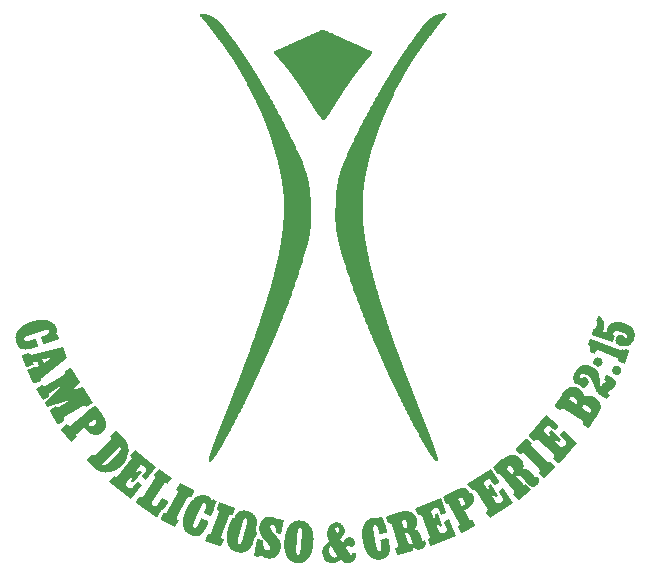
<source format=gtl>
G04*
G04 #@! TF.GenerationSoftware,Altium Limited,Altium Designer,21.8.1 (53)*
G04*
G04 Layer_Physical_Order=1*
G04 Layer_Color=255*
%FSLAX25Y25*%
%MOIN*%
G70*
G04*
G04 #@! TF.SameCoordinates,F7B90343-5375-4ADF-B2E4-EC9B57443FC4*
G04*
G04*
G04 #@! TF.FilePolarity,Positive*
G04*
G01*
G75*
G36*
X372562Y218414D02*
X372602Y218413D01*
X372799Y218404D01*
X372851Y218401D01*
X372905Y218397D01*
X372978Y218392D01*
X373105Y218382D01*
X373095Y218383D01*
X373151Y218378D01*
X373158Y218377D01*
X373105Y218382D01*
X373217Y218372D01*
X373304Y218363D01*
X373361Y218355D01*
X373523Y218332D01*
X373607Y218318D01*
X373710Y218301D01*
X373866Y218274D01*
X374028Y218239D01*
X374151Y218213D01*
X374411Y218144D01*
X374465Y218129D01*
X374562Y218100D01*
X374818Y218018D01*
X374875Y217998D01*
X375131Y217897D01*
X375256Y217841D01*
X375276Y217833D01*
X375314Y217815D01*
X375353Y217797D01*
X375392Y217779D01*
X375411Y217770D01*
X375427Y217762D01*
X375460Y217746D01*
X375493Y217730D01*
X375525Y217714D01*
X375555Y217699D01*
X375583Y217685D01*
X375611Y217671D01*
X375639Y217656D01*
X375653Y217649D01*
X375754Y217594D01*
X375847Y217543D01*
X375934Y217493D01*
X375952Y217482D01*
X376076Y217408D01*
X376181Y217342D01*
X376276Y217282D01*
X376364Y217225D01*
X376447Y217170D01*
X376529Y217114D01*
X376605Y217061D01*
X376675Y217011D01*
X376745Y216961D01*
X376810Y216914D01*
X376874Y216866D01*
X376933Y216822D01*
X376992Y216777D01*
X377050Y216732D01*
X377103Y216691D01*
X377156Y216649D01*
X377208Y216607D01*
X377260Y216564D01*
X377308Y216525D01*
X377355Y216486D01*
X377402Y216447D01*
X377448Y216408D01*
X377495Y216368D01*
X377536Y216332D01*
X377578Y216296D01*
X377619Y216260D01*
X377660Y216223D01*
X377701Y216186D01*
X377742Y216150D01*
X377783Y216113D01*
X377818Y216080D01*
X377854Y216047D01*
X377890Y216013D01*
X377926Y215980D01*
X377961Y215947D01*
X377997Y215913D01*
X378032Y215879D01*
X378067Y215845D01*
X378102Y215811D01*
X378133Y215782D01*
X378163Y215752D01*
X378193Y215722D01*
X378224Y215692D01*
X378254Y215662D01*
X378284Y215631D01*
X378314Y215601D01*
X378344Y215571D01*
X378374Y215540D01*
X378404Y215510D01*
X378434Y215479D01*
X378463Y215448D01*
X378493Y215418D01*
X378518Y215391D01*
X378543Y215365D01*
X378569Y215338D01*
X378594Y215311D01*
X378619Y215285D01*
X378644Y215258D01*
X378669Y215231D01*
X378694Y215204D01*
X378719Y215177D01*
X378744Y215150D01*
X378768Y215124D01*
X378793Y215096D01*
X378818Y215069D01*
X378842Y215042D01*
X378867Y215015D01*
X378892Y214988D01*
X378916Y214961D01*
X378937Y214938D01*
X378957Y214915D01*
X378977Y214892D01*
X378997Y214869D01*
X379018Y214846D01*
X379038Y214823D01*
X379058Y214801D01*
X379078Y214777D01*
X379098Y214755D01*
X379118Y214731D01*
X379139Y214708D01*
X379159Y214685D01*
X379179Y214662D01*
X379199Y214639D01*
X379219Y214616D01*
X379239Y214593D01*
X379258Y214569D01*
X379278Y214546D01*
X379298Y214523D01*
X379318Y214499D01*
X379338Y214476D01*
X379354Y214457D01*
X379369Y214439D01*
X379385Y214420D01*
X379401Y214401D01*
X379417Y214383D01*
X379432Y214364D01*
X379448Y214345D01*
X379464Y214326D01*
X379480Y214307D01*
X379495Y214288D01*
X379511Y214270D01*
X379526Y214251D01*
X379542Y214232D01*
X379558Y214213D01*
X379573Y214194D01*
X379589Y214175D01*
X379605Y214156D01*
X379636Y214118D01*
X379651Y214099D01*
X379682Y214061D01*
X379698Y214042D01*
X379713Y214023D01*
X379744Y213985D01*
X379756Y213971D01*
X379779Y213942D01*
X379802Y213914D01*
X379825Y213885D01*
X379848Y213856D01*
X379860Y213842D01*
X379883Y213813D01*
X379906Y213785D01*
X379917Y213770D01*
X379940Y213741D01*
X379952Y213727D01*
X379975Y213698D01*
X379997Y213669D01*
X380020Y213641D01*
X380043Y213612D01*
X380054Y213597D01*
X380077Y213568D01*
X380112Y213525D01*
X380123Y213511D01*
X380142Y213487D01*
X380157Y213467D01*
X380187Y213429D01*
X380225Y213380D01*
X380256Y213342D01*
X380293Y213293D01*
X380331Y213245D01*
X380626Y212864D01*
X380889Y212523D01*
X381150Y212180D01*
X381410Y211837D01*
X381654Y211514D01*
X381896Y211190D01*
X382138Y210864D01*
X382379Y210539D01*
X382618Y210212D01*
X382842Y209906D01*
X383064Y209598D01*
X383286Y209291D01*
X383507Y208982D01*
X383727Y208674D01*
X383932Y208385D01*
X384136Y208095D01*
X384339Y207806D01*
X384541Y207515D01*
X384743Y207225D01*
X384944Y206933D01*
X385130Y206663D01*
X385315Y206391D01*
X385500Y206120D01*
X385685Y205848D01*
X385868Y205575D01*
X386051Y205303D01*
X386220Y205051D01*
X386388Y204798D01*
X386556Y204546D01*
X386723Y204293D01*
X386889Y204039D01*
X387055Y203786D01*
X387221Y203532D01*
X387386Y203278D01*
X387538Y203045D01*
X387688Y202811D01*
X387839Y202577D01*
X387989Y202343D01*
X388139Y202109D01*
X388288Y201875D01*
X388437Y201640D01*
X388585Y201405D01*
X388720Y201191D01*
X388855Y200977D01*
X388989Y200763D01*
X389123Y200549D01*
X389257Y200335D01*
X389390Y200120D01*
X389523Y199905D01*
X389656Y199690D01*
X389789Y199475D01*
X389921Y199260D01*
X390040Y199066D01*
X390159Y198872D01*
X390277Y198678D01*
X390396Y198483D01*
X390514Y198289D01*
X390632Y198094D01*
X390750Y197899D01*
X390867Y197705D01*
X390984Y197510D01*
X391102Y197315D01*
X391219Y197119D01*
X391322Y196946D01*
X391426Y196772D01*
X391530Y196598D01*
X391633Y196424D01*
X391736Y196250D01*
X391839Y196076D01*
X391942Y195902D01*
X392045Y195728D01*
X392148Y195554D01*
X392250Y195379D01*
X392353Y195205D01*
X392455Y195030D01*
X392558Y194855D01*
X392647Y194702D01*
X392736Y194550D01*
X392825Y194396D01*
X392914Y194243D01*
X393003Y194090D01*
X393092Y193937D01*
X393181Y193784D01*
X393269Y193630D01*
X393358Y193477D01*
X393446Y193324D01*
X393535Y193170D01*
X393623Y193016D01*
X393711Y192863D01*
X393799Y192709D01*
X393887Y192555D01*
X393963Y192424D01*
X394038Y192292D01*
X394114Y192160D01*
X394151Y192094D01*
X394395Y191666D01*
X394624Y191261D01*
X394854Y190855D01*
X395082Y190449D01*
X395323Y190020D01*
X395563Y189590D01*
X395802Y189161D01*
X396041Y188730D01*
X396278Y188300D01*
X396528Y187846D01*
X396776Y187392D01*
X397024Y186937D01*
X397270Y186483D01*
X397516Y186027D01*
X397773Y185548D01*
X398029Y185069D01*
X398284Y184589D01*
X398538Y184109D01*
X398803Y183605D01*
X399067Y183101D01*
X399330Y182596D01*
X399592Y182091D01*
X399852Y181585D01*
X400123Y181055D01*
X400393Y180525D01*
X400661Y179994D01*
X400940Y179439D01*
X401217Y178884D01*
X401493Y178327D01*
X401767Y177770D01*
X402051Y177189D01*
X402333Y176607D01*
X402613Y176024D01*
X402903Y175417D01*
X403191Y174809D01*
X403478Y174200D01*
X403773Y173567D01*
X404066Y172933D01*
X404357Y172297D01*
X404656Y171637D01*
X404954Y170976D01*
X405259Y170290D01*
X405562Y169603D01*
X405821Y169009D01*
X405943Y168725D01*
X406063Y168439D01*
X406183Y168144D01*
X406305Y167837D01*
X406423Y167530D01*
X406546Y167202D01*
X406669Y166864D01*
X406791Y166514D01*
X406916Y166143D01*
X407042Y165751D01*
X407170Y165337D01*
X407300Y164891D01*
X407432Y164413D01*
X407432Y164413D01*
X407449Y164347D01*
X407484Y164214D01*
X407518Y164081D01*
X407552Y163948D01*
X407587Y163806D01*
X407624Y163655D01*
X407660Y163503D01*
X407695Y163352D01*
X407732Y163186D01*
X407772Y163005D01*
X407811Y162824D01*
X407848Y162643D01*
X407866Y162553D01*
X407891Y162432D01*
X407937Y162190D01*
X407981Y161949D01*
X408024Y161706D01*
X408044Y161585D01*
X408102Y161235D01*
X408202Y160533D01*
X408284Y159829D01*
X408350Y159124D01*
X408374Y158770D01*
X408376Y158743D01*
X408377Y158724D01*
X408382Y158652D01*
X408392Y158506D01*
X408393Y158488D01*
X408397Y158433D01*
X408406Y158306D01*
X408408Y158270D01*
X408417Y158133D01*
X408423Y158051D01*
X408428Y157969D01*
X408430Y157942D01*
X408432Y157915D01*
X408435Y157860D01*
X408442Y157751D01*
X408450Y157642D01*
X408453Y157588D01*
X408462Y157451D01*
X408465Y157397D01*
X408469Y157342D01*
X408477Y157215D01*
X408484Y157106D01*
X408488Y157033D01*
X408493Y156960D01*
X408497Y156887D01*
X408502Y156815D01*
X408506Y156742D01*
X408510Y156669D01*
X408517Y156560D01*
X408521Y156487D01*
X408526Y156414D01*
X408530Y156333D01*
X408533Y156287D01*
X408538Y156196D01*
X408543Y156105D01*
X408548Y156014D01*
X408551Y155969D01*
X408556Y155878D01*
X408561Y155787D01*
X408563Y155741D01*
X408568Y155650D01*
X408571Y155605D01*
X408575Y155514D01*
X408578Y155468D01*
X408580Y155414D01*
X408583Y155359D01*
X408586Y155305D01*
X408589Y155250D01*
X408591Y155195D01*
X408594Y155141D01*
X408597Y155086D01*
X408599Y155032D01*
X408602Y154977D01*
X408604Y154923D01*
X408607Y154868D01*
X408610Y154813D01*
X408612Y154759D01*
X408614Y154704D01*
X408617Y154650D01*
X408619Y154595D01*
X408622Y154541D01*
X408624Y154477D01*
X408627Y154413D01*
X408630Y154349D01*
X408632Y154286D01*
X408635Y154222D01*
X408638Y154158D01*
X408640Y154095D01*
X408642Y154031D01*
X408645Y153967D01*
X408647Y153904D01*
X408649Y153840D01*
X408652Y153776D01*
X408654Y153712D01*
X408656Y153649D01*
X408659Y153576D01*
X408661Y153503D01*
X408663Y153430D01*
X408665Y153358D01*
X408668Y153285D01*
X408670Y153212D01*
X408672Y153139D01*
X408674Y153066D01*
X408676Y152994D01*
X408677Y152921D01*
X408679Y152848D01*
X408681Y152775D01*
X408683Y152702D01*
X408684Y152620D01*
X408686Y152539D01*
X408688Y152456D01*
X408689Y152375D01*
X408691Y152293D01*
X408692Y152211D01*
X408693Y152129D01*
X408694Y152047D01*
X408695Y151965D01*
X408696Y151883D01*
X408697Y151792D01*
X408698Y151701D01*
X408699Y151610D01*
X408699Y151519D01*
X408700Y151428D01*
X408700Y151337D01*
X408700Y151246D01*
X408700Y151154D01*
X408700Y151064D01*
X408700Y150972D01*
X408700Y150872D01*
X408699Y150772D01*
X408698Y150672D01*
X408698Y150572D01*
X408697Y150471D01*
X408695Y150371D01*
X408694Y150271D01*
X408692Y150171D01*
X408690Y150061D01*
X408688Y149952D01*
X408686Y149843D01*
X408683Y149733D01*
X408682Y149670D01*
X408675Y149433D01*
X408667Y149218D01*
X408658Y149013D01*
X408647Y148808D01*
X408636Y148614D01*
X408623Y148420D01*
X408610Y148236D01*
X408596Y148052D01*
X408582Y147879D01*
X408567Y147706D01*
X408551Y147533D01*
X408534Y147371D01*
X408518Y147208D01*
X408500Y147046D01*
X408483Y146894D01*
X408464Y146742D01*
X408446Y146590D01*
X408427Y146439D01*
X408408Y146297D01*
X408389Y146156D01*
X408369Y146014D01*
X408349Y145873D01*
X408328Y145732D01*
X408308Y145601D01*
X408287Y145470D01*
X408266Y145339D01*
X408245Y145209D01*
X408223Y145078D01*
X408203Y144957D01*
X408182Y144837D01*
X408161Y144717D01*
X408139Y144596D01*
X408117Y144476D01*
X408095Y144356D01*
X408072Y144235D01*
X408051Y144125D01*
X408030Y144015D01*
X408008Y143905D01*
X407986Y143795D01*
X407964Y143685D01*
X407941Y143576D01*
X407918Y143466D01*
X407895Y143356D01*
X407872Y143246D01*
X407850Y143147D01*
X407828Y143047D01*
X407806Y142947D01*
X407784Y142848D01*
X407762Y142748D01*
X407739Y142648D01*
X407716Y142549D01*
X407693Y142449D01*
X407670Y142350D01*
X407649Y142261D01*
X407628Y142171D01*
X407606Y142082D01*
X407585Y141992D01*
X407563Y141903D01*
X407541Y141814D01*
X407519Y141725D01*
X407497Y141635D01*
X407474Y141546D01*
X407452Y141457D01*
X407429Y141368D01*
X407406Y141279D01*
X407386Y141199D01*
X407366Y141120D01*
X407345Y141041D01*
X407324Y140962D01*
X407303Y140883D01*
X407282Y140804D01*
X407261Y140725D01*
X407240Y140645D01*
X407219Y140566D01*
X407197Y140487D01*
X407176Y140408D01*
X407154Y140329D01*
X407132Y140250D01*
X407113Y140181D01*
X407094Y140112D01*
X407075Y140043D01*
X407056Y139974D01*
X407036Y139905D01*
X407017Y139836D01*
X406997Y139767D01*
X406978Y139698D01*
X406958Y139629D01*
X406674Y138646D01*
X406403Y137724D01*
X406128Y136803D01*
X405858Y135914D01*
X405584Y135026D01*
X405315Y134169D01*
X405042Y133314D01*
X404776Y132489D01*
X404506Y131665D01*
X404243Y130872D01*
X403977Y130080D01*
X403718Y129318D01*
X403456Y128557D01*
X403192Y127797D01*
X402935Y127068D01*
X402676Y126339D01*
X402415Y125611D01*
X402161Y124913D01*
X401906Y124216D01*
X401648Y123520D01*
X401399Y122853D01*
X401149Y122187D01*
X400896Y121521D01*
X400641Y120857D01*
X400396Y120222D01*
X400149Y119587D01*
X399900Y118954D01*
X399650Y118320D01*
X399409Y117716D01*
X399167Y117113D01*
X398924Y116510D01*
X398679Y115908D01*
X398445Y115335D01*
X398209Y114762D01*
X397971Y114190D01*
X397733Y113618D01*
X397493Y113047D01*
X397265Y112504D01*
X397035Y111962D01*
X396803Y111421D01*
X396571Y110880D01*
X396424Y110538D01*
X396319Y110294D01*
X396228Y110085D01*
X396123Y109841D01*
X396017Y109598D01*
X395912Y109354D01*
X395806Y109110D01*
X395700Y108866D01*
X395594Y108623D01*
X395488Y108379D01*
X395382Y108136D01*
X395275Y107892D01*
X395169Y107649D01*
X395063Y107405D01*
X394956Y107162D01*
X394849Y106919D01*
X394743Y106675D01*
X394636Y106432D01*
X394514Y106154D01*
X394391Y105877D01*
X394269Y105599D01*
X394146Y105321D01*
X394023Y105043D01*
X393900Y104766D01*
X393777Y104488D01*
X393654Y104211D01*
X393530Y103934D01*
X393407Y103656D01*
X393283Y103379D01*
X393159Y103102D01*
X393035Y102825D01*
X392895Y102514D01*
X392755Y102202D01*
X392615Y101891D01*
X392475Y101579D01*
X392334Y101268D01*
X392194Y100957D01*
X392053Y100646D01*
X391911Y100335D01*
X391770Y100025D01*
X391628Y99714D01*
X391486Y99403D01*
X391329Y99058D01*
X391170Y98714D01*
X391012Y98369D01*
X390853Y98024D01*
X390694Y97680D01*
X390535Y97336D01*
X390375Y96992D01*
X390215Y96648D01*
X390055Y96304D01*
X389895Y95960D01*
X389718Y95582D01*
X389540Y95205D01*
X389363Y94827D01*
X389185Y94450D01*
X389006Y94073D01*
X388827Y93696D01*
X388648Y93319D01*
X388469Y92943D01*
X388288Y92566D01*
X388092Y92156D01*
X387894Y91746D01*
X387697Y91336D01*
X387498Y90926D01*
X387299Y90517D01*
X387100Y90108D01*
X386900Y89699D01*
X386700Y89290D01*
X386482Y88848D01*
X386263Y88406D01*
X386045Y87964D01*
X385825Y87522D01*
X385605Y87081D01*
X385384Y86640D01*
X385162Y86200D01*
X384923Y85726D01*
X384683Y85252D01*
X384442Y84778D01*
X384200Y84306D01*
X383958Y83833D01*
X383714Y83361D01*
X383453Y82855D01*
X383190Y82350D01*
X382927Y81846D01*
X382662Y81342D01*
X382397Y80838D01*
X382130Y80335D01*
X381845Y79799D01*
X381558Y79264D01*
X381270Y78728D01*
X380981Y78194D01*
X380691Y77660D01*
X380382Y77094D01*
X380071Y76528D01*
X379979Y76361D01*
X379948Y76305D01*
X379920Y76254D01*
X379892Y76204D01*
X379864Y76154D01*
X379837Y76104D01*
X379823Y76078D01*
X379809Y76053D01*
X379777Y75997D01*
X379760Y75965D01*
X379725Y75902D01*
X379707Y75871D01*
X379672Y75808D01*
X379655Y75777D01*
X379619Y75714D01*
X379584Y75651D01*
X379549Y75589D01*
X379514Y75526D01*
X379496Y75495D01*
X379478Y75463D01*
X379443Y75401D01*
X379422Y75363D01*
X379400Y75326D01*
X379358Y75251D01*
X379337Y75213D01*
X379315Y75176D01*
X379294Y75138D01*
X379273Y75101D01*
X379251Y75063D01*
X379230Y75026D01*
X379208Y74988D01*
X379187Y74951D01*
X379165Y74914D01*
X379144Y74876D01*
X379122Y74839D01*
X379101Y74801D01*
X379079Y74764D01*
X379054Y74721D01*
X379029Y74677D01*
X379004Y74633D01*
X378978Y74590D01*
X378953Y74546D01*
X378928Y74503D01*
X378902Y74459D01*
X378877Y74416D01*
X378851Y74373D01*
X378826Y74329D01*
X378800Y74286D01*
X378775Y74242D01*
X378749Y74199D01*
X378724Y74156D01*
X378698Y74112D01*
X378669Y74063D01*
X378639Y74014D01*
X378610Y73964D01*
X378580Y73915D01*
X378551Y73865D01*
X378521Y73816D01*
X378492Y73767D01*
X378462Y73717D01*
X378432Y73668D01*
X378403Y73619D01*
X378373Y73570D01*
X378343Y73521D01*
X378309Y73466D01*
X378276Y73410D01*
X378242Y73355D01*
X378208Y73300D01*
X378174Y73245D01*
X378140Y73190D01*
X378106Y73135D01*
X378072Y73080D01*
X378038Y73025D01*
X378003Y72970D01*
X377969Y72915D01*
X377931Y72854D01*
X377892Y72794D01*
X377854Y72733D01*
X377816Y72672D01*
X377777Y72611D01*
X377738Y72551D01*
X377699Y72490D01*
X377661Y72430D01*
X377622Y72369D01*
X377583Y72309D01*
X377539Y72243D01*
X377496Y72177D01*
X377453Y72110D01*
X377409Y72044D01*
X377366Y71978D01*
X377322Y71912D01*
X377278Y71847D01*
X377234Y71781D01*
X377186Y71709D01*
X377138Y71638D01*
X377090Y71566D01*
X377041Y71495D01*
X376992Y71424D01*
X376943Y71352D01*
X376894Y71281D01*
X376841Y71205D01*
X376787Y71128D01*
X376733Y71051D01*
X376680Y70975D01*
X376625Y70899D01*
X376571Y70822D01*
X376512Y70740D01*
X376453Y70659D01*
X376394Y70577D01*
X376335Y70496D01*
X376275Y70414D01*
X376210Y70327D01*
X376167Y70270D01*
X376159Y70258D01*
X376149Y70245D01*
X376135Y70227D01*
X376118Y70204D01*
X376108Y70191D01*
X376095Y70173D01*
X376088Y70164D01*
X376078Y70151D01*
X376067Y70137D01*
X376060Y70128D01*
X376047Y70112D01*
X376039Y70100D01*
X376030Y70089D01*
X376022Y70078D01*
X376008Y70062D01*
X376000Y70051D01*
X375995Y70045D01*
X375982Y70029D01*
X375978Y70023D01*
X375969Y70012D01*
X375964Y70006D01*
X375953Y69993D01*
X375942Y69979D01*
X375932Y69966D01*
X375921Y69953D01*
X375910Y69940D01*
X375900Y69927D01*
X375889Y69914D01*
X375883Y69908D01*
X375878Y69901D01*
X375866Y69887D01*
X375860Y69880D01*
X375847Y69865D01*
X375834Y69850D01*
X375821Y69835D01*
X375815Y69828D01*
X375802Y69813D01*
X375796Y69806D01*
X375782Y69791D01*
X375776Y69784D01*
X375768Y69775D01*
X375761Y69767D01*
X375753Y69758D01*
X375746Y69750D01*
X375738Y69742D01*
X375731Y69734D01*
X375723Y69725D01*
X375716Y69717D01*
X375708Y69709D01*
X375700Y69701D01*
X375693Y69692D01*
X375685Y69684D01*
X375676Y69675D01*
X375668Y69666D01*
X375659Y69657D01*
X375650Y69648D01*
X375641Y69639D01*
X375632Y69630D01*
X375623Y69621D01*
X375615Y69612D01*
X375606Y69603D01*
X375597Y69594D01*
X375587Y69584D01*
X375577Y69574D01*
X375567Y69564D01*
X375557Y69555D01*
X375547Y69545D01*
X375536Y69535D01*
X375526Y69526D01*
X375515Y69515D01*
X375504Y69504D01*
X375492Y69494D01*
X375481Y69484D01*
X375469Y69473D01*
X375458Y69463D01*
X375445Y69452D01*
X375433Y69441D01*
X375420Y69429D01*
X375407Y69419D01*
X375394Y69407D01*
X375380Y69396D01*
X375366Y69384D01*
X375352Y69372D01*
X375337Y69360D01*
X375321Y69348D01*
X375306Y69335D01*
X375289Y69322D01*
X375272Y69309D01*
X375254Y69296D01*
X375236Y69282D01*
X375217Y69268D01*
X375201Y69256D01*
X375196Y69253D01*
X375192Y69250D01*
X375184Y69245D01*
X375181Y69242D01*
X375177Y69240D01*
X375170Y69235D01*
X375166Y69232D01*
X375159Y69227D01*
X375155Y69225D01*
X375152Y69222D01*
X375148Y69220D01*
X375144Y69218D01*
X375137Y69213D01*
X375134Y69211D01*
X375127Y69206D01*
X375123Y69204D01*
X375119Y69202D01*
X375115Y69199D01*
X375110Y69196D01*
X375106Y69193D01*
X375099Y69189D01*
X375094Y69186D01*
X375089Y69183D01*
X375083Y69179D01*
X375078Y69177D01*
X375074Y69174D01*
X375067Y69171D01*
X375065Y69170D01*
X374933Y69190D01*
X374928Y69190D01*
X374885Y69198D01*
X374877Y69200D01*
X374858Y69205D01*
X374855Y69205D01*
X374846Y69208D01*
X374827Y69216D01*
X374765Y69242D01*
X374742Y69252D01*
X374728Y69258D01*
X374722Y69261D01*
X374700Y69273D01*
X374678Y69287D01*
X374672Y69291D01*
X374656Y69304D01*
X374602Y69346D01*
X374567Y69410D01*
X374557Y69432D01*
X374533Y69495D01*
X374503Y69679D01*
X374510Y69928D01*
X374547Y70238D01*
X374549Y70245D01*
X374551Y70256D01*
X374554Y70267D01*
X374555Y70272D01*
X374558Y70283D01*
X374560Y70294D01*
X374563Y70305D01*
X374566Y70316D01*
X374568Y70325D01*
X374571Y70338D01*
X374575Y70351D01*
X374578Y70364D01*
X374582Y70377D01*
X374584Y70386D01*
X374589Y70403D01*
X374591Y70412D01*
X374595Y70425D01*
X374600Y70443D01*
X374605Y70460D01*
X374608Y70473D01*
X374612Y70485D01*
X374616Y70498D01*
X374621Y70515D01*
X374624Y70524D01*
X374629Y70540D01*
X374631Y70549D01*
X374638Y70570D01*
X374642Y70583D01*
X374644Y70590D01*
X374645Y70592D01*
X374648Y70603D01*
X374649Y70605D01*
X374651Y70611D01*
X374656Y70628D01*
X374658Y70635D01*
X374659Y70637D01*
X374665Y70656D01*
X374665Y70657D01*
X374667Y70664D01*
X374668Y70666D01*
X374669Y70670D01*
X374670Y70673D01*
X374671Y70677D01*
X374672Y70678D01*
X374672Y70680D01*
X374723Y70837D01*
X374768Y70980D01*
X374815Y71122D01*
X374861Y71264D01*
X374903Y71393D01*
X374945Y71522D01*
X374988Y71651D01*
X375030Y71780D01*
X375073Y71909D01*
X375116Y72038D01*
X375159Y72166D01*
X375202Y72295D01*
X375246Y72424D01*
X375285Y72540D01*
X375324Y72655D01*
X375364Y72771D01*
X375403Y72887D01*
X375443Y73002D01*
X375483Y73118D01*
X375523Y73233D01*
X375563Y73348D01*
X375603Y73464D01*
X375643Y73579D01*
X375683Y73694D01*
X375719Y73797D01*
X375755Y73899D01*
X375791Y74002D01*
X375828Y74104D01*
X375864Y74207D01*
X375900Y74309D01*
X375937Y74411D01*
X375973Y74513D01*
X376010Y74616D01*
X376046Y74718D01*
X376083Y74820D01*
X376120Y74922D01*
X376152Y75011D01*
X376185Y75101D01*
X376217Y75190D01*
X376249Y75279D01*
X376282Y75369D01*
X376314Y75458D01*
X376347Y75547D01*
X376380Y75636D01*
X376413Y75726D01*
X376445Y75815D01*
X376478Y75904D01*
X376511Y75993D01*
X376544Y76082D01*
X376577Y76171D01*
X376605Y76248D01*
X376633Y76324D01*
X376662Y76400D01*
X376690Y76477D01*
X376719Y76553D01*
X376747Y76629D01*
X376776Y76705D01*
X376804Y76782D01*
X376833Y76858D01*
X376861Y76934D01*
X376890Y77011D01*
X376919Y77087D01*
X376947Y77163D01*
X376976Y77239D01*
X377005Y77315D01*
X377034Y77391D01*
X377058Y77455D01*
X377082Y77518D01*
X377106Y77582D01*
X377130Y77645D01*
X377154Y77709D01*
X377178Y77772D01*
X377202Y77836D01*
X377251Y77962D01*
X377275Y78026D01*
X377299Y78089D01*
X377323Y78153D01*
X377347Y78216D01*
X377396Y78343D01*
X377420Y78406D01*
X377445Y78470D01*
X377469Y78533D01*
X377493Y78596D01*
X377537Y78710D01*
X377576Y78812D01*
X377615Y78913D01*
X377635Y78963D01*
X377674Y79065D01*
X377694Y79115D01*
X377733Y79217D01*
X377772Y79318D01*
X377812Y79419D01*
X377831Y79470D01*
X377871Y79571D01*
X377910Y79672D01*
X377969Y79824D01*
X378009Y79925D01*
X378023Y79963D01*
X378053Y80039D01*
X378098Y80152D01*
X378142Y80266D01*
X378172Y80342D01*
X378216Y80456D01*
X378246Y80532D01*
X378291Y80645D01*
X378335Y80759D01*
X378380Y80873D01*
X378440Y81024D01*
X378499Y81176D01*
X378529Y81252D01*
X378539Y81277D01*
X378599Y81428D01*
X378649Y81555D01*
X378689Y81656D01*
X378739Y81782D01*
X378749Y81807D01*
X378759Y81832D01*
X378769Y81858D01*
X378779Y81883D01*
X378838Y82034D01*
X378878Y82135D01*
X378899Y82186D01*
X378908Y82211D01*
X378948Y82312D01*
X378989Y82413D01*
X379004Y82451D01*
X379018Y82489D01*
X379039Y82539D01*
X379048Y82564D01*
X379054Y82577D01*
X379104Y82703D01*
X379109Y82716D01*
X379114Y82728D01*
X379124Y82754D01*
X379139Y82792D01*
X379144Y82804D01*
X379154Y82829D01*
X379159Y82842D01*
X379169Y82867D01*
X379199Y82943D01*
X379204Y82955D01*
X379249Y83069D01*
X379349Y83321D01*
X379422Y83505D01*
X379523Y83761D01*
X379625Y84016D01*
X379675Y84144D01*
X379777Y84399D01*
X379802Y84463D01*
X379827Y84526D01*
X379878Y84654D01*
X379928Y84782D01*
X380030Y85037D01*
X380106Y85229D01*
X380182Y85420D01*
X380295Y85707D01*
X380371Y85899D01*
X380447Y86090D01*
X380523Y86282D01*
X380598Y86474D01*
X380674Y86665D01*
X380750Y86857D01*
X380825Y87048D01*
X380939Y87336D01*
X381014Y87527D01*
X381090Y87719D01*
X381166Y87910D01*
X381241Y88102D01*
X381279Y88198D01*
X381367Y88421D01*
X381417Y88549D01*
X381468Y88677D01*
X381518Y88805D01*
X381618Y89060D01*
X381668Y89188D01*
X381769Y89444D01*
X381869Y89699D01*
X381920Y89827D01*
X381970Y89955D01*
X382020Y90083D01*
X382070Y90211D01*
X382120Y90339D01*
X382170Y90466D01*
X382270Y90722D01*
X382320Y90850D01*
X382420Y91106D01*
X382470Y91234D01*
X382520Y91362D01*
X382633Y91649D01*
X382695Y91809D01*
X382757Y91969D01*
X382820Y92129D01*
X382882Y92289D01*
X382944Y92449D01*
X383007Y92609D01*
X383069Y92769D01*
X383131Y92929D01*
X383193Y93089D01*
X383255Y93249D01*
X383317Y93409D01*
X383379Y93569D01*
X383441Y93729D01*
X383504Y93889D01*
X383565Y94049D01*
X383627Y94209D01*
X383689Y94369D01*
X383751Y94529D01*
X383813Y94689D01*
X383887Y94881D01*
X383961Y95073D01*
X384035Y95266D01*
X384109Y95458D01*
X384184Y95650D01*
X384257Y95842D01*
X384331Y96034D01*
X384405Y96227D01*
X384479Y96419D01*
X384553Y96611D01*
X384626Y96804D01*
X384700Y96996D01*
X384773Y97188D01*
X384847Y97381D01*
X384920Y97573D01*
X384994Y97766D01*
X385067Y97958D01*
X385153Y98183D01*
X385238Y98407D01*
X385323Y98632D01*
X385409Y98856D01*
X385494Y99081D01*
X385579Y99306D01*
X385664Y99531D01*
X385749Y99755D01*
X385834Y99980D01*
X385918Y100205D01*
X386003Y100430D01*
X386087Y100655D01*
X386172Y100880D01*
X386256Y101105D01*
X386353Y101362D01*
X386449Y101619D01*
X386545Y101876D01*
X386641Y102133D01*
X386737Y102391D01*
X386832Y102648D01*
X386928Y102905D01*
X387024Y103163D01*
X387119Y103420D01*
X387214Y103678D01*
X387309Y103936D01*
X387404Y104193D01*
X387499Y104451D01*
X387605Y104741D01*
X387712Y105031D01*
X387818Y105321D01*
X387924Y105611D01*
X388030Y105902D01*
X388135Y106192D01*
X388241Y106482D01*
X388346Y106773D01*
X388451Y107063D01*
X388556Y107354D01*
X388660Y107644D01*
X388776Y107968D01*
X388892Y108291D01*
X389008Y108614D01*
X389123Y108937D01*
X389238Y109261D01*
X389353Y109584D01*
X389467Y109908D01*
X389582Y110231D01*
X389696Y110555D01*
X389809Y110879D01*
X389934Y111236D01*
X390059Y111592D01*
X390183Y111949D01*
X390307Y112306D01*
X390430Y112662D01*
X390553Y113020D01*
X390676Y113377D01*
X390799Y113734D01*
X390932Y114124D01*
X391065Y114514D01*
X391197Y114904D01*
X391329Y115295D01*
X391417Y115555D01*
X391470Y115713D01*
X391515Y115848D01*
X391561Y115983D01*
X391606Y116119D01*
X391651Y116254D01*
X391697Y116390D01*
X391742Y116525D01*
X391787Y116660D01*
X391832Y116796D01*
X391877Y116931D01*
X391922Y117067D01*
X391967Y117202D01*
X392012Y117338D01*
X392064Y117496D01*
X392116Y117654D01*
X392168Y117812D01*
X392220Y117970D01*
X392272Y118128D01*
X392324Y118287D01*
X392376Y118445D01*
X392427Y118603D01*
X392479Y118761D01*
X392530Y118920D01*
X392582Y119078D01*
X392633Y119236D01*
X392684Y119395D01*
X392735Y119553D01*
X392794Y119734D01*
X392852Y119915D01*
X392910Y120096D01*
X392968Y120278D01*
X393026Y120459D01*
X393083Y120640D01*
X393141Y120821D01*
X393198Y121003D01*
X393256Y121184D01*
X393313Y121365D01*
X393370Y121547D01*
X393427Y121728D01*
X393483Y121910D01*
X393547Y122114D01*
X393611Y122318D01*
X393674Y122523D01*
X393737Y122727D01*
X393800Y122932D01*
X393863Y123136D01*
X393925Y123341D01*
X393988Y123545D01*
X394050Y123750D01*
X394112Y123955D01*
X394174Y124160D01*
X394242Y124387D01*
X394311Y124615D01*
X394379Y124843D01*
X394446Y125070D01*
X394514Y125298D01*
X394581Y125526D01*
X394648Y125754D01*
X394715Y125982D01*
X394781Y126210D01*
X394847Y126439D01*
X394920Y126690D01*
X394992Y126941D01*
X395064Y127192D01*
X395135Y127444D01*
X395206Y127696D01*
X395277Y127947D01*
X395347Y128199D01*
X395418Y128451D01*
X395487Y128703D01*
X395563Y128978D01*
X395638Y129253D01*
X395713Y129528D01*
X395787Y129803D01*
X395861Y130079D01*
X395935Y130354D01*
X396008Y130630D01*
X396080Y130906D01*
X396158Y131205D01*
X396236Y131504D01*
X396313Y131803D01*
X396389Y132102D01*
X396465Y132402D01*
X396540Y132702D01*
X396621Y133025D01*
X396701Y133348D01*
X396779Y133671D01*
X396858Y133995D01*
X396936Y134318D01*
X397012Y134642D01*
X397094Y134990D01*
X397175Y135337D01*
X397255Y135685D01*
X397334Y136033D01*
X397412Y136381D01*
X397490Y136729D01*
X397571Y137101D01*
X397652Y137474D01*
X397731Y137846D01*
X397810Y138219D01*
X397854Y138429D01*
X397905Y138680D01*
X397955Y138922D01*
X398005Y139174D01*
X398055Y139426D01*
X398105Y139678D01*
X398155Y139940D01*
X398205Y140202D01*
X398255Y140464D01*
X398303Y140727D01*
X398353Y141000D01*
X398402Y141273D01*
X398450Y141546D01*
X398499Y141829D01*
X398547Y142113D01*
X398594Y142396D01*
X398642Y142690D01*
X398689Y142984D01*
X398735Y143278D01*
X398781Y143583D01*
X398827Y143887D01*
X398873Y144202D01*
X398917Y144518D01*
X398961Y144833D01*
X399004Y145159D01*
X399047Y145485D01*
X399089Y145821D01*
X399130Y146158D01*
X399170Y146504D01*
X399210Y146852D01*
X399248Y147209D01*
X399286Y147578D01*
X399323Y147946D01*
X399358Y148325D01*
X399381Y148581D01*
X399399Y148790D01*
X399416Y148989D01*
X399432Y149188D01*
X399447Y149386D01*
X399462Y149585D01*
X399477Y149794D01*
X399491Y150003D01*
X399505Y150212D01*
X399518Y150420D01*
X399531Y150639D01*
X399543Y150858D01*
X399555Y151077D01*
X399566Y151295D01*
X399576Y151524D01*
X399586Y151753D01*
X399594Y151981D01*
X399602Y152210D01*
X399609Y152449D01*
X399616Y152687D01*
X399621Y152926D01*
X399626Y153175D01*
X399629Y153423D01*
X399632Y153672D01*
X399633Y153930D01*
X399634Y154189D01*
X399633Y154447D01*
X399630Y154716D01*
X399627Y154984D01*
X399622Y155262D01*
X399615Y155541D01*
X399607Y155829D01*
X399597Y156117D01*
X399585Y156415D01*
X399572Y156713D01*
X399556Y157021D01*
X399538Y157339D01*
X399517Y157657D01*
X399494Y157985D01*
X399468Y158323D01*
X399451Y158522D01*
X399425Y158819D01*
X399398Y159106D01*
X399371Y159381D01*
X399342Y159657D01*
X399314Y159920D01*
X399284Y160184D01*
X399254Y160437D01*
X399222Y160689D01*
X399190Y160941D01*
X399158Y161182D01*
X399125Y161423D01*
X399091Y161663D01*
X399057Y161893D01*
X399023Y162122D01*
X398988Y162352D01*
X398952Y162581D01*
X398916Y162799D01*
X398880Y163017D01*
X398844Y163235D01*
X398808Y163442D01*
X398772Y163648D01*
X398735Y163855D01*
X398697Y164061D01*
X398659Y164268D01*
X398622Y164463D01*
X398584Y164658D01*
X398546Y164854D01*
X398507Y165049D01*
X398468Y165244D01*
X398431Y165428D01*
X398393Y165612D01*
X398354Y165796D01*
X398315Y165979D01*
X398275Y166163D01*
X398238Y166336D01*
X398200Y166509D01*
X398161Y166681D01*
X398123Y166854D01*
X398083Y167026D01*
X398044Y167199D01*
X398006Y167361D01*
X397968Y167522D01*
X397930Y167684D01*
X397891Y167845D01*
X397852Y168007D01*
X397813Y168168D01*
X397774Y168329D01*
X397736Y168479D01*
X397699Y168630D01*
X397661Y168780D01*
X397623Y168930D01*
X397585Y169081D01*
X397546Y169231D01*
X397507Y169381D01*
X397505Y169392D01*
X397093Y170928D01*
X396699Y172317D01*
X396321Y173588D01*
X395954Y174771D01*
X395592Y175894D01*
X395236Y176958D01*
X394889Y177963D01*
X394543Y178938D01*
X394197Y179882D01*
X393854Y180796D01*
X393513Y181681D01*
X393176Y182536D01*
X392844Y183361D01*
X392516Y184158D01*
X392193Y184926D01*
X391866Y185691D01*
X391544Y186429D01*
X391218Y187164D01*
X390899Y187871D01*
X390576Y188577D01*
X390260Y189255D01*
X389940Y189931D01*
X389629Y190580D01*
X389315Y191227D01*
X388997Y191873D01*
X388688Y192491D01*
X388375Y193108D01*
X388060Y193724D01*
X387755Y194313D01*
X387447Y194901D01*
X387136Y195488D01*
X386836Y196048D01*
X386746Y196215D01*
X386665Y196364D01*
X386583Y196514D01*
X386502Y196664D01*
X386420Y196813D01*
X386339Y196962D01*
X386248Y197128D01*
X386156Y197294D01*
X386065Y197459D01*
X385973Y197625D01*
X385881Y197790D01*
X385789Y197955D01*
X385697Y198120D01*
X385604Y198285D01*
X385511Y198450D01*
X385418Y198614D01*
X385325Y198779D01*
X385222Y198959D01*
X385119Y199140D01*
X385015Y199320D01*
X384911Y199500D01*
X384807Y199680D01*
X384703Y199860D01*
X384598Y200039D01*
X384493Y200218D01*
X384388Y200397D01*
X384282Y200576D01*
X384166Y200771D01*
X384050Y200966D01*
X383934Y201160D01*
X383817Y201354D01*
X383700Y201548D01*
X383582Y201742D01*
X383464Y201935D01*
X383345Y202128D01*
X383217Y202337D01*
X383087Y202546D01*
X382957Y202754D01*
X382827Y202962D01*
X382696Y203169D01*
X382565Y203376D01*
X382433Y203583D01*
X382301Y203790D01*
X382158Y204012D01*
X382014Y204233D01*
X381870Y204454D01*
X381725Y204675D01*
X381579Y204895D01*
X381433Y205115D01*
X381275Y205350D01*
X381117Y205585D01*
X380958Y205819D01*
X380798Y206052D01*
X380638Y206285D01*
X380477Y206518D01*
X380304Y206765D01*
X380130Y207012D01*
X379956Y207258D01*
X379780Y207503D01*
X379603Y207748D01*
X379415Y208008D01*
X379225Y208266D01*
X379034Y208524D01*
X378843Y208781D01*
X378639Y209053D01*
X378433Y209323D01*
X378226Y209593D01*
X378007Y209877D01*
X377785Y210159D01*
X377563Y210441D01*
X377327Y210736D01*
X377090Y211031D01*
X376851Y211324D01*
X376598Y211630D01*
X376464Y211790D01*
X376437Y211823D01*
X376416Y211849D01*
X376394Y211875D01*
X376373Y211901D01*
X376351Y211927D01*
X376330Y211953D01*
X376314Y211973D01*
X376298Y211992D01*
X376282Y212012D01*
X376266Y212032D01*
X376250Y212051D01*
X376234Y212071D01*
X376218Y212091D01*
X376202Y212110D01*
X376186Y212130D01*
X376170Y212150D01*
X376154Y212170D01*
X376138Y212190D01*
X376122Y212210D01*
X376107Y212229D01*
X376091Y212249D01*
X376075Y212269D01*
X376059Y212289D01*
X376044Y212309D01*
X376028Y212329D01*
X376012Y212349D01*
X375996Y212369D01*
X375981Y212389D01*
X375965Y212409D01*
X375934Y212449D01*
X375918Y212469D01*
X375903Y212489D01*
X375887Y212509D01*
X375871Y212529D01*
X375856Y212549D01*
X375840Y212569D01*
X375825Y212589D01*
X375809Y212609D01*
X375794Y212629D01*
X375773Y212656D01*
X375752Y212683D01*
X375732Y212710D01*
X375711Y212737D01*
X375701Y212750D01*
X375670Y212791D01*
X375660Y212804D01*
X375639Y212831D01*
X375619Y212858D01*
X375599Y212885D01*
X375568Y212926D01*
X375558Y212939D01*
X375527Y212980D01*
X375507Y213007D01*
X375486Y213034D01*
X375456Y213074D01*
X375435Y213102D01*
X375415Y213129D01*
X375385Y213170D01*
X375344Y213224D01*
X375314Y213265D01*
X375284Y213306D01*
X375268Y213326D01*
X375263Y213333D01*
X375238Y213367D01*
X375208Y213408D01*
X375167Y213462D01*
X375147Y213490D01*
X375142Y213496D01*
X375127Y213517D01*
X375117Y213531D01*
X375112Y213538D01*
X375082Y213579D01*
X375052Y213619D01*
X375047Y213626D01*
X375042Y213633D01*
X375022Y213661D01*
X375016Y213667D01*
X375011Y213674D01*
X375002Y213688D01*
X374966Y213736D01*
X374946Y213763D01*
X374941Y213770D01*
X374866Y213873D01*
X374861Y213879D01*
X374831Y213920D01*
X374821Y213934D01*
X374791Y213975D01*
X374786Y213982D01*
X374740Y214044D01*
X374735Y214051D01*
X374690Y214112D01*
X374640Y214181D01*
X374635Y214188D01*
X374615Y214215D01*
X374610Y214222D01*
X374605Y214229D01*
X374600Y214235D01*
X374565Y214283D01*
X374509Y214359D01*
X374504Y214366D01*
X374494Y214379D01*
X374464Y214420D01*
X374414Y214489D01*
X374409Y214495D01*
X374398Y214509D01*
X374373Y214543D01*
X374343Y214584D01*
X374338Y214591D01*
X374328Y214605D01*
X374323Y214612D01*
X374318Y214618D01*
X374307Y214632D01*
X374303Y214639D01*
X374282Y214666D01*
X374247Y214714D01*
X374226Y214741D01*
X374216Y214755D01*
X374206Y214768D01*
X374196Y214782D01*
X374155Y214836D01*
X374115Y214891D01*
X374084Y214932D01*
X374074Y214945D01*
X374054Y214972D01*
X374023Y215013D01*
X374002Y215040D01*
X373982Y215067D01*
X373961Y215094D01*
X373941Y215121D01*
X373920Y215148D01*
X373900Y215176D01*
X373889Y215189D01*
X373869Y215216D01*
X373859Y215230D01*
X373828Y215270D01*
X373817Y215283D01*
X373807Y215297D01*
X373776Y215337D01*
X373766Y215351D01*
X373734Y215391D01*
X373719Y215411D01*
X373703Y215432D01*
X373688Y215452D01*
X373672Y215472D01*
X373656Y215492D01*
X373641Y215512D01*
X373625Y215532D01*
X373609Y215552D01*
X373594Y215572D01*
X373578Y215592D01*
X373562Y215612D01*
X373546Y215632D01*
X373531Y215652D01*
X373515Y215672D01*
X373499Y215692D01*
X373483Y215712D01*
X373467Y215732D01*
X373451Y215752D01*
X373436Y215772D01*
X373420Y215792D01*
X373388Y215832D01*
X373372Y215852D01*
X373356Y215872D01*
X373340Y215891D01*
X373324Y215911D01*
X373308Y215931D01*
X373292Y215951D01*
X373276Y215971D01*
X373260Y215990D01*
X373243Y216010D01*
X373222Y216036D01*
X373200Y216063D01*
X373179Y216089D01*
X373157Y216115D01*
X373135Y216141D01*
X373114Y216167D01*
X373092Y216194D01*
X373070Y216219D01*
X373048Y216246D01*
X373026Y216272D01*
X373004Y216298D01*
X372982Y216323D01*
X372960Y216349D01*
X372938Y216375D01*
X372916Y216401D01*
X372894Y216427D01*
X372872Y216453D01*
X372850Y216478D01*
X372827Y216504D01*
X372805Y216530D01*
X372782Y216555D01*
X372760Y216581D01*
X372738Y216606D01*
X372709Y216638D01*
X372681Y216670D01*
X372653Y216702D01*
X372624Y216734D01*
X372596Y216765D01*
X372567Y216797D01*
X372539Y216828D01*
X372510Y216860D01*
X372481Y216891D01*
X372452Y216922D01*
X372423Y216953D01*
X372394Y216985D01*
X372365Y217016D01*
X372336Y217047D01*
X372306Y217077D01*
X372277Y217108D01*
X372241Y217145D01*
X372206Y217182D01*
X372170Y217219D01*
X372134Y217255D01*
X372098Y217292D01*
X372062Y217328D01*
X372026Y217365D01*
X371989Y217401D01*
X371953Y217437D01*
X371916Y217473D01*
X371873Y217514D01*
X371830Y217556D01*
X371786Y217597D01*
X371742Y217638D01*
X371698Y217680D01*
X371654Y217720D01*
X371610Y217761D01*
X371559Y217807D01*
X371508Y217853D01*
X371500Y217996D01*
X371509Y218094D01*
X371530Y218169D01*
X371570Y218242D01*
X371614Y218304D01*
X371673Y218374D01*
X371700Y218377D01*
X371757Y218382D01*
X371814Y218387D01*
X371872Y218391D01*
X371929Y218395D01*
X371986Y218399D01*
X372048Y218403D01*
X372110Y218406D01*
X372172Y218408D01*
X372234Y218410D01*
X372295Y218412D01*
X372362Y218413D01*
X372429Y218414D01*
X372495Y218414D01*
X372562Y218414D01*
D02*
G37*
G36*
X413001Y213155D02*
X413114Y213104D01*
X413338Y213002D01*
X413786Y212799D01*
X414233Y212596D01*
X414521Y212466D01*
X415001Y212248D01*
X415481Y212031D01*
X416184Y211712D01*
X416584Y211530D01*
X416664Y211494D01*
X416824Y211421D01*
X416904Y211385D01*
X417304Y211204D01*
X417383Y211168D01*
X417911Y210929D01*
X417975Y210900D01*
X418167Y210813D01*
X418359Y210726D01*
X418615Y210610D01*
X418743Y210552D01*
X418935Y210465D01*
X419095Y210392D01*
X419191Y210349D01*
X419239Y210327D01*
X419335Y210284D01*
X419479Y210219D01*
X419574Y210175D01*
X420150Y209914D01*
X420246Y209871D01*
X420390Y209806D01*
X420486Y209762D01*
X420534Y209740D01*
X420982Y209538D01*
X421046Y209509D01*
X421366Y209364D01*
X421398Y209349D01*
X421494Y209306D01*
X421558Y209277D01*
X421654Y209233D01*
X421686Y209219D01*
X421782Y209175D01*
X421814Y209161D01*
X421942Y209103D01*
X421974Y209088D01*
X422038Y209059D01*
X422070Y209045D01*
X422165Y209001D01*
X422197Y208987D01*
X422214Y208980D01*
X422246Y208965D01*
X422261Y208958D01*
X422277Y208951D01*
X422294Y208944D01*
X422326Y208929D01*
X422341Y208922D01*
X422357Y208915D01*
X422389Y208900D01*
X422421Y208886D01*
X422469Y208864D01*
X422597Y208806D01*
X422613Y208799D01*
X422629Y208791D01*
X422661Y208777D01*
X422677Y208770D01*
X422789Y208719D01*
X422869Y208683D01*
X422885Y208676D01*
X422917Y208661D01*
X422933Y208654D01*
X422949Y208647D01*
X422981Y208632D01*
X423109Y208574D01*
X423125Y208567D01*
X423157Y208552D01*
X423173Y208545D01*
X423205Y208531D01*
X423253Y208509D01*
X423381Y208451D01*
X423397Y208444D01*
X423429Y208429D01*
X423445Y208422D01*
X423461Y208415D01*
X423493Y208400D01*
X423621Y208342D01*
X423637Y208335D01*
X423653Y208328D01*
X423685Y208313D01*
X423813Y208255D01*
X423829Y208248D01*
X423861Y208234D01*
X423877Y208226D01*
X423893Y208219D01*
X423925Y208205D01*
X424005Y208169D01*
X424021Y208161D01*
X424053Y208147D01*
X424069Y208139D01*
X424085Y208132D01*
X424117Y208118D01*
X424245Y208060D01*
X424261Y208053D01*
X424293Y208038D01*
X424309Y208031D01*
X424325Y208024D01*
X424341Y208016D01*
X424357Y208009D01*
X424389Y207995D01*
X424517Y207937D01*
X424533Y207929D01*
X424565Y207915D01*
X424581Y207908D01*
X424597Y207901D01*
X424629Y207886D01*
X424756Y207828D01*
X424773Y207821D01*
X424836Y207792D01*
X424853Y207785D01*
X424868Y207777D01*
X424900Y207763D01*
X425028Y207705D01*
X425044Y207698D01*
X425076Y207683D01*
X425092Y207676D01*
X425108Y207669D01*
X425124Y207662D01*
X425156Y207647D01*
X425172Y207640D01*
X425188Y207632D01*
X425220Y207618D01*
X425236Y207611D01*
X425348Y207560D01*
X425428Y207524D01*
X425524Y207480D01*
X425556Y207466D01*
X425652Y207422D01*
X425684Y207408D01*
X425748Y207379D01*
X425812Y207350D01*
X425908Y207307D01*
X425940Y207292D01*
X426036Y207249D01*
X426100Y207220D01*
X426164Y207191D01*
X426228Y207162D01*
X426388Y207089D01*
X426420Y207075D01*
X426580Y207002D01*
X426612Y206988D01*
X427092Y206770D01*
X427236Y206705D01*
X427331Y206662D01*
X427571Y206553D01*
X427619Y206531D01*
X427763Y206466D01*
X427859Y206423D01*
X428003Y206358D01*
X428051Y206336D01*
X428099Y206314D01*
X428195Y206271D01*
X428339Y206205D01*
X428483Y206140D01*
X428531Y206118D01*
X428883Y205959D01*
X428896Y205949D01*
X428929Y205923D01*
X428946Y205909D01*
X428955Y205901D01*
X428960Y205895D01*
X428970Y205884D01*
X428983Y205869D01*
X429000Y205845D01*
X429004Y205838D01*
X429005Y205837D01*
X429024Y205795D01*
X429038Y205754D01*
X429067Y205635D01*
X429077Y205588D01*
X429084Y205544D01*
X429084Y205535D01*
X429085Y205504D01*
X429085Y205500D01*
X429085Y205496D01*
X429084Y205480D01*
X429079Y205444D01*
X429076Y205429D01*
X429071Y205408D01*
X429067Y205395D01*
X429040Y205336D01*
X429039Y205335D01*
X429038Y205333D01*
X429031Y205323D01*
X429028Y205318D01*
X429026Y205316D01*
X429023Y205312D01*
X429021Y205310D01*
X429017Y205305D01*
X429009Y205294D01*
X429001Y205284D01*
X428994Y205276D01*
X428987Y205267D01*
X428977Y205255D01*
X428967Y205241D01*
X428927Y205192D01*
X428875Y205128D01*
X428823Y205065D01*
X428754Y204980D01*
X428708Y204923D01*
X428697Y204909D01*
X428639Y204838D01*
X428628Y204824D01*
X428616Y204810D01*
X428559Y204740D01*
X428467Y204627D01*
X428421Y204570D01*
X428386Y204528D01*
X428375Y204514D01*
X428352Y204486D01*
X428317Y204443D01*
X428260Y204373D01*
X428248Y204359D01*
X428214Y204316D01*
X428156Y204246D01*
X428151Y204239D01*
X428133Y204218D01*
X428116Y204196D01*
X428087Y204161D01*
X428076Y204147D01*
X428053Y204119D01*
X428047Y204112D01*
X428018Y204077D01*
X428012Y204069D01*
X427960Y204006D01*
X427955Y203999D01*
X427932Y203971D01*
X427926Y203964D01*
X427880Y203907D01*
X427874Y203900D01*
X427839Y203858D01*
X427834Y203851D01*
X427805Y203816D01*
X427799Y203808D01*
X427776Y203780D01*
X427770Y203773D01*
X427747Y203745D01*
X427741Y203738D01*
X427724Y203717D01*
X427718Y203710D01*
X427695Y203682D01*
X427690Y203675D01*
X427672Y203653D01*
X427667Y203646D01*
X427649Y203625D01*
X427621Y203590D01*
X427603Y203569D01*
X427597Y203562D01*
X427580Y203541D01*
X427574Y203534D01*
X427557Y203513D01*
X427546Y203498D01*
X427528Y203477D01*
X427523Y203470D01*
X427505Y203449D01*
X427499Y203442D01*
X427476Y203414D01*
X427471Y203407D01*
X427453Y203386D01*
X427448Y203379D01*
X427424Y203350D01*
X427419Y203343D01*
X427390Y203308D01*
X427384Y203301D01*
X427355Y203266D01*
X427350Y203259D01*
X427309Y203209D01*
X427304Y203202D01*
X427292Y203188D01*
X427223Y203104D01*
X427217Y203097D01*
X427183Y203054D01*
X427177Y203047D01*
X427125Y202984D01*
X427096Y202948D01*
X427079Y202927D01*
X427056Y202899D01*
X427050Y202892D01*
X427039Y202878D01*
X426981Y202807D01*
X426935Y202751D01*
X426924Y202737D01*
X426900Y202709D01*
X426854Y202652D01*
X426820Y202610D01*
X426808Y202596D01*
X426797Y202582D01*
X426785Y202568D01*
X426774Y202553D01*
X426751Y202525D01*
X426716Y202483D01*
X426693Y202454D01*
X426682Y202440D01*
X426624Y202370D01*
X426578Y202313D01*
X426510Y202228D01*
X426452Y202158D01*
X426366Y202052D01*
X426349Y202031D01*
X426332Y202010D01*
X426297Y201967D01*
X426263Y201925D01*
X426211Y201861D01*
X426125Y201755D01*
X426056Y201670D01*
X425988Y201585D01*
X425919Y201500D01*
X425885Y201457D01*
X425845Y201408D01*
X425799Y201351D01*
X425753Y201294D01*
X425708Y201238D01*
X425685Y201209D01*
X425617Y201124D01*
X425594Y201096D01*
X425548Y201039D01*
X425503Y200982D01*
X425480Y200954D01*
X425434Y200897D01*
X425389Y200840D01*
X425343Y200783D01*
X425298Y200726D01*
X425270Y200691D01*
X425241Y200655D01*
X425213Y200619D01*
X425156Y200548D01*
X425099Y200477D01*
X425043Y200406D01*
X425014Y200370D01*
X424986Y200334D01*
X424930Y200263D01*
X424901Y200227D01*
X424845Y200156D01*
X424817Y200120D01*
X424760Y200048D01*
X424698Y199970D01*
X424665Y199927D01*
X424631Y199884D01*
X424597Y199841D01*
X424564Y199798D01*
X424530Y199755D01*
X424496Y199712D01*
X424463Y199669D01*
X424429Y199626D01*
X424395Y199583D01*
X424362Y199540D01*
X424328Y199497D01*
X424295Y199454D01*
X424261Y199410D01*
X424228Y199367D01*
X424194Y199324D01*
X424161Y199281D01*
X424122Y199231D01*
X424083Y199180D01*
X424044Y199130D01*
X424005Y199079D01*
X423966Y199029D01*
X423927Y198978D01*
X423888Y198928D01*
X423849Y198877D01*
X423811Y198826D01*
X423772Y198776D01*
X423733Y198725D01*
X423695Y198674D01*
X423656Y198624D01*
X423617Y198573D01*
X423573Y198515D01*
X423529Y198457D01*
X423485Y198399D01*
X423442Y198341D01*
X423398Y198282D01*
X423354Y198224D01*
X423310Y198166D01*
X423283Y198129D01*
X423149Y197950D01*
X423023Y197781D01*
X422906Y197623D01*
X422789Y197464D01*
X422672Y197305D01*
X422556Y197146D01*
X422440Y196986D01*
X422324Y196826D01*
X422217Y196677D01*
X422110Y196527D01*
X422003Y196378D01*
X421896Y196228D01*
X421789Y196078D01*
X421683Y195927D01*
X421585Y195788D01*
X421487Y195648D01*
X421389Y195508D01*
X421291Y195368D01*
X421194Y195227D01*
X421097Y195087D01*
X421000Y194946D01*
X420911Y194816D01*
X420822Y194686D01*
X420733Y194556D01*
X420644Y194425D01*
X420556Y194295D01*
X420467Y194164D01*
X420379Y194034D01*
X420291Y193903D01*
X420211Y193783D01*
X420130Y193663D01*
X420050Y193542D01*
X419970Y193422D01*
X419890Y193302D01*
X419811Y193181D01*
X419731Y193061D01*
X419652Y192940D01*
X419579Y192830D01*
X419507Y192720D01*
X419436Y192610D01*
X419364Y192500D01*
X419292Y192390D01*
X419220Y192280D01*
X419149Y192170D01*
X419077Y192060D01*
X419006Y191949D01*
X418935Y191839D01*
X418871Y191739D01*
X418807Y191640D01*
X418743Y191540D01*
X418680Y191441D01*
X418616Y191341D01*
X418552Y191241D01*
X418489Y191142D01*
X418426Y191042D01*
X418362Y190942D01*
X418299Y190842D01*
X418236Y190742D01*
X418180Y190653D01*
X418124Y190564D01*
X418068Y190475D01*
X418012Y190386D01*
X417956Y190297D01*
X417900Y190208D01*
X417844Y190119D01*
X417788Y190030D01*
X417733Y189941D01*
X417677Y189851D01*
X417622Y189762D01*
X417566Y189673D01*
X417511Y189584D01*
X417462Y189505D01*
X417414Y189427D01*
X417365Y189349D01*
X417317Y189271D01*
X417269Y189192D01*
X417220Y189114D01*
X417172Y189036D01*
X417124Y188958D01*
X417075Y188879D01*
X417027Y188801D01*
X416979Y188722D01*
X416931Y188644D01*
X416883Y188565D01*
X416835Y188487D01*
X416794Y188420D01*
X416753Y188352D01*
X416712Y188285D01*
X416671Y188218D01*
X416630Y188150D01*
X416588Y188083D01*
X416547Y188015D01*
X416506Y187948D01*
X416466Y187881D01*
X416425Y187813D01*
X416384Y187746D01*
X416343Y187678D01*
X416302Y187611D01*
X416261Y187543D01*
X416220Y187476D01*
X416180Y187408D01*
X416146Y187352D01*
X416112Y187296D01*
X416078Y187240D01*
X416044Y187183D01*
X416037Y187172D01*
X415985Y187087D01*
X415936Y187005D01*
X415886Y186924D01*
X415836Y186843D01*
X415786Y186762D01*
X415733Y186678D01*
X415681Y186594D01*
X415627Y186510D01*
X415574Y186426D01*
X415518Y186338D01*
X415462Y186251D01*
X415406Y186164D01*
X415349Y186077D01*
X415289Y185987D01*
X415230Y185897D01*
X415169Y185807D01*
X415109Y185717D01*
X415046Y185624D01*
X414983Y185531D01*
X414919Y185439D01*
X414852Y185343D01*
X414785Y185248D01*
X414718Y185152D01*
X414647Y185054D01*
X414577Y184956D01*
X414503Y184854D01*
X414429Y184753D01*
X414354Y184652D01*
X414276Y184548D01*
X414198Y184445D01*
X414117Y184338D01*
X414035Y184232D01*
X413950Y184123D01*
X413864Y184014D01*
X413775Y183902D01*
X413682Y183787D01*
X413589Y183673D01*
X413556Y183633D01*
X413548Y183624D01*
X413546Y183621D01*
X413542Y183616D01*
X413529Y183600D01*
X413523Y183593D01*
X413521Y183591D01*
X413519Y183588D01*
X413512Y183579D01*
X413502Y183568D01*
X413491Y183554D01*
X413485Y183548D01*
X413470Y183530D01*
X413459Y183517D01*
X413452Y183509D01*
X413441Y183496D01*
X413434Y183487D01*
X413430Y183483D01*
X413416Y183467D01*
X413402Y183451D01*
X413395Y183443D01*
X413388Y183435D01*
X413381Y183427D01*
X413370Y183415D01*
X413367Y183412D01*
X413357Y183400D01*
X413350Y183393D01*
X413343Y183385D01*
X413337Y183378D01*
X413330Y183371D01*
X413320Y183360D01*
X413314Y183353D01*
X413304Y183343D01*
X413297Y183336D01*
X413291Y183329D01*
X413284Y183322D01*
X413278Y183316D01*
X413275Y183312D01*
X413269Y183306D01*
X413262Y183299D01*
X413256Y183293D01*
X413253Y183290D01*
X413247Y183283D01*
X413237Y183274D01*
X413231Y183268D01*
X413225Y183262D01*
X413219Y183256D01*
X413213Y183250D01*
X413204Y183242D01*
X413201Y183239D01*
X413195Y183233D01*
X413189Y183228D01*
X413183Y183222D01*
X413180Y183220D01*
X413174Y183214D01*
X413168Y183209D01*
X413163Y183204D01*
X413160Y183202D01*
X413154Y183196D01*
X413148Y183192D01*
X413142Y183186D01*
X413137Y183182D01*
X413131Y183177D01*
X413125Y183172D01*
X413120Y183168D01*
X413114Y183163D01*
X413111Y183161D01*
X413106Y183156D01*
X413103Y183154D01*
X413097Y183150D01*
X413092Y183146D01*
X413086Y183142D01*
X413083Y183140D01*
X413081Y183138D01*
X413075Y183133D01*
X413070Y183130D01*
X413067Y183128D01*
X413062Y183124D01*
X413056Y183120D01*
X413053Y183118D01*
X413051Y183116D01*
X413043Y183111D01*
X413040Y183109D01*
X413037Y183108D01*
X413032Y183104D01*
X413029Y183103D01*
X413024Y183099D01*
X413021Y183098D01*
X413019Y183096D01*
X413016Y183095D01*
X413011Y183091D01*
X413008Y183090D01*
X413005Y183089D01*
X413000Y183086D01*
X412998Y183084D01*
X412992Y183081D01*
X412990Y183080D01*
X412987Y183079D01*
X412985Y183077D01*
X412982Y183076D01*
X412977Y183073D01*
X412972Y183071D01*
X412966Y183068D01*
X412964Y183067D01*
X412961Y183066D01*
X412959Y183065D01*
X412956Y183064D01*
X412954Y183063D01*
X412949Y183060D01*
X412943Y183058D01*
X412938Y183056D01*
X412936Y183055D01*
X412933Y183054D01*
X412928Y183053D01*
X412926Y183052D01*
X412921Y183050D01*
X412917Y183049D01*
X412913Y183047D01*
X412909Y183046D01*
X412905Y183045D01*
X412901Y183044D01*
X412898Y183043D01*
X412894Y183042D01*
X412890Y183041D01*
X412886Y183040D01*
X412883Y183039D01*
X412879Y183038D01*
X412874Y183037D01*
X412869Y183036D01*
X412864Y183035D01*
X412859Y183035D01*
X412859Y183035D01*
X412855Y183034D01*
X412852Y183034D01*
X412846Y183033D01*
X412844Y183033D01*
X412840Y183032D01*
X412838Y183032D01*
X412835Y183032D01*
X412833Y183032D01*
X412830Y183031D01*
X412822Y183031D01*
X412809Y183031D01*
X412796Y183031D01*
X412783Y183032D01*
X412777Y183032D01*
X412774Y183033D01*
X412770Y183033D01*
X412769Y183033D01*
X412767Y183033D01*
X412762Y183034D01*
X412759Y183034D01*
X412757Y183035D01*
X412752Y183036D01*
X412747Y183036D01*
X412742Y183037D01*
X412737Y183038D01*
X412733Y183039D01*
X412729Y183040D01*
X412725Y183041D01*
X412722Y183042D01*
X412718Y183043D01*
X412714Y183044D01*
X412710Y183045D01*
X412707Y183046D01*
X412703Y183048D01*
X412699Y183049D01*
X412695Y183050D01*
X412691Y183051D01*
X412689Y183052D01*
X412686Y183053D01*
X412684Y183054D01*
X412681Y183055D01*
X412676Y183057D01*
X412671Y183059D01*
X412669Y183060D01*
X412666Y183061D01*
X412663Y183062D01*
X412661Y183063D01*
X412658Y183065D01*
X412653Y183067D01*
X412648Y183069D01*
X412643Y183072D01*
X412640Y183073D01*
X412638Y183074D01*
X412635Y183076D01*
X412632Y183077D01*
X412627Y183080D01*
X412622Y183082D01*
X412617Y183085D01*
X412614Y183087D01*
X412611Y183088D01*
X412606Y183091D01*
X412601Y183094D01*
X412598Y183096D01*
X412593Y183099D01*
X412590Y183101D01*
X412585Y183104D01*
X412580Y183107D01*
X412577Y183109D01*
X412574Y183111D01*
X412569Y183114D01*
X412564Y183118D01*
X412558Y183122D01*
X412556Y183124D01*
X412553Y183125D01*
X412550Y183127D01*
X412547Y183129D01*
X412545Y183131D01*
X412539Y183135D01*
X412536Y183137D01*
X412534Y183139D01*
X412531Y183141D01*
X412525Y183145D01*
X412520Y183150D01*
X412514Y183154D01*
X412509Y183158D01*
X412503Y183163D01*
X412498Y183167D01*
X412492Y183172D01*
X412486Y183177D01*
X412480Y183181D01*
X412475Y183186D01*
X412469Y183191D01*
X412466Y183194D01*
X412460Y183198D01*
X412455Y183204D01*
X412452Y183206D01*
X412446Y183211D01*
X412440Y183217D01*
X412434Y183222D01*
X412431Y183225D01*
X412425Y183230D01*
X412419Y183236D01*
X412413Y183241D01*
X412407Y183247D01*
X412401Y183253D01*
X412395Y183259D01*
X412386Y183268D01*
X412383Y183271D01*
X412374Y183280D01*
X412367Y183286D01*
X412361Y183292D01*
X412352Y183302D01*
X412346Y183308D01*
X412339Y183315D01*
X412336Y183318D01*
X412333Y183322D01*
X412323Y183332D01*
X412314Y183342D01*
X412307Y183349D01*
X412300Y183356D01*
X412294Y183363D01*
X412287Y183370D01*
X412281Y183377D01*
X412274Y183385D01*
X412267Y183392D01*
X412260Y183399D01*
X412250Y183411D01*
X412244Y183419D01*
X412237Y183426D01*
X412226Y183438D01*
X412223Y183442D01*
X412216Y183450D01*
X412205Y183462D01*
X412198Y183470D01*
X412191Y183478D01*
X412184Y183487D01*
X412177Y183495D01*
X412166Y183508D01*
X412158Y183516D01*
X412147Y183529D01*
X412136Y183542D01*
X412129Y183551D01*
X412121Y183560D01*
X412110Y183574D01*
X412102Y183583D01*
X412089Y183599D01*
X412081Y183608D01*
X412071Y183620D01*
X412000Y183706D01*
X411933Y183789D01*
X411869Y183867D01*
X411806Y183946D01*
X411743Y184025D01*
X411683Y184101D01*
X411623Y184176D01*
X411564Y184252D01*
X411505Y184328D01*
X411449Y184400D01*
X411394Y184472D01*
X411339Y184544D01*
X411284Y184617D01*
X411229Y184689D01*
X411177Y184758D01*
X411126Y184827D01*
X411075Y184896D01*
X411024Y184965D01*
X410973Y185034D01*
X410925Y185100D01*
X410877Y185165D01*
X410830Y185231D01*
X410783Y185296D01*
X410736Y185362D01*
X410692Y185424D01*
X410648Y185485D01*
X410604Y185547D01*
X410560Y185609D01*
X410517Y185671D01*
X410473Y185733D01*
X410430Y185796D01*
X410390Y185854D01*
X410350Y185912D01*
X410310Y185970D01*
X410270Y186029D01*
X410230Y186087D01*
X410190Y186146D01*
X410150Y186205D01*
X410114Y186259D01*
X410077Y186313D01*
X410040Y186368D01*
X410004Y186423D01*
X409968Y186477D01*
X409931Y186532D01*
X409895Y186587D01*
X409862Y186638D01*
X409828Y186688D01*
X409795Y186739D01*
X409762Y186790D01*
X409729Y186841D01*
X409696Y186892D01*
X409663Y186943D01*
X409630Y186994D01*
X409597Y187045D01*
X409567Y187091D01*
X409537Y187138D01*
X409507Y187185D01*
X409477Y187232D01*
X409447Y187279D01*
X409417Y187326D01*
X409388Y187373D01*
X409358Y187420D01*
X409328Y187467D01*
X409301Y187510D01*
X409274Y187552D01*
X409248Y187595D01*
X409221Y187638D01*
X409194Y187681D01*
X409167Y187724D01*
X409154Y187745D01*
X409140Y187768D01*
X409090Y187848D01*
X409083Y187859D01*
X409069Y187882D01*
X409034Y187938D01*
X408893Y188165D01*
X408886Y188177D01*
X408864Y188211D01*
X408850Y188234D01*
X408801Y188313D01*
X408780Y188347D01*
X408766Y188370D01*
X408695Y188483D01*
X408681Y188506D01*
X408653Y188551D01*
X408596Y188642D01*
X408511Y188778D01*
X408455Y188869D01*
X408398Y188960D01*
X408384Y188983D01*
X408356Y189028D01*
X408327Y189073D01*
X408313Y189096D01*
X408271Y189164D01*
X408242Y189209D01*
X408228Y189232D01*
X408214Y189255D01*
X408171Y189323D01*
X408115Y189413D01*
X408044Y189527D01*
X407994Y189606D01*
X407952Y189674D01*
X407909Y189742D01*
X407866Y189810D01*
X407802Y189912D01*
X407760Y189980D01*
X407696Y190082D01*
X407653Y190150D01*
X407589Y190251D01*
X407546Y190319D01*
X407504Y190387D01*
X407461Y190455D01*
X407397Y190557D01*
X407375Y190591D01*
X407333Y190658D01*
X407282Y190738D01*
X407254Y190783D01*
X407197Y190873D01*
X407140Y190963D01*
X407082Y191054D01*
X407054Y191099D01*
X407025Y191144D01*
X406968Y191234D01*
X406939Y191279D01*
X406882Y191370D01*
X406853Y191415D01*
X406796Y191505D01*
X406767Y191550D01*
X406709Y191640D01*
X406680Y191685D01*
X406652Y191730D01*
X406623Y191775D01*
X406594Y191820D01*
X406522Y191933D01*
X406486Y191989D01*
X406450Y192045D01*
X406414Y192102D01*
X406378Y192158D01*
X406342Y192214D01*
X406305Y192270D01*
X406269Y192326D01*
X406233Y192383D01*
X406197Y192439D01*
X406160Y192495D01*
X406124Y192551D01*
X406088Y192607D01*
X406015Y192719D01*
X405979Y192775D01*
X405942Y192831D01*
X405906Y192887D01*
X405870Y192943D01*
X405826Y193010D01*
X405782Y193078D01*
X405738Y193145D01*
X405694Y193212D01*
X405651Y193279D01*
X405607Y193346D01*
X405563Y193413D01*
X405519Y193480D01*
X405475Y193547D01*
X405431Y193614D01*
X405387Y193681D01*
X405342Y193748D01*
X405298Y193815D01*
X405254Y193882D01*
X405210Y193949D01*
X405166Y194016D01*
X405121Y194082D01*
X405069Y194160D01*
X405018Y194238D01*
X404966Y194316D01*
X404914Y194394D01*
X404862Y194472D01*
X404810Y194549D01*
X404758Y194627D01*
X404705Y194704D01*
X404653Y194782D01*
X404601Y194860D01*
X404549Y194937D01*
X404496Y195015D01*
X404444Y195092D01*
X404391Y195169D01*
X404331Y195258D01*
X404271Y195346D01*
X404211Y195434D01*
X404150Y195523D01*
X404090Y195611D01*
X404029Y195699D01*
X403969Y195787D01*
X403908Y195875D01*
X403847Y195963D01*
X403786Y196051D01*
X403725Y196139D01*
X403664Y196226D01*
X403595Y196325D01*
X403526Y196424D01*
X403457Y196522D01*
X403388Y196621D01*
X403319Y196719D01*
X403249Y196817D01*
X403180Y196915D01*
X403110Y197013D01*
X403040Y197111D01*
X402970Y197209D01*
X402892Y197318D01*
X402814Y197426D01*
X402736Y197535D01*
X402657Y197643D01*
X402579Y197751D01*
X402500Y197860D01*
X402421Y197968D01*
X402342Y198075D01*
X402263Y198183D01*
X402175Y198301D01*
X402088Y198420D01*
X402000Y198538D01*
X401912Y198656D01*
X401823Y198774D01*
X401751Y198870D01*
X401702Y198934D01*
X401659Y198992D01*
X401615Y199049D01*
X401571Y199107D01*
X401527Y199164D01*
X401483Y199222D01*
X401443Y199273D01*
X401404Y199324D01*
X401365Y199375D01*
X401325Y199425D01*
X401286Y199476D01*
X401246Y199527D01*
X401206Y199577D01*
X401167Y199628D01*
X401127Y199679D01*
X401087Y199729D01*
X401047Y199780D01*
X401007Y199830D01*
X400972Y199874D01*
X400937Y199918D01*
X400902Y199962D01*
X400867Y200006D01*
X400832Y200050D01*
X400796Y200094D01*
X400761Y200138D01*
X400726Y200181D01*
X400690Y200225D01*
X400655Y200269D01*
X400620Y200312D01*
X400584Y200356D01*
X400549Y200400D01*
X400518Y200437D01*
X400487Y200475D01*
X400457Y200512D01*
X400426Y200549D01*
X400396Y200586D01*
X400365Y200624D01*
X400334Y200661D01*
X400304Y200698D01*
X400273Y200735D01*
X400242Y200772D01*
X400211Y200810D01*
X400181Y200847D01*
X400150Y200884D01*
X400119Y200921D01*
X400088Y200958D01*
X400057Y200995D01*
X400027Y201032D01*
X400001Y201063D01*
X399975Y201093D01*
X399949Y201124D01*
X399923Y201155D01*
X399897Y201186D01*
X399871Y201217D01*
X399846Y201247D01*
X399820Y201278D01*
X399794Y201309D01*
X399768Y201339D01*
X399742Y201370D01*
X399716Y201401D01*
X399690Y201431D01*
X399664Y201462D01*
X399612Y201523D01*
X399560Y201585D01*
X399534Y201615D01*
X399492Y201664D01*
X399451Y201713D01*
X399430Y201737D01*
X399409Y201762D01*
X399367Y201811D01*
X399325Y201859D01*
X399283Y201908D01*
X399262Y201933D01*
X399220Y201981D01*
X399199Y202006D01*
X399158Y202054D01*
X399115Y202103D01*
X399074Y202152D01*
X399052Y202176D01*
X399010Y202225D01*
X398979Y202261D01*
X398947Y202297D01*
X398900Y202352D01*
X398868Y202389D01*
X398821Y202443D01*
X398758Y202516D01*
X398710Y202571D01*
X398678Y202607D01*
X398615Y202679D01*
X398567Y202734D01*
X398536Y202770D01*
X398478Y202837D01*
X398414Y202909D01*
X398340Y202994D01*
X398287Y203054D01*
X398276Y203066D01*
X398255Y203091D01*
X398244Y203103D01*
X398234Y203115D01*
X398191Y203163D01*
X398138Y203223D01*
X398128Y203236D01*
X398117Y203248D01*
X398075Y203296D01*
X398064Y203308D01*
X398000Y203380D01*
X397990Y203392D01*
X397968Y203417D01*
X397942Y203447D01*
X397937Y203453D01*
X397921Y203471D01*
X397915Y203477D01*
X397905Y203489D01*
X397899Y203495D01*
X397889Y203507D01*
X397873Y203525D01*
X397862Y203537D01*
X397851Y203549D01*
X397809Y203597D01*
X397804Y203604D01*
X397788Y203622D01*
X397734Y203682D01*
X397729Y203688D01*
X397724Y203694D01*
X397713Y203706D01*
X397708Y203712D01*
X397697Y203724D01*
X397687Y203736D01*
X397676Y203748D01*
X397639Y203790D01*
X397634Y203796D01*
X397612Y203820D01*
X397570Y203869D01*
X397554Y203887D01*
X397548Y203893D01*
X397516Y203929D01*
X397511Y203935D01*
X397479Y203971D01*
X397469Y203983D01*
X397431Y204025D01*
X397421Y204037D01*
X397394Y204067D01*
X397378Y204086D01*
X397341Y204128D01*
X397336Y204134D01*
X397304Y204170D01*
X397299Y204176D01*
X397267Y204212D01*
X397261Y204218D01*
X397192Y204296D01*
X397187Y204303D01*
X397171Y204321D01*
X397165Y204327D01*
X397155Y204339D01*
X397144Y204351D01*
X397134Y204363D01*
X397128Y204369D01*
X397102Y204399D01*
X397096Y204405D01*
X397091Y204411D01*
X397086Y204417D01*
X397075Y204429D01*
X397070Y204435D01*
X397064Y204441D01*
X397059Y204447D01*
X397048Y204459D01*
X397033Y204477D01*
X397027Y204483D01*
X396995Y204520D01*
X396985Y204532D01*
X396969Y204550D01*
X396958Y204562D01*
X396953Y204568D01*
X396942Y204580D01*
X396937Y204586D01*
X396926Y204598D01*
X396921Y204604D01*
X396910Y204616D01*
X396905Y204622D01*
X396900Y204628D01*
X396879Y204652D01*
X396868Y204664D01*
X396836Y204700D01*
X396794Y204749D01*
X396730Y204821D01*
X396677Y204882D01*
X396624Y204942D01*
X396565Y205008D01*
X396564Y205011D01*
X396555Y205020D01*
X396554Y205022D01*
X396553Y205023D01*
X396552Y205024D01*
X396551Y205025D01*
X396548Y205028D01*
X396547Y205029D01*
X396540Y205038D01*
X396536Y205042D01*
X396535Y205043D01*
X396534Y205045D01*
X396533Y205046D01*
X396532Y205047D01*
X396527Y205053D01*
X396516Y205066D01*
X396516Y205066D01*
X396513Y205069D01*
X396513Y205070D01*
X396511Y205072D01*
X396509Y205074D01*
X396508Y205075D01*
X396507Y205077D01*
X396506Y205078D01*
X396504Y205080D01*
X396503Y205081D01*
X396500Y205085D01*
X396497Y205089D01*
X396495Y205092D01*
X396486Y205102D01*
X396485Y205103D01*
X396482Y205107D01*
X396479Y205110D01*
X396478Y205111D01*
X396476Y205115D01*
X396475Y205115D01*
X396472Y205119D01*
X396471Y205120D01*
X396469Y205122D01*
X396466Y205126D01*
X396464Y205129D01*
X396463Y205129D01*
X396462Y205131D01*
X396461Y205132D01*
X396460Y205134D01*
X396459Y205135D01*
X396458Y205136D01*
X396457Y205137D01*
X396456Y205139D01*
X396455Y205140D01*
X396453Y205141D01*
X396453Y205142D01*
X396451Y205144D01*
X396450Y205145D01*
X396449Y205147D01*
X396445Y205152D01*
X396443Y205154D01*
X396443Y205155D01*
X396441Y205156D01*
X396440Y205157D01*
X396439Y205159D01*
X396436Y205163D01*
X396435Y205164D01*
X396434Y205165D01*
X396432Y205167D01*
X396432Y205168D01*
X396430Y205169D01*
X396430Y205170D01*
X396428Y205172D01*
X396427Y205173D01*
X396425Y205175D01*
X396425Y205176D01*
X396423Y205178D01*
X396423Y205179D01*
X396420Y205182D01*
X396420Y205183D01*
X396417Y205186D01*
X396416Y205187D01*
X396412Y205191D01*
X396412Y205192D01*
X396411Y205193D01*
X396403Y205203D01*
X396396Y205211D01*
X396395Y205212D01*
X396391Y205217D01*
X396390Y205218D01*
X396385Y205224D01*
X396384Y205225D01*
X396383Y205227D01*
X396382Y205228D01*
X396381Y205229D01*
X396376Y205235D01*
X396375Y205236D01*
X396365Y205248D01*
X396364Y205250D01*
X396361Y205252D01*
X396360Y205253D01*
X396359Y205255D01*
X396358Y205256D01*
X396357Y205257D01*
X396356Y205258D01*
X396355Y205260D01*
X396352Y205264D01*
X396351Y205265D01*
X396345Y205271D01*
X396337Y205280D01*
X396331Y205288D01*
X396325Y205295D01*
X396318Y205302D01*
X396240Y205407D01*
X396231Y205432D01*
X396224Y205450D01*
X396224Y205452D01*
X396223Y205454D01*
X396218Y205473D01*
X396212Y205497D01*
X396211Y205505D01*
X396209Y205513D01*
X396209Y205519D01*
X396208Y205526D01*
X396207Y205529D01*
X396206Y205541D01*
X396205Y205564D01*
X396205Y205582D01*
X396205Y205584D01*
X396206Y205594D01*
X396206Y205599D01*
X396206Y205600D01*
X396221Y205704D01*
X396227Y205740D01*
X396228Y205743D01*
X396230Y205753D01*
X396232Y205764D01*
X396236Y205777D01*
X396244Y205800D01*
X396254Y205823D01*
X396263Y205841D01*
X396267Y205848D01*
X396273Y205858D01*
X396279Y205868D01*
X396282Y205872D01*
X396285Y205877D01*
X396289Y205882D01*
X396302Y205898D01*
X396409Y205983D01*
X396688Y206109D01*
X397072Y206282D01*
X397456Y206456D01*
X397840Y206629D01*
X398224Y206803D01*
X398624Y206983D01*
X399024Y207164D01*
X399424Y207345D01*
X400240Y207714D01*
X400656Y207902D01*
X401072Y208090D01*
X401488Y208278D01*
X401920Y208473D01*
X402352Y208669D01*
X402784Y208864D01*
X403216Y209060D01*
X403663Y209262D01*
X404111Y209465D01*
X404559Y209668D01*
X405023Y209878D01*
X405487Y210088D01*
X405950Y210298D01*
X406414Y210508D01*
X406894Y210726D01*
X407374Y210943D01*
X407854Y211161D01*
X408349Y211385D01*
X408845Y211610D01*
X409340Y211835D01*
X409852Y212067D01*
X410364Y212300D01*
X410875Y212532D01*
X411403Y212772D01*
X411931Y213011D01*
X412081Y213079D01*
X412289Y213156D01*
X412562Y213246D01*
X413001Y213155D01*
D02*
G37*
G36*
X504694Y117729D02*
X504713Y117725D01*
X504733Y117716D01*
X504742Y117710D01*
X504751Y117705D01*
X504760Y117698D01*
X504769Y117692D01*
X504778Y117686D01*
X504785Y117681D01*
X504804Y117667D01*
X504822Y117654D01*
X504840Y117641D01*
X504857Y117628D01*
X504874Y117615D01*
X504890Y117602D01*
X504905Y117590D01*
X504920Y117578D01*
X504935Y117566D01*
X504949Y117555D01*
X504963Y117543D01*
X504976Y117532D01*
X504989Y117521D01*
X505002Y117509D01*
X505014Y117499D01*
X505026Y117488D01*
X505038Y117477D01*
X505049Y117467D01*
X505061Y117456D01*
X505072Y117446D01*
X505082Y117436D01*
X505093Y117426D01*
X505103Y117416D01*
X505113Y117406D01*
X505123Y117396D01*
X505133Y117387D01*
X505142Y117377D01*
X505144Y117375D01*
X505149Y117370D01*
X505161Y117358D01*
X505169Y117349D01*
X505181Y117336D01*
X505189Y117328D01*
X505197Y117320D01*
X505204Y117311D01*
X505212Y117303D01*
X505216Y117299D01*
X505224Y117290D01*
X505236Y117277D01*
X505244Y117268D01*
X505248Y117264D01*
X505252Y117259D01*
X505260Y117250D01*
X505268Y117241D01*
X505272Y117237D01*
X505279Y117228D01*
X505283Y117223D01*
X505291Y117214D01*
X505303Y117201D01*
X505311Y117191D01*
X505319Y117182D01*
X505327Y117172D01*
X505331Y117167D01*
X505343Y117153D01*
X505347Y117148D01*
X505354Y117139D01*
X505362Y117129D01*
X505370Y117119D01*
X505378Y117109D01*
X505386Y117099D01*
X505390Y117094D01*
X505398Y117084D01*
X505402Y117079D01*
X505405Y117074D01*
X505413Y117063D01*
X505417Y117058D01*
X505434Y117035D01*
X505441Y117026D01*
X505451Y117012D01*
X505458Y117003D01*
X505469Y116989D01*
X505476Y116979D01*
X505487Y116965D01*
X505502Y116946D01*
X505505Y116941D01*
X505509Y116936D01*
X505520Y116922D01*
X505523Y116918D01*
X505534Y116904D01*
X505544Y116890D01*
X505555Y116877D01*
X505562Y116868D01*
X505572Y116855D01*
X505586Y116837D01*
X505593Y116828D01*
X505603Y116815D01*
X505606Y116811D01*
X505617Y116798D01*
X505624Y116790D01*
X505634Y116776D01*
X505641Y116768D01*
X505648Y116761D01*
X505661Y116745D01*
X505674Y116730D01*
X505688Y116714D01*
X505694Y116706D01*
X505703Y116696D01*
X505720Y116675D01*
X505737Y116654D01*
X505754Y116632D01*
X505803Y116568D01*
X505881Y116456D01*
X505953Y116341D01*
X505982Y116288D01*
X506175Y115868D01*
X506175Y115868D01*
X506278Y115517D01*
X506355Y115158D01*
X506374Y114916D01*
X506382Y114817D01*
X506390Y114581D01*
X506383Y114373D01*
X506378Y114284D01*
X506357Y114004D01*
X506354Y113982D01*
X506347Y113930D01*
X506340Y113881D01*
X506332Y113832D01*
X506324Y113785D01*
X506316Y113739D01*
X506308Y113695D01*
X506300Y113652D01*
X506291Y113609D01*
X506282Y113564D01*
X506271Y113518D01*
X506261Y113472D01*
X506249Y113423D01*
X506236Y113372D01*
X506222Y113320D01*
X506207Y113264D01*
X506190Y113206D01*
X506171Y113143D01*
X506162Y113112D01*
X506091Y112921D01*
X505976Y112622D01*
X506337Y112507D01*
X507126Y112257D01*
X507194Y112690D01*
X507210Y112769D01*
X507226Y112847D01*
X507243Y112923D01*
X507261Y112998D01*
X507280Y113071D01*
X507299Y113143D01*
X507318Y113214D01*
X507323Y113228D01*
X507326Y113239D01*
X507332Y113260D01*
X507338Y113282D01*
X507345Y113303D01*
X507351Y113325D01*
X507359Y113348D01*
X507366Y113371D01*
X507374Y113394D01*
X507377Y113406D01*
X507377D01*
X507382Y113419D01*
X507391Y113445D01*
X507400Y113471D01*
X507409Y113497D01*
X507419Y113526D01*
X507431Y113557D01*
X507443Y113587D01*
X507454Y113618D01*
X507469Y113654D01*
X507486Y113696D01*
X507503Y113737D01*
X507521Y113778D01*
X507551Y113844D01*
X507594Y113934D01*
X507640Y114023D01*
X507687Y114111D01*
X507712Y114155D01*
X507721Y114170D01*
X507739Y114201D01*
X507757Y114231D01*
X507776Y114261D01*
X507833Y114351D01*
X507935Y114496D01*
X508044Y114636D01*
X508161Y114770D01*
X508232Y114844D01*
X508250Y114863D01*
X508269Y114882D01*
X508288Y114901D01*
X508297Y114910D01*
X508320Y114932D01*
X508331Y114943D01*
X508356Y114966D01*
X508380Y114988D01*
X508405Y115010D01*
X508440Y115040D01*
X508488Y115079D01*
X508536Y115116D01*
X508586Y115153D01*
X508611Y115170D01*
X508619Y115175D01*
X508634Y115185D01*
X508649Y115195D01*
X508664Y115205D01*
X508672Y115210D01*
X508678Y115214D01*
X508690Y115222D01*
X508702Y115229D01*
X508714Y115237D01*
X508720Y115241D01*
Y115241D01*
X508726Y115244D01*
X508736Y115250D01*
X508747Y115256D01*
X508757Y115263D01*
X508767Y115268D01*
X508777Y115274D01*
X508786Y115279D01*
X508796Y115285D01*
X508801Y115287D01*
X508801Y115287D01*
X508836Y115307D01*
X508869Y115324D01*
X508899Y115340D01*
X508929Y115355D01*
X508958Y115368D01*
X508986Y115381D01*
X509012Y115393D01*
X509037Y115404D01*
X509063Y115415D01*
X509088Y115425D01*
X509112Y115434D01*
X509135Y115443D01*
X509158Y115452D01*
X509167Y115455D01*
X509188Y115463D01*
X509231Y115478D01*
X509274Y115493D01*
X509317Y115507D01*
X509338Y115515D01*
X509438Y115547D01*
X509639Y115602D01*
X509843Y115649D01*
X510167Y115695D01*
X510420Y115726D01*
X510494Y115734D01*
X510990Y115744D01*
X511053Y115743D01*
X511201Y115737D01*
X511300Y115731D01*
X511352Y115727D01*
X511404Y115723D01*
X511455Y115719D01*
X511502Y115715D01*
X511542Y115710D01*
X511582Y115706D01*
X511622Y115702D01*
X511642Y115699D01*
X511659Y115697D01*
X511693Y115693D01*
X511727Y115689D01*
X511761Y115684D01*
X511793Y115679D01*
X511824Y115675D01*
X511854Y115671D01*
X511884Y115666D01*
X511900Y115663D01*
X511900Y115663D01*
X512010Y115645D01*
X512111Y115627D01*
X512205Y115608D01*
X512265Y115595D01*
X512306Y115586D01*
X512388Y115568D01*
X512470Y115548D01*
X512552Y115527D01*
X512592Y115517D01*
X512747Y115476D01*
X513052Y115383D01*
X513354Y115277D01*
X513651Y115158D01*
X513796Y115093D01*
X513796Y115093D01*
X513853Y115068D01*
X513907Y115043D01*
X513962Y115017D01*
X514016Y114992D01*
X514071Y114965D01*
X514126Y114939D01*
X514181Y114912D01*
X514236Y114884D01*
X514291Y114855D01*
X514346Y114827D01*
X514402Y114797D01*
X514458Y114767D01*
X514515Y114736D01*
X514571Y114705D01*
X514628Y114673D01*
X514685Y114640D01*
X514743Y114606D01*
X514801Y114572D01*
X514859Y114537D01*
X514918Y114501D01*
X514977Y114464D01*
X515036Y114426D01*
X515097Y114387D01*
X515158Y114346D01*
X515174Y114335D01*
X515192Y114323D01*
X515228Y114297D01*
X515263Y114271D01*
X515298Y114244D01*
X515323Y114224D01*
X515339Y114211D01*
X515354Y114198D01*
X515370Y114185D01*
X515384Y114173D01*
X515396Y114163D01*
X515408Y114153D01*
X515420Y114142D01*
X515431Y114133D01*
X515441Y114124D01*
X515451Y114114D01*
X515461Y114105D01*
X515466Y114101D01*
X515466Y114101D01*
X515500Y114068D01*
X515532Y114038D01*
X515560Y114009D01*
X515586Y113982D01*
X515611Y113956D01*
X515635Y113931D01*
X515657Y113906D01*
X515678Y113883D01*
X515698Y113859D01*
X515717Y113837D01*
X515736Y113814D01*
X515754Y113792D01*
X515771Y113771D01*
X515788Y113750D01*
X515790Y113747D01*
X515803Y113730D01*
X515829Y113696D01*
X515854Y113662D01*
X515879Y113627D01*
X515901Y113596D01*
X515919Y113570D01*
X515938Y113543D01*
X515955Y113516D01*
X515972Y113491D01*
X515987Y113468D01*
X516001Y113445D01*
X516003Y113443D01*
X516193Y113091D01*
X516277Y112893D01*
X516278Y112893D01*
X516193Y113091D01*
X516293Y112845D01*
X516296Y112837D01*
X516265Y112912D01*
X516299Y112828D01*
X516391Y112542D01*
X516442Y112356D01*
X516480Y112155D01*
X516501Y112038D01*
X516523Y111898D01*
X516540Y111554D01*
X516524Y111175D01*
X516497Y111001D01*
X516463Y110806D01*
X516405Y110576D01*
X516333Y110306D01*
X516326Y110283D01*
X516326Y110282D01*
X516296Y110189D01*
X516230Y110005D01*
X516158Y109824D01*
X516139Y109781D01*
X515938Y109364D01*
X515938D01*
X515699Y108963D01*
X515688Y108946D01*
X515404Y108564D01*
D01*
X515065Y108219D01*
X515048Y108204D01*
X515030Y108189D01*
X515011Y108174D01*
X514993Y108159D01*
X514973Y108144D01*
X514953Y108129D01*
X514932Y108114D01*
X514910Y108098D01*
X514887Y108082D01*
X514864Y108066D01*
X514839Y108049D01*
X514813Y108032D01*
X514784Y108015D01*
X514754Y107997D01*
X514750Y107994D01*
X514731Y107983D01*
X514713Y107973D01*
X514695Y107963D01*
X514677Y107953D01*
X514658Y107943D01*
X514640Y107934D01*
X514621Y107924D01*
X514602Y107914D01*
X514583Y107904D01*
X514565Y107895D01*
X514545Y107886D01*
X514527Y107876D01*
X514507Y107867D01*
X514487Y107858D01*
X514467Y107849D01*
X514447Y107840D01*
X514427Y107831D01*
X514407Y107822D01*
X514386Y107813D01*
X514365Y107805D01*
X514345Y107796D01*
X514323Y107788D01*
X514302Y107779D01*
X514280Y107771D01*
X514258Y107763D01*
X514235Y107755D01*
X514212Y107747D01*
X514189Y107739D01*
X514165Y107731D01*
X514141Y107723D01*
X514116Y107715D01*
X514091Y107708D01*
X514065Y107701D01*
X514038Y107693D01*
X514011Y107686D01*
X513982Y107679D01*
X513953Y107672D01*
X513923Y107665D01*
X513892Y107659D01*
X513889Y107658D01*
X513870Y107654D01*
X513834Y107647D01*
X513797Y107640D01*
X513760Y107634D01*
X513671Y107620D01*
X513565Y107607D01*
X513073Y107588D01*
X512596Y107629D01*
X512136Y107718D01*
X511756Y107825D01*
X511385Y107949D01*
X511385Y107949D01*
X510970Y108154D01*
X510963Y108158D01*
X510954Y108164D01*
X510944Y108170D01*
X510934Y108175D01*
X510924Y108181D01*
X510915Y108187D01*
X510905Y108193D01*
X510896Y108199D01*
X510886Y108205D01*
X510877Y108211D01*
X510868Y108217D01*
X510858Y108223D01*
X510849Y108229D01*
X510840Y108235D01*
X510831Y108241D01*
X510822Y108247D01*
X510813Y108253D01*
X510804Y108259D01*
X510795Y108265D01*
X510786Y108271D01*
X510777Y108277D01*
X510769Y108283D01*
X510760Y108289D01*
X510751Y108295D01*
X510743Y108301D01*
X510734Y108307D01*
X510726Y108313D01*
X510717Y108319D01*
X510709Y108326D01*
X510700Y108332D01*
X510692Y108338D01*
X510684Y108344D01*
X510676Y108350D01*
X510668Y108356D01*
X510660Y108363D01*
X510651Y108369D01*
X510643Y108375D01*
X510636Y108381D01*
X510628Y108387D01*
X510620Y108394D01*
X510612Y108400D01*
X510604Y108406D01*
X510597Y108413D01*
X510589Y108419D01*
X510582Y108425D01*
X510574Y108432D01*
X510567Y108438D01*
X510559Y108444D01*
X510552Y108451D01*
X510545Y108457D01*
X510537Y108463D01*
X510530Y108470D01*
X510523Y108476D01*
X510516Y108483D01*
X510507Y108491D01*
X510505Y108493D01*
X510500Y108498D01*
X510495Y108503D01*
X510490Y108507D01*
X510485Y108512D01*
X510481Y108516D01*
X510477Y108520D01*
X510471Y108526D01*
X510470Y108527D01*
X510466Y108531D01*
X510463Y108535D01*
X510459Y108538D01*
X510458Y108540D01*
X510453Y108545D01*
X510447Y108551D01*
X510446Y108553D01*
X510435Y108565D01*
X510425Y108577D01*
X510416Y108588D01*
X510407Y108599D01*
X510399Y108609D01*
X510391Y108619D01*
X510384Y108629D01*
X510377Y108639D01*
X510370Y108648D01*
X510364Y108658D01*
X510358Y108667D01*
X510352Y108676D01*
X510346Y108685D01*
X510340Y108693D01*
X510335Y108702D01*
X510329Y108711D01*
X510324Y108719D01*
X510319Y108728D01*
X510314Y108736D01*
X510310Y108745D01*
X510305Y108753D01*
X510301Y108761D01*
X510296Y108770D01*
X510292Y108778D01*
X510288Y108786D01*
X510284Y108794D01*
X510280Y108802D01*
X510276Y108810D01*
X510272Y108818D01*
X510268Y108826D01*
X510264Y108834D01*
X510261Y108842D01*
X510257Y108850D01*
X510253Y108859D01*
X510250Y108867D01*
X510246Y108875D01*
X510243Y108883D01*
X510240Y108890D01*
X510237Y108898D01*
X510234Y108906D01*
X510231Y108914D01*
X510228Y108922D01*
X510225Y108929D01*
X510222Y108937D01*
X510219Y108945D01*
X510216Y108953D01*
X510213Y108961D01*
X510210Y108969D01*
X510208Y108977D01*
X510205Y108986D01*
X510202Y108994D01*
X510200Y109002D01*
X510197Y109010D01*
X510194Y109019D01*
X510192Y109027D01*
X510189Y109036D01*
X510187Y109044D01*
X510184Y109053D01*
X510182Y109061D01*
X510179Y109070D01*
X510177Y109078D01*
X510175Y109087D01*
X510173Y109096D01*
X510170Y109105D01*
X510168Y109113D01*
X510166Y109122D01*
X510164Y109130D01*
X510162Y109138D01*
X510160Y109146D01*
X510158Y109154D01*
X510156Y109162D01*
X510155Y109170D01*
X510153Y109178D01*
X510151Y109187D01*
X510149Y109195D01*
X510148Y109203D01*
X510146Y109211D01*
X510144Y109220D01*
X510143Y109228D01*
X510141Y109237D01*
X510140Y109245D01*
X510138Y109253D01*
X510137Y109262D01*
X510135Y109270D01*
X510134Y109279D01*
X510132Y109288D01*
X510131Y109296D01*
X510128Y109312D01*
X510125Y109336D01*
X510122Y109359D01*
X510119Y109383D01*
X510117Y109402D01*
X510116Y109417D01*
X510114Y109432D01*
X510113Y109447D01*
X510113Y109454D01*
X510112Y109460D01*
X510112Y109472D01*
X510111Y109484D01*
X510111Y109496D01*
X510110Y109502D01*
X510110Y109507D01*
X510110Y109517D01*
X510109Y109528D01*
X510109Y109538D01*
X510109Y109543D01*
X510109Y109548D01*
X510109Y109557D01*
X510109Y109566D01*
X510109Y109575D01*
X510109Y109584D01*
X510109Y109593D01*
X510109Y109601D01*
X510109Y109610D01*
X510109Y109614D01*
X510109Y109614D01*
X510110Y109646D01*
X510112Y109674D01*
X510190Y110141D01*
X510190Y110141D01*
X510360Y110571D01*
X510369Y110589D01*
X510372Y110593D01*
X510376Y110602D01*
X510381Y110611D01*
X510386Y110620D01*
X510388Y110625D01*
X510391Y110630D01*
X510397Y110641D01*
X510403Y110652D01*
X510410Y110662D01*
X510413Y110668D01*
X510413D01*
X510417Y110676D01*
X510426Y110691D01*
X510436Y110707D01*
X510445Y110722D01*
X510461Y110747D01*
X510482Y110780D01*
X510504Y110813D01*
X510527Y110845D01*
X510538Y110862D01*
X510546Y110872D01*
X510550Y110877D01*
X510554Y110882D01*
X510558Y110888D01*
X510561Y110893D01*
X510565Y110898D01*
X510569Y110903D01*
X510573Y110907D01*
X510576Y110912D01*
X510580Y110917D01*
X510584Y110922D01*
X510588Y110927D01*
X510592Y110932D01*
X510599Y110941D01*
X510603Y110946D01*
X510611Y110955D01*
X510614Y110960D01*
X510980Y111265D01*
X511021Y111285D01*
X511021Y111285D01*
X511039Y111293D01*
X511057Y111300D01*
X511072Y111306D01*
X511088Y111312D01*
X511102Y111317D01*
X511116Y111322D01*
X511130Y111327D01*
X511143Y111331D01*
X511156Y111335D01*
X511168Y111339D01*
X511180Y111343D01*
X511192Y111346D01*
X511204Y111349D01*
X511216Y111352D01*
X511227Y111355D01*
X511238Y111358D01*
X511249Y111361D01*
X511260Y111363D01*
X511271Y111366D01*
X511282Y111368D01*
X511292Y111370D01*
X511303Y111373D01*
X511313Y111375D01*
X511318Y111376D01*
X511327Y111377D01*
X511343Y111380D01*
X511359Y111383D01*
X511376Y111385D01*
X511384Y111386D01*
X511390Y111387D01*
X511402Y111389D01*
X511414Y111391D01*
X511426Y111392D01*
X511438Y111394D01*
X511448Y111395D01*
X511458Y111396D01*
X511469Y111397D01*
X511479Y111398D01*
X511488Y111399D01*
X511497Y111400D01*
X511506Y111401D01*
X511510Y111401D01*
X511510Y111401D01*
X511512Y111401D01*
X512000Y111384D01*
X512000D01*
X512453Y111271D01*
X512457Y111269D01*
X512468Y111266D01*
X512478Y111262D01*
X512500Y111254D01*
X512521Y111247D01*
X512542Y111239D01*
X512552Y111235D01*
X512563Y111231D01*
X512584Y111223D01*
X512605Y111214D01*
X512626Y111206D01*
X512636Y111201D01*
X512636Y111201D01*
X512647Y111197D01*
X512668Y111188D01*
X512689Y111179D01*
X512710Y111170D01*
X512731Y111160D01*
X512752Y111151D01*
X512772Y111141D01*
X512793Y111131D01*
X512804Y111126D01*
X513022Y110965D01*
X513060Y110932D01*
X513209Y110796D01*
X513358Y110573D01*
X513375Y110548D01*
X513375Y110548D01*
X513437Y110452D01*
X513437Y110452D01*
X513459Y110415D01*
X513459Y110415D01*
X513461Y110411D01*
X513461Y110411D01*
X513467Y110401D01*
X513473Y110392D01*
X513479Y110383D01*
X513483Y110378D01*
X513488Y110371D01*
X513498Y110356D01*
X513509Y110341D01*
X513520Y110327D01*
X513526Y110319D01*
X513527Y110319D01*
X513528Y110318D01*
X513532Y110313D01*
X513536Y110308D01*
X513540Y110304D01*
X513543Y110300D01*
X513549Y110293D01*
X513553Y110288D01*
X513553D01*
X513564Y110276D01*
X513574Y110266D01*
X513582Y110257D01*
X513591Y110248D01*
X513598Y110241D01*
X513606Y110233D01*
X513613Y110227D01*
X513620Y110220D01*
X513627Y110214D01*
X513634Y110208D01*
X513641Y110202D01*
X513647Y110197D01*
X513653Y110191D01*
X513660Y110186D01*
X513665Y110182D01*
X513665Y110182D01*
X513668Y110183D01*
X513670Y110184D01*
X513673Y110185D01*
X513675Y110186D01*
X513681Y110188D01*
X513686Y110190D01*
X513688Y110192D01*
X513690Y110193D01*
X513693Y110194D01*
X513695Y110195D01*
X513700Y110197D01*
X513702Y110198D01*
X513705Y110199D01*
X513710Y110202D01*
X513715Y110204D01*
X513717Y110206D01*
X513719Y110207D01*
X513722Y110208D01*
X513726Y110211D01*
X513731Y110213D01*
X513737Y110217D01*
X513740Y110219D01*
X513740Y110219D01*
X513740Y110219D01*
X513744Y110221D01*
X513744Y110221D01*
X513749Y110224D01*
X513751Y110225D01*
X513754Y110227D01*
X513757Y110229D01*
X513760Y110231D01*
X513763Y110233D01*
X513765Y110234D01*
X513768Y110236D01*
X513772Y110239D01*
X513774Y110240D01*
X513779Y110244D01*
X513784Y110248D01*
X513787Y110249D01*
X513790Y110252D01*
X513797Y110257D01*
X513804Y110262D01*
X513807Y110264D01*
X513811Y110268D01*
X513816Y110272D01*
X513821Y110275D01*
X513826Y110279D01*
X513830Y110283D01*
X513833Y110285D01*
X513835Y110287D01*
X513840Y110291D01*
X513842Y110293D01*
X513847Y110297D01*
X513852Y110301D01*
X513854Y110304D01*
X513856Y110305D01*
X513859Y110308D01*
X513865Y110313D01*
X513870Y110318D01*
X513876Y110323D01*
X513880Y110328D01*
X513884Y110331D01*
X513888Y110335D01*
X513893Y110341D01*
X513895Y110342D01*
X513901Y110348D01*
X513905Y110353D01*
X513909Y110357D01*
X513909Y110357D01*
X513911Y110360D01*
X513911Y110360D01*
X513914Y110363D01*
X513914Y110363D01*
X513915Y110364D01*
X513915Y110364D01*
X513916Y110366D01*
X513918Y110368D01*
X513918Y110368D01*
X513921Y110371D01*
X513921Y110371D01*
X513923Y110373D01*
X513923Y110373D01*
X513924Y110375D01*
X513924Y110375D01*
X513925Y110376D01*
X513925Y110376D01*
X513927Y110378D01*
X513927Y110378D01*
X513929Y110381D01*
X513929Y110381D01*
X513931Y110383D01*
X513931Y110383D01*
X513932Y110384D01*
X513932Y110384D01*
X513939Y110393D01*
X513939Y110394D01*
X513946Y110402D01*
X513946Y110402D01*
X513952Y110410D01*
X513952Y110410D01*
X513958Y110418D01*
X513958Y110419D01*
X513964Y110426D01*
X513964Y110426D01*
X513969Y110434D01*
X513969Y110434D01*
X513974Y110442D01*
X513974Y110442D01*
X513979Y110449D01*
X513979Y110449D01*
X513983Y110456D01*
X513983Y110456D01*
X513988Y110463D01*
X513988Y110463D01*
X513992Y110470D01*
X513992Y110470D01*
X513996Y110477D01*
X513996Y110477D01*
X514000Y110484D01*
X514000Y110484D01*
X514004Y110491D01*
X514004Y110491D01*
X514007Y110498D01*
X514007Y110498D01*
X514011Y110504D01*
X514011Y110504D01*
X514014Y110511D01*
X514014Y110511D01*
X514018Y110518D01*
X514018Y110518D01*
X514021Y110524D01*
X514021Y110524D01*
X514021Y110525D01*
X514022Y110525D01*
X514023Y110529D01*
X514023Y110529D01*
X514027Y110536D01*
X514027Y110536D01*
X514030Y110543D01*
X514031Y110543D01*
X514034Y110550D01*
X514034Y110550D01*
X514036Y110554D01*
X514036Y110554D01*
X514039Y110563D01*
X514040Y110563D01*
X514047Y110581D01*
X514054Y110600D01*
X514060Y110618D01*
X514063Y110628D01*
X514063Y110630D01*
X514065Y110635D01*
X514066Y110640D01*
X514068Y110647D01*
X514069Y110649D01*
X514069Y110652D01*
X514070Y110656D01*
X514071Y110660D01*
X514072Y110663D01*
X514073Y110667D01*
X514074Y110673D01*
X514075Y110677D01*
X514076Y110679D01*
X514076Y110682D01*
X514077Y110685D01*
X514077Y110687D01*
X514077Y110688D01*
X514078Y110694D01*
X514079Y110698D01*
X514079Y110698D01*
X514079Y110698D01*
X514080Y110708D01*
X514082Y110717D01*
X514083Y110727D01*
X514084Y110735D01*
X514085Y110744D01*
X514086Y110752D01*
X514086Y110760D01*
X514087Y110768D01*
X514087Y110776D01*
X514088Y110783D01*
X514088Y110790D01*
X514088Y110797D01*
X514088Y110804D01*
X514088Y110813D01*
X514088Y110817D01*
X514088Y110820D01*
X514088Y110823D01*
X514088Y110827D01*
X514087Y110832D01*
X514087Y110838D01*
X514086Y110847D01*
X514085Y110865D01*
X514082Y110884D01*
X514079Y110902D01*
X514077Y110911D01*
X514075Y110919D01*
X514074Y110924D01*
X514073Y110927D01*
X514072Y110929D01*
X514071Y110933D01*
X514071Y110934D01*
X514070Y110936D01*
X514070Y110938D01*
X514069Y110941D01*
X514069Y110941D01*
X514069Y110942D01*
X514067Y110949D01*
X514064Y110956D01*
X514062Y110963D01*
X514060Y110969D01*
X514058Y110975D01*
X514055Y110981D01*
X514053Y110986D01*
X514051Y110992D01*
X514049Y110996D01*
X514047Y111001D01*
X514045Y111006D01*
X514043Y111011D01*
X514041Y111015D01*
X514039Y111020D01*
X514037Y111024D01*
X514035Y111028D01*
X514035Y111028D01*
X514032Y111032D01*
X514032Y111032D01*
X514030Y111036D01*
X514030Y111036D01*
X514028Y111040D01*
X514028Y111040D01*
X514026Y111044D01*
X514026Y111044D01*
X514024Y111048D01*
X514024Y111048D01*
X514022Y111051D01*
X514022Y111052D01*
X514020Y111055D01*
X514020Y111055D01*
X514018Y111058D01*
X514018Y111059D01*
Y111059D01*
X514015Y111063D01*
Y111063D01*
X514013Y111066D01*
Y111066D01*
X514011Y111070D01*
X514011Y111070D01*
X514009Y111073D01*
Y111073D01*
X514007Y111077D01*
X514007Y111077D01*
X514005Y111080D01*
X514005Y111080D01*
X514003Y111084D01*
X514003Y111084D01*
X514001Y111087D01*
X514001Y111087D01*
X513998Y111091D01*
X513998Y111091D01*
X513996Y111094D01*
X513996Y111094D01*
X513994Y111097D01*
Y111097D01*
X513992Y111100D01*
Y111100D01*
X513990Y111103D01*
X513990Y111103D01*
X513989Y111104D01*
Y111104D01*
X513979Y111121D01*
X513979Y111121D01*
X513959Y111153D01*
X513938Y111185D01*
X513916Y111217D01*
X513916Y111217D01*
X513905Y111232D01*
X513905Y111233D01*
X513900Y111240D01*
X513900Y111240D01*
X513889Y111255D01*
X513889Y111255D01*
X513878Y111270D01*
X513878Y111270D01*
X513867Y111285D01*
X513867Y111285D01*
X513861Y111293D01*
X513861Y111293D01*
X513857Y111298D01*
X513857Y111299D01*
X513848Y111310D01*
X513848Y111310D01*
X513839Y111321D01*
X513839Y111321D01*
X513830Y111333D01*
X513830Y111333D01*
X513826Y111338D01*
X513826Y111339D01*
X513822Y111343D01*
X513822Y111343D01*
X513814Y111353D01*
X513814Y111353D01*
X513806Y111363D01*
X513806Y111363D01*
X513799Y111372D01*
X513798Y111372D01*
X513795Y111377D01*
X513794Y111377D01*
X513791Y111381D01*
X513791Y111381D01*
X513784Y111390D01*
X513783Y111390D01*
X513777Y111398D01*
X513776Y111399D01*
X513769Y111407D01*
X513769Y111407D01*
X513766Y111411D01*
X513765Y111411D01*
X513762Y111415D01*
X513762Y111416D01*
X513756Y111422D01*
X513754Y111424D01*
X513749Y111430D01*
X513746Y111433D01*
X513739Y111441D01*
X513713Y111469D01*
X513690Y111494D01*
X513689Y111495D01*
X513667Y111518D01*
X513666Y111519D01*
X513644Y111541D01*
X513644Y111541D01*
X513622Y111562D01*
X513622Y111563D01*
X513601Y111583D01*
X513601Y111583D01*
X513580Y111602D01*
X513580Y111602D01*
X513559Y111621D01*
X513559Y111621D01*
X513540Y111638D01*
X513540Y111638D01*
X513519Y111656D01*
X513519Y111656D01*
X513500Y111673D01*
X513500Y111673D01*
X513481Y111689D01*
X513481Y111689D01*
X513462Y111705D01*
X513462Y111705D01*
X513443Y111720D01*
X513443Y111720D01*
X513428Y111732D01*
X513424Y111735D01*
X513424Y111735D01*
X513406Y111749D01*
X513406Y111749D01*
X513401Y111753D01*
X513401Y111753D01*
X513387Y111763D01*
X513387Y111763D01*
X513369Y111777D01*
X513369Y111777D01*
X513351Y111790D01*
X513351Y111790D01*
X513333Y111803D01*
X513333Y111803D01*
X513315Y111816D01*
X513314Y111817D01*
X513297Y111829D01*
X513297Y111829D01*
X513266Y111851D01*
X513265Y111851D01*
X513202Y111893D01*
X513201Y111894D01*
X513137Y111935D01*
X513134Y111937D01*
X513071Y111975D01*
X513038Y111995D01*
X513038Y111995D01*
X513023Y112004D01*
X513002Y112015D01*
X513000Y112017D01*
X512995Y112019D01*
X512992Y112021D01*
X512962Y112038D01*
X512961Y112039D01*
X512931Y112055D01*
X512930Y112056D01*
X512915Y112064D01*
X512915Y112064D01*
X512903Y112070D01*
X512902Y112071D01*
X512879Y112083D01*
X512878Y112083D01*
X512854Y112096D01*
X512854Y112096D01*
X512829Y112109D01*
X512829Y112109D01*
X512817Y112115D01*
X512817Y112115D01*
X512807Y112120D01*
X512807Y112120D01*
X512786Y112130D01*
X512786Y112130D01*
X512765Y112140D01*
X512765Y112141D01*
X512744Y112151D01*
X512744Y112151D01*
X512734Y112155D01*
X512733Y112156D01*
X512724Y112160D01*
X512724Y112160D01*
X512705Y112169D01*
X512705Y112169D01*
X512686Y112178D01*
X512686Y112178D01*
X512667Y112186D01*
X512667Y112186D01*
X512657Y112190D01*
X512657Y112191D01*
X512649Y112194D01*
X512649Y112195D01*
X512631Y112202D01*
X512631Y112202D01*
X512627Y112204D01*
X512627Y112204D01*
X512626Y112205D01*
X512614Y112210D01*
X512609Y112212D01*
X512596Y112217D01*
X512587Y112221D01*
Y112221D01*
X512523Y112248D01*
X512463Y112272D01*
X512462Y112272D01*
X512404Y112294D01*
X512403Y112294D01*
X512348Y112314D01*
X512347Y112314D01*
X512325Y112322D01*
X512325Y112322D01*
X512201Y112363D01*
X512201Y112364D01*
X512152Y112378D01*
X511951Y112437D01*
X511776Y112479D01*
X511697Y112497D01*
X511696Y112498D01*
X511440Y112546D01*
X511311Y112565D01*
X511311Y112565D01*
X511219Y112577D01*
X511199Y112580D01*
X511198Y112580D01*
X511178Y112582D01*
X511177Y112582D01*
X511158Y112584D01*
X511157Y112585D01*
X511137Y112587D01*
X511136Y112587D01*
X511117Y112589D01*
X511116Y112589D01*
X511096Y112591D01*
X511096Y112591D01*
X511076Y112593D01*
X511076Y112593D01*
X511056Y112595D01*
X511056Y112595D01*
X511036Y112597D01*
X511035Y112597D01*
X511016Y112599D01*
X511016Y112599D01*
X510996Y112601D01*
X510996Y112601D01*
X510976Y112602D01*
X510976Y112602D01*
X510956Y112604D01*
X510956Y112604D01*
X510936Y112605D01*
X510936Y112605D01*
X510917Y112607D01*
X510916Y112607D01*
X510897Y112608D01*
X510897Y112608D01*
X510878Y112609D01*
X510877Y112610D01*
X510858Y112611D01*
X510858Y112611D01*
X510839Y112612D01*
X510838Y112612D01*
X510831Y112612D01*
X510819Y112613D01*
X510800Y112614D01*
X510780Y112615D01*
X510761Y112616D01*
X510742Y112617D01*
X510722Y112617D01*
X510702Y112618D01*
X510682Y112619D01*
X510662Y112619D01*
X510642Y112620D01*
X510622Y112620D01*
X510602Y112620D01*
X510591Y112621D01*
X510582Y112621D01*
X510582Y112621D01*
X510563Y112621D01*
X510563Y112621D01*
X510543Y112621D01*
X510543Y112621D01*
X510524D01*
X510524Y112621D01*
X510504Y112621D01*
X510504Y112621D01*
X510485Y112621D01*
X510485Y112621D01*
X510466Y112620D01*
X510466Y112620D01*
X510447Y112620D01*
X510446Y112620D01*
X510428Y112620D01*
X510427Y112620D01*
X510408Y112619D01*
X510408Y112619D01*
X510390Y112619D01*
X510389Y112619D01*
X510370Y112618D01*
X510370Y112618D01*
X510352Y112617D01*
X510351Y112617D01*
X510333Y112616D01*
X510332Y112616D01*
X510314Y112616D01*
X510314Y112616D01*
X510295Y112615D01*
X510295Y112615D01*
X510277Y112613D01*
X510276Y112613D01*
X510258Y112612D01*
X510258Y112612D01*
X510240Y112611D01*
X510239Y112611D01*
X510221Y112610D01*
X510220Y112610D01*
X510203Y112609D01*
X510201Y112608D01*
X510185Y112607D01*
X510169Y112606D01*
X510167Y112606D01*
X510167Y112606D01*
X510161Y112606D01*
X510161Y112605D01*
X510155Y112605D01*
X510155Y112605D01*
X510150Y112605D01*
X510149Y112605D01*
X510147Y112605D01*
X510147Y112605D01*
X510145Y112604D01*
X510144Y112604D01*
X510140Y112604D01*
X510140Y112604D01*
X510136Y112604D01*
X510135Y112604D01*
X510131Y112603D01*
X510131Y112603D01*
X510129Y112603D01*
X510128Y112603D01*
X510127Y112603D01*
X510126Y112603D01*
X510123Y112603D01*
X510122Y112603D01*
X510119Y112602D01*
X510118Y112602D01*
X510115Y112602D01*
X510114Y112602D01*
X510113Y112602D01*
X510112Y112601D01*
X510111Y112601D01*
X510110Y112601D01*
X510108Y112601D01*
X510106Y112601D01*
X510104Y112601D01*
X510102Y112600D01*
X510099Y112600D01*
X510086Y112598D01*
X510076Y112596D01*
X510075Y112596D01*
X510064Y112594D01*
X510063Y112594D01*
X510053Y112592D01*
X510052Y112592D01*
X510042Y112590D01*
X510042Y112590D01*
X510035Y112589D01*
X510032Y112588D01*
X510022Y112586D01*
X510013Y112584D01*
X510005Y112582D01*
X509996Y112579D01*
X509988Y112577D01*
X509980Y112575D01*
X509971Y112573D01*
X509964Y112570D01*
X509956Y112568D01*
X509948Y112565D01*
X509941Y112563D01*
X509934Y112560D01*
X509926Y112558D01*
X509920Y112555D01*
X509913Y112553D01*
X509906Y112550D01*
X509899Y112548D01*
X509892Y112545D01*
X509886Y112542D01*
X509879Y112540D01*
X509873Y112537D01*
X509867Y112534D01*
X509860Y112531D01*
X509854Y112529D01*
X509847Y112526D01*
X509841Y112523D01*
X509834Y112520D01*
X509829Y112517D01*
X509823Y112514D01*
X509817Y112511D01*
X509811Y112508D01*
X509805Y112505D01*
X509799Y112502D01*
X509793Y112499D01*
X509787Y112496D01*
X509781Y112493D01*
X509775Y112489D01*
X509769Y112486D01*
X509763Y112483D01*
X509757Y112479D01*
X509751Y112476D01*
X509746Y112473D01*
X509740Y112470D01*
X509735Y112467D01*
X509729Y112463D01*
X509724Y112460D01*
X509718Y112457D01*
X509714Y112454D01*
X509692Y112440D01*
X509689Y112438D01*
X509684Y112434D01*
X509678Y112431D01*
X509672Y112427D01*
X509671Y112426D01*
X509669Y112425D01*
X509669Y112425D01*
X509666Y112423D01*
X509666Y112423D01*
X509660Y112419D01*
X509660Y112418D01*
X509654Y112415D01*
X509653Y112414D01*
X509648Y112410D01*
X509647Y112410D01*
X509645Y112408D01*
X509644Y112408D01*
X509642Y112406D01*
X509641Y112405D01*
X509635Y112401D01*
X509628Y112396D01*
X509622Y112391D01*
X509618Y112389D01*
X509618Y112389D01*
X509615Y112386D01*
X509607Y112381D01*
X509600Y112375D01*
X509592Y112369D01*
X509588Y112366D01*
X509584Y112363D01*
X509575Y112355D01*
X509566Y112348D01*
X509557Y112341D01*
X509552Y112337D01*
X509546Y112332D01*
X509532Y112320D01*
X509519Y112309D01*
X509507Y112298D01*
X509501Y112292D01*
X509500Y112292D01*
X509480Y112272D01*
X509439Y112232D01*
X509400Y112191D01*
X509363Y112148D01*
X509345Y112126D01*
X509342Y112122D01*
X509335Y112113D01*
X509328Y112104D01*
X509321Y112095D01*
X509318Y112090D01*
X509316Y112088D01*
X509314Y112085D01*
X509312Y112083D01*
X509310Y112080D01*
X509308Y112077D01*
X509307Y112074D01*
X509305Y112071D01*
X509303Y112068D01*
X509301Y112065D01*
X509299Y112062D01*
X509297Y112059D01*
X509295Y112056D01*
X509293Y112052D01*
X509291Y112048D01*
X509289Y112045D01*
X509287Y112041D01*
X509285Y112037D01*
X509283Y112032D01*
X509280Y112027D01*
X509278Y112022D01*
X509276Y112017D01*
X509275Y112016D01*
X509275Y112015D01*
X509273Y112011D01*
X509271Y112006D01*
X509270Y112004D01*
X509269Y112001D01*
X509268Y111996D01*
X509267Y111994D01*
X509266Y111991D01*
X509265Y111988D01*
X509264Y111985D01*
X509263Y111984D01*
X509261Y111977D01*
X509258Y111964D01*
X509255Y111951D01*
X509253Y111937D01*
X509251Y111931D01*
X509251Y111930D01*
X509251Y111928D01*
X509251Y111925D01*
X509250Y111922D01*
X509250Y111919D01*
X509250Y111917D01*
X509249Y111914D01*
X509249Y111912D01*
X509249Y111909D01*
X509249Y111902D01*
X509248Y111897D01*
X509248Y111891D01*
X509248Y111887D01*
X509248Y111882D01*
Y111879D01*
X509248Y111878D01*
X509248Y111873D01*
X509248Y111869D01*
X509248Y111865D01*
X509249Y111861D01*
X509249Y111857D01*
X509249Y111854D01*
X509249Y111850D01*
X509250Y111846D01*
X509250Y111843D01*
X509250Y111840D01*
X509251Y111836D01*
X509251Y111833D01*
X509251Y111831D01*
X509252Y111829D01*
X509252Y111825D01*
X509253Y111821D01*
X509253Y111817D01*
X509254Y111815D01*
X509255Y111810D01*
X509255Y111806D01*
X509256Y111803D01*
X509256Y111801D01*
X509258Y111788D01*
X509260Y111778D01*
X509260Y111777D01*
X509263Y111767D01*
X509263Y111766D01*
X509265Y111757D01*
X509265Y111756D01*
X509267Y111747D01*
X509267Y111747D01*
X509269Y111738D01*
X509269Y111738D01*
X509272Y111730D01*
X509272Y111730D01*
X509274Y111722D01*
X509274Y111721D01*
X509276Y111714D01*
X509276Y111713D01*
X509278Y111706D01*
X509279Y111706D01*
X509281Y111698D01*
X509281Y111698D01*
X509283Y111691D01*
X509283Y111691D01*
X509285Y111684D01*
X509285Y111684D01*
X509288Y111677D01*
X509288Y111677D01*
X509290Y111671D01*
X509290Y111670D01*
X509292Y111664D01*
X509293Y111664D01*
X509295Y111657D01*
X509295Y111657D01*
X509297Y111651D01*
X509297Y111651D01*
X509300Y111645D01*
X509300Y111645D01*
X509302Y111639D01*
X509302Y111639D01*
X509304Y111633D01*
X509304Y111633D01*
X509307Y111627D01*
X509307Y111627D01*
X509309Y111621D01*
X509309Y111621D01*
X509312Y111615D01*
X509312Y111615D01*
X509314Y111609D01*
X509314Y111609D01*
X509317Y111604D01*
X509317Y111604D01*
X509319Y111598D01*
X509319Y111598D01*
X509322Y111593D01*
X509322Y111593D01*
X509324Y111587D01*
X509324Y111587D01*
X509327Y111582D01*
X509327Y111582D01*
X509329Y111576D01*
X509329Y111576D01*
X509332Y111571D01*
X509332Y111571D01*
X509334Y111566D01*
X509334Y111566D01*
X509337Y111561D01*
X509337Y111561D01*
X509340Y111556D01*
X509340Y111556D01*
X509342Y111550D01*
X509342Y111550D01*
X509345Y111545D01*
X509345Y111545D01*
X509350Y111534D01*
X509351Y111534D01*
X509356Y111524D01*
X509356Y111524D01*
X509362Y111514D01*
X509362Y111514D01*
X509367Y111504D01*
X509367Y111504D01*
X509373Y111494D01*
X509373Y111494D01*
X509378Y111484D01*
X509378Y111484D01*
X509384Y111475D01*
X509384Y111475D01*
X509390Y111466D01*
X509390Y111466D01*
X509395Y111457D01*
X509395Y111456D01*
X509401Y111447D01*
X509401Y111447D01*
X509407Y111439D01*
X509407Y111439D01*
X509413Y111430D01*
X509413Y111430D01*
X509419Y111421D01*
X509419Y111421D01*
X509424Y111413D01*
X509424Y111413D01*
X509430Y111404D01*
X509430Y111404D01*
X509436Y111396D01*
X509436Y111396D01*
X509442Y111388D01*
X509442Y111388D01*
X509448Y111380D01*
X509454Y111372D01*
X509461Y111364D01*
X509467Y111356D01*
X509473Y111348D01*
X509479Y111340D01*
X509485Y111333D01*
X509492Y111325D01*
X509498Y111318D01*
X509504Y111310D01*
X509511Y111303D01*
X509517Y111295D01*
X509524Y111288D01*
X509530Y111281D01*
X509537Y111274D01*
X509544Y111266D01*
X509548Y111261D01*
X509552Y111257D01*
X509556Y111253D01*
X509560Y111249D01*
X509563Y111245D01*
X509567Y111241D01*
X509571Y111238D01*
X509575Y111234D01*
X509579Y111230D01*
X509583Y111226D01*
X509586Y111222D01*
X509590Y111218D01*
X509594Y111215D01*
X509598Y111211D01*
X509602Y111207D01*
X509606Y111203D01*
X509610Y111199D01*
X509614Y111195D01*
X509618Y111192D01*
X509623Y111188D01*
X509627Y111184D01*
X509631Y111180D01*
X509635Y111177D01*
X509639Y111173D01*
X509643Y111169D01*
X509648Y111166D01*
X509652Y111162D01*
X509656Y111158D01*
X509661Y111154D01*
X509665Y111151D01*
X509670Y111147D01*
X509674Y111143D01*
X509679Y111140D01*
X509683Y111136D01*
X509688Y111132D01*
X509693Y111129D01*
X509698Y111125D01*
X509702Y111122D01*
X509707Y111118D01*
X509712Y111114D01*
X509717Y111110D01*
X509722Y111107D01*
X509727Y111103D01*
X509733Y111100D01*
X509738Y111096D01*
X509743Y111092D01*
X509749Y111089D01*
X509755Y111085D01*
X509760Y111081D01*
X509766Y111078D01*
X509772Y111074D01*
X509778Y111070D01*
X509785Y111066D01*
X509791Y111063D01*
X509798Y111059D01*
X509804Y111055D01*
X509806Y111054D01*
X509228Y109234D01*
X502181Y111471D01*
X502767Y113321D01*
X502768Y113321D01*
X502770Y113320D01*
X502774Y113320D01*
X502776Y113320D01*
X502781Y113319D01*
X502784Y113319D01*
X502787Y113319D01*
X502792Y113319D01*
X502797Y113319D01*
X502802Y113319D01*
X502806Y113319D01*
X502810Y113319D01*
X502814Y113319D01*
X502818Y113319D01*
X502821Y113319D01*
X502825Y113320D01*
X502829Y113320D01*
X502832Y113320D01*
X502835Y113320D01*
X502838Y113321D01*
X502842Y113321D01*
X502845Y113321D01*
X502848Y113322D01*
X502851Y113322D01*
X502854Y113323D01*
X502857Y113323D01*
X502860Y113324D01*
X502862Y113324D01*
X502865Y113325D01*
X502868Y113325D01*
X502871Y113326D01*
X502873Y113326D01*
X502876Y113327D01*
X502881Y113328D01*
X502884Y113329D01*
X502887Y113330D01*
X502889Y113330D01*
X502894Y113331D01*
X502897Y113332D01*
X502902Y113333D01*
X502904Y113334D01*
X502909Y113336D01*
X502914Y113337D01*
X502916Y113338D01*
X502921Y113339D01*
X502926Y113341D01*
X502928Y113342D01*
X502931Y113343D01*
X502936Y113345D01*
X502938Y113346D01*
X502943Y113347D01*
X502946Y113348D01*
X502951Y113350D01*
X502953Y113352D01*
X502958Y113353D01*
X502962Y113355D01*
X502967Y113357D01*
X502969Y113358D01*
X502973Y113360D01*
X502978Y113362D01*
X502982Y113364D01*
X502984Y113365D01*
X502991Y113368D01*
X502995Y113371D01*
X502999Y113373D01*
X503004Y113375D01*
X503008Y113377D01*
X503013Y113380D01*
X503017Y113382D01*
X503022Y113385D01*
X503024Y113386D01*
X503028Y113388D01*
X503033Y113391D01*
X503038Y113394D01*
X503042Y113396D01*
X503047Y113399D01*
X503049Y113400D01*
X503054Y113403D01*
X503056Y113405D01*
X503060Y113407D01*
X503063Y113409D01*
X503067Y113412D01*
X503072Y113415D01*
X503077Y113418D01*
X503084Y113422D01*
X503086Y113424D01*
X503093Y113429D01*
X503100Y113434D01*
X503102Y113435D01*
X503110Y113440D01*
X503112Y113442D01*
X503117Y113445D01*
X503121Y113448D01*
X503134Y113458D01*
X503146Y113467D01*
X503158Y113476D01*
X503169Y113486D01*
X503181Y113495D01*
X503192Y113504D01*
X503202Y113513D01*
X503213Y113523D01*
X503224Y113532D01*
X503234Y113541D01*
X503244Y113550D01*
X503254Y113559D01*
X503263Y113568D01*
X503273Y113577D01*
X503282Y113586D01*
X503291Y113595D01*
X503300Y113604D01*
X503309Y113613D01*
X503318Y113623D01*
X503327Y113632D01*
X503335Y113641D01*
X503344Y113650D01*
X503352Y113659D01*
X503360Y113668D01*
X503369Y113677D01*
X503377Y113686D01*
X503385Y113696D01*
X503392Y113705D01*
X503400Y113714D01*
X503408Y113723D01*
X503416Y113733D01*
X503424Y113742D01*
X503431Y113751D01*
X503438Y113761D01*
X503446Y113770D01*
X503453Y113779D01*
X503460Y113789D01*
X503468Y113798D01*
X503475Y113808D01*
X503482Y113818D01*
X503489Y113827D01*
X503498Y113839D01*
X503506Y113850D01*
X503513Y113861D01*
X503521Y113872D01*
X503529Y113883D01*
X503536Y113894D01*
X503544Y113906D01*
X503551Y113916D01*
X503558Y113927D01*
X503566Y113938D01*
X503573Y113949D01*
X503580Y113960D01*
X503587Y113971D01*
X503594Y113983D01*
X503601Y113994D01*
X503608Y114005D01*
X503615Y114017D01*
X503621Y114028D01*
X503628Y114039D01*
X503635Y114050D01*
X503641Y114061D01*
X503648Y114072D01*
X503654Y114083D01*
X503660Y114095D01*
X503667Y114106D01*
X503673Y114117D01*
X503679Y114129D01*
X503686Y114140D01*
X503692Y114152D01*
X503698Y114164D01*
X503704Y114175D01*
X503711Y114187D01*
X503717Y114199D01*
X503723Y114211D01*
X503729Y114223D01*
X503735Y114234D01*
X503740Y114246D01*
X503746Y114257D01*
X503752Y114269D01*
X503757Y114281D01*
X503763Y114292D01*
X503769Y114304D01*
X503774Y114316D01*
X503780Y114328D01*
X503785Y114340D01*
X503791Y114352D01*
X503796Y114364D01*
X503811Y114397D01*
X503826Y114432D01*
X503840Y114467D01*
X503855Y114505D01*
X503869Y114544D01*
X503871Y114549D01*
X503875Y114559D01*
X503879Y114569D01*
X503882Y114580D01*
X503884Y114585D01*
X503884D01*
X503886Y114590D01*
X503890Y114601D01*
X503893Y114612D01*
X503897Y114623D01*
X503900Y114634D01*
X503904Y114645D01*
X503907Y114657D01*
X503911Y114669D01*
X503914Y114681D01*
X503918Y114693D01*
X503922Y114706D01*
X503925Y114718D01*
X503927Y114724D01*
X503929Y114731D01*
X503932Y114744D01*
X503936Y114758D01*
X503939Y114772D01*
X503943Y114786D01*
X503947Y114801D01*
X503950Y114816D01*
X503954Y114831D01*
X503955Y114839D01*
X503957Y114848D01*
X503961Y114865D01*
X503965Y114882D01*
X503968Y114900D01*
X503970Y114908D01*
X503971Y114916D01*
X503974Y114932D01*
X503977Y114948D01*
X503979Y114963D01*
X503981Y114971D01*
X503981Y114971D01*
X503981Y114971D01*
X503982Y114980D01*
X503983Y114988D01*
X503984Y114995D01*
X503986Y115010D01*
X503987Y115026D01*
X503988Y115033D01*
X503990Y115048D01*
X503991Y115056D01*
X503991Y115063D01*
X503992Y115070D01*
X503993Y115078D01*
X503994Y115085D01*
X503994Y115093D01*
X503996Y115107D01*
X503996Y115114D01*
X503997Y115122D01*
X503997Y115129D01*
X503998Y115136D01*
X503999Y115143D01*
X503999Y115150D01*
X504000Y115164D01*
X504001Y115172D01*
X504001Y115179D01*
X504002Y115193D01*
X504002Y115199D01*
X504002Y115206D01*
X504003Y115213D01*
X504003Y115220D01*
X504003Y115227D01*
X504003Y115234D01*
X504004Y115241D01*
X504004Y115254D01*
X504004Y115261D01*
X504004Y115268D01*
X504005Y115274D01*
X504005Y115281D01*
X504005Y115288D01*
X504005Y115294D01*
X504005Y115307D01*
Y115314D01*
X504005Y115314D01*
X504005Y115320D01*
X504005Y115320D01*
X504005Y115327D01*
X504005Y115327D01*
X504005Y115333D01*
X504005Y115333D01*
X504005Y115340D01*
X504005Y115340D01*
X504005Y115346D01*
X504005Y115346D01*
X504005Y115352D01*
X504005Y115352D01*
X504004Y115357D01*
X504004Y115357D01*
X504004Y115363D01*
X504004Y115363D01*
X504004Y115369D01*
X504004Y115369D01*
X504004Y115374D01*
X504004Y115374D01*
X504004Y115380D01*
X504004Y115380D01*
X504004Y115385D01*
X504004Y115385D01*
X504003Y115391D01*
X504003Y115391D01*
X504003Y115396D01*
X504003Y115396D01*
X504003Y115402D01*
Y115402D01*
X504003Y115407D01*
X504002Y115413D01*
X504002Y115418D01*
X504002Y115424D01*
X504001Y115429D01*
X504001Y115435D01*
X504001Y115440D01*
X504000Y115445D01*
X504000Y115451D01*
X503999Y115456D01*
X503999Y115456D01*
X503999Y115461D01*
X503999Y115461D01*
X503999Y115466D01*
X503998Y115466D01*
X503998Y115471D01*
X503998Y115471D01*
X503998Y115477D01*
X503998Y115477D01*
X503997Y115482D01*
X503997Y115482D01*
X503997Y115487D01*
X503997Y115487D01*
X503996Y115492D01*
X503996Y115492D01*
X503995Y115497D01*
X503995Y115497D01*
X503995Y115502D01*
X503995Y115503D01*
X503994Y115507D01*
X503994Y115508D01*
X503994Y115513D01*
X503994Y115513D01*
X503993Y115518D01*
X503993Y115518D01*
X503992Y115523D01*
X503992Y115523D01*
X503992Y115528D01*
X503992Y115528D01*
X503991Y115533D01*
X503991Y115533D01*
X503990Y115538D01*
X503990Y115538D01*
X503990Y115542D01*
X503990Y115543D01*
X503989Y115548D01*
X503989Y115548D01*
X503988Y115552D01*
X503988Y115552D01*
X503987Y115557D01*
X503987Y115557D01*
X503987Y115562D01*
X503987Y115562D01*
X503986Y115567D01*
X503986Y115567D01*
X503985Y115572D01*
X503985Y115572D01*
X503984Y115577D01*
X503984Y115577D01*
X503983Y115581D01*
X503983Y115581D01*
X503982Y115586D01*
X503982Y115586D01*
X503982Y115591D01*
X503982Y115591D01*
X503981Y115596D01*
X503981Y115596D01*
X503980Y115600D01*
X503980Y115600D01*
X503979Y115605D01*
X503979Y115605D01*
X503978Y115610D01*
X503978Y115610D01*
X503977Y115614D01*
X503977Y115614D01*
X503976Y115619D01*
X503976Y115619D01*
X503975Y115623D01*
X503975Y115624D01*
X503974Y115628D01*
X503974Y115628D01*
X503973Y115633D01*
X503973Y115633D01*
X503972Y115637D01*
X503972Y115637D01*
X503971Y115642D01*
X503971Y115642D01*
X503970Y115646D01*
X503970Y115646D01*
X503969Y115651D01*
X503969Y115651D01*
X503968Y115655D01*
X503968Y115655D01*
X503967Y115660D01*
X503967Y115660D01*
X503966Y115664D01*
X503966Y115664D01*
X503964Y115668D01*
X503964Y115669D01*
X503963Y115673D01*
X503963Y115673D01*
X503961Y115680D01*
X503961Y115680D01*
X503958Y115693D01*
X503958Y115693D01*
X503954Y115706D01*
X503954Y115706D01*
X503950Y115719D01*
X503950Y115719D01*
X503948Y115726D01*
X503948Y115726D01*
X503946Y115732D01*
X503946Y115732D01*
X503943Y115744D01*
X503943Y115744D01*
X503939Y115756D01*
X503939Y115756D01*
X503935Y115768D01*
X503935Y115768D01*
X503933Y115773D01*
X503933Y115774D01*
X503932Y115779D01*
X503931Y115780D01*
X503928Y115790D01*
X503928Y115791D01*
X503924Y115802D01*
X503924Y115803D01*
X503920Y115813D01*
X503920Y115814D01*
X503918Y115819D01*
X503918Y115819D01*
X503916Y115824D01*
X503916Y115825D01*
X503913Y115834D01*
X503912Y115836D01*
X503909Y115845D01*
X503908Y115848D01*
X503905Y115856D01*
X503903Y115861D01*
X503903Y115861D01*
X503901Y115866D01*
X503899Y115873D01*
X503897Y115876D01*
X503894Y115885D01*
X503893Y115887D01*
X503890Y115896D01*
X503889Y115897D01*
X503888Y115901D01*
X503887Y115902D01*
X503886Y115906D01*
X503885Y115907D01*
X503882Y115916D01*
X503882Y115917D01*
X503878Y115926D01*
X503877Y115927D01*
X503874Y115936D01*
X503873Y115937D01*
X503872Y115941D01*
X503871Y115942D01*
X503870Y115946D01*
X503869Y115946D01*
X503866Y115955D01*
X503865Y115956D01*
X503862Y115965D01*
X503861Y115965D01*
X503857Y115974D01*
X503857Y115975D01*
X503855Y115979D01*
X503855Y115979D01*
X503853Y115984D01*
X503853Y115984D01*
X503849Y115993D01*
X503849Y115993D01*
X503845Y116002D01*
X503845Y116002D01*
X503841Y116011D01*
X503841Y116012D01*
X503839Y116016D01*
X503839Y116016D01*
X503822Y116052D01*
X503822Y116052D01*
X503805Y116086D01*
X503805Y116087D01*
X503788Y116121D01*
X503788Y116121D01*
X503770Y116154D01*
X503770Y116154D01*
X503753Y116186D01*
X503753Y116186D01*
X503745Y116200D01*
X504141Y117444D01*
X504144Y117452D01*
X504146Y117458D01*
X504148Y117464D01*
X504151Y117471D01*
X504154Y117477D01*
X504156Y117482D01*
X504160Y117489D01*
X504163Y117495D01*
X504166Y117499D01*
X504171Y117508D01*
X504172Y117511D01*
X504178Y117519D01*
X504181Y117524D01*
X504185Y117531D01*
X504188Y117535D01*
X504194Y117542D01*
X504198Y117547D01*
X504203Y117553D01*
X504208Y117558D01*
X504213Y117564D01*
X504218Y117569D01*
X504221Y117572D01*
X504229Y117580D01*
X504236Y117586D01*
X504242Y117591D01*
X504248Y117597D01*
X504255Y117602D01*
X504262Y117607D01*
X504269Y117612D01*
X504275Y117616D01*
X504283Y117622D01*
X504289Y117625D01*
X504297Y117630D01*
X504308Y117636D01*
X504317Y117641D01*
X504323Y117644D01*
X504335Y117649D01*
X504344Y117653D01*
X504351Y117656D01*
X504362Y117660D01*
X504368Y117662D01*
X504386Y117668D01*
X504394Y117671D01*
X504405Y117674D01*
X504614Y117725D01*
X504650Y117731D01*
X504673Y117731D01*
X504694Y117729D01*
D02*
G37*
G36*
X319326Y116579D02*
X319375Y116579D01*
X319424Y116578D01*
X319472Y116577D01*
X319521Y116576D01*
X319569Y116574D01*
X319620Y116572D01*
X319670Y116569D01*
X319720Y116566D01*
X319770Y116563D01*
X319822Y116559D01*
X319874Y116555D01*
X319926Y116551D01*
X319980Y116545D01*
X320033Y116540D01*
X320087Y116534D01*
X320142Y116527D01*
X320197Y116520D01*
X320254Y116512D01*
X320311Y116503D01*
X320370Y116494D01*
X320429Y116484D01*
X320490Y116473D01*
X320552Y116461D01*
X320616Y116448D01*
X320683Y116434D01*
X320711Y116428D01*
X320759Y116417D01*
X320805Y116406D01*
X320852Y116394D01*
X320902Y116381D01*
X320951Y116367D01*
X320967Y116362D01*
X321423Y116207D01*
X321426Y116206D01*
X321470Y116185D01*
X321560Y116143D01*
X321659Y116095D01*
X322019Y115913D01*
X322081Y115876D01*
X322117Y115854D01*
X322384Y115663D01*
X322560Y115528D01*
X322692Y115409D01*
X322948Y115158D01*
X322950Y115155D01*
X322989Y115111D01*
X323024Y115069D01*
X323057Y115028D01*
X323087Y114990D01*
X323115Y114954D01*
X323143Y114917D01*
X323170Y114881D01*
X323194Y114847D01*
X323219Y114812D01*
X323242Y114778D01*
X323264Y114745D01*
X323285Y114713D01*
X323306Y114680D01*
X323325Y114649D01*
X323344Y114618D01*
X323363Y114587D01*
X323381Y114557D01*
X323398Y114527D01*
X323416Y114497D01*
X323433Y114467D01*
X323449Y114436D01*
X323465Y114407D01*
X323481Y114378D01*
X323496Y114349D01*
X323511Y114320D01*
X323526Y114290D01*
X323540Y114260D01*
X323554Y114232D01*
X323567Y114204D01*
X323581Y114176D01*
X323594Y114147D01*
X323607Y114119D01*
X323620Y114090D01*
X323632Y114060D01*
X323645Y114031D01*
X323657Y114002D01*
X323669Y113975D01*
X323680Y113947D01*
X323691Y113919D01*
X323702Y113892D01*
X323713Y113864D01*
X323724Y113836D01*
X323734Y113807D01*
X323745Y113779D01*
X323755Y113750D01*
X323765Y113722D01*
X323776Y113693D01*
X323786Y113664D01*
X323796Y113635D01*
X323805Y113605D01*
X323815Y113576D01*
X323824Y113549D01*
X323826Y113540D01*
X323827Y113531D01*
X323831Y113515D01*
X323834Y113499D01*
X323835Y113492D01*
X323839Y113476D01*
X323840Y113468D01*
X323842Y113460D01*
X323843Y113453D01*
X323846Y113439D01*
X323848Y113425D01*
X323850Y113418D01*
X323852Y113405D01*
X323853Y113398D01*
X323856Y113384D01*
X323858Y113370D01*
X323859Y113364D01*
X323862Y113350D01*
X323864Y113337D01*
X323866Y113324D01*
X323867Y113317D01*
X323869Y113304D01*
X323870Y113297D01*
X323872Y113284D01*
X323874Y113271D01*
X323875Y113265D01*
X323876Y113258D01*
X323878Y113246D01*
X323879Y113233D01*
X323881Y113220D01*
X323882Y113214D01*
X323883Y113202D01*
X323885Y113191D01*
X323886Y113180D01*
X323887Y113169D01*
X323888Y113164D01*
X323889Y113153D01*
X323890Y113142D01*
X323892Y113132D01*
X323892Y113126D01*
X323893Y113116D01*
X323894Y113105D01*
X323895Y113095D01*
X323896Y113084D01*
X323897Y113074D01*
X323898Y113064D01*
X323899Y113054D01*
X323899Y113044D01*
X323900Y113034D01*
X323901Y113024D01*
X323901Y113019D01*
X323901Y113009D01*
X323902Y112999D01*
X323902Y112989D01*
X323903Y112980D01*
X323903Y112970D01*
X323903Y112961D01*
X323904Y112951D01*
X323904Y112943D01*
X323904Y112935D01*
X323904Y112927D01*
X323904Y112919D01*
X323904Y112911D01*
X323904Y112903D01*
X323904Y112895D01*
X323904Y112887D01*
X323904Y112879D01*
X323904Y112875D01*
X323904Y112868D01*
X323904Y112855D01*
X323903Y112849D01*
X323903Y112837D01*
X323903Y112825D01*
X323903Y112820D01*
X323903Y112815D01*
X323902Y112804D01*
X323902Y112799D01*
X323902Y112794D01*
X323902Y112783D01*
X323902Y112778D01*
X323901Y112768D01*
X323901Y112763D01*
X323901Y112758D01*
X323900Y112748D01*
X323900Y112742D01*
X323899Y112732D01*
X323899Y112727D01*
X323899Y112718D01*
X323898Y112704D01*
X323897Y112699D01*
X323897Y112691D01*
X323896Y112678D01*
X323895Y112665D01*
X323894Y112657D01*
X323893Y112644D01*
X323893Y112640D01*
X323892Y112632D01*
X323891Y112624D01*
X323891Y112615D01*
X323890Y112611D01*
X323890Y112607D01*
X323889Y112596D01*
X323888Y112589D01*
X323887Y112582D01*
X323886Y112572D01*
X323885Y112562D01*
X323884Y112555D01*
X323883Y112552D01*
X323882Y112542D01*
X323881Y112535D01*
X323880Y112529D01*
X323879Y112519D01*
X323878Y112516D01*
X323877Y112509D01*
X323877Y112506D01*
X323875Y112497D01*
X323874Y112486D01*
X323873Y112480D01*
X323871Y112470D01*
X323869Y112462D01*
X323868Y112454D01*
X323866Y112447D01*
X323865Y112439D01*
X323863Y112432D01*
X323862Y112424D01*
X323860Y112415D01*
X323858Y112406D01*
X323855Y112397D01*
X323854Y112390D01*
X323853Y112384D01*
X323851Y112378D01*
X323850Y112372D01*
X323848Y112366D01*
X323846Y112355D01*
X323844Y112349D01*
X323842Y112340D01*
X323840Y112332D01*
X323838Y112326D01*
X323836Y112318D01*
X323834Y112313D01*
X323833Y112305D01*
X323831Y112301D01*
X323829Y112294D01*
X323828Y112289D01*
X323826Y112282D01*
X323824Y112277D01*
X323824Y112275D01*
X323821Y112266D01*
X323820Y112261D01*
X323818Y112257D01*
X323815Y112248D01*
X323813Y112240D01*
X323811Y112235D01*
X323809Y112229D01*
X323807Y112221D01*
X323805Y112217D01*
X323803Y112211D01*
X323801Y112205D01*
X323799Y112199D01*
X323797Y112193D01*
X323794Y112187D01*
X323794Y112185D01*
X323792Y112182D01*
X323791Y112179D01*
X323789Y112174D01*
X323787Y112169D01*
X323785Y112164D01*
X323784Y112163D01*
X323782Y112156D01*
X323781Y112153D01*
X323779Y112151D01*
X323778Y112147D01*
X323777Y112145D01*
X323775Y112141D01*
X323774Y112138D01*
X323772Y112134D01*
X323771Y112130D01*
X323769Y112126D01*
X323767Y112122D01*
X323766Y112118D01*
X323764Y112114D01*
X323763Y112110D01*
X323762Y112108D01*
X323762Y112106D01*
X323760Y112102D01*
X323759Y112098D01*
X323758Y112095D01*
X323758Y112093D01*
X323756Y112089D01*
X323755Y112084D01*
X323755Y112082D01*
X323753Y112078D01*
X323753Y112075D01*
X323752Y112071D01*
X323751Y112066D01*
X323750Y112061D01*
X323749Y112059D01*
X323749Y112056D01*
X323748Y112054D01*
X323748Y112051D01*
X323748Y112048D01*
X323747Y112046D01*
X323747Y112043D01*
X323746Y112040D01*
X323746Y112037D01*
X323746Y112034D01*
X323745Y112031D01*
X323745Y112028D01*
X323745Y112025D01*
X323745Y112022D01*
X323745Y112018D01*
X323744Y112014D01*
X323744Y112010D01*
X323744Y112006D01*
X323744Y112006D01*
X323744Y112006D01*
X323744Y112002D01*
X323744Y112002D01*
X323744Y111999D01*
X323744Y111996D01*
X323745Y111993D01*
X323745Y111990D01*
X323745Y111989D01*
X323745Y111987D01*
X323745Y111985D01*
X323745Y111981D01*
X323745Y111979D01*
X323746Y111977D01*
X323746Y111976D01*
X323746Y111972D01*
X323747Y111965D01*
X323748Y111958D01*
X323750Y111951D01*
X323751Y111948D01*
X323751Y111945D01*
X323752Y111943D01*
X323752Y111941D01*
X323753Y111939D01*
X323754Y111937D01*
X323755Y111933D01*
X323756Y111931D01*
X323757Y111927D01*
X323758Y111923D01*
X323759Y111921D01*
X323760Y111920D01*
X323760Y111918D01*
X323761Y111916D01*
X323763Y111913D01*
X323764Y111909D01*
X323765Y111906D01*
X323767Y111903D01*
X323768Y111901D01*
X323769Y111898D01*
X323771Y111895D01*
X323773Y111892D01*
X323773Y111890D01*
X323775Y111887D01*
X323776Y111884D01*
X323777Y111883D01*
X323779Y111880D01*
X323781Y111877D01*
X323781Y111876D01*
X323783Y111873D01*
X323785Y111870D01*
X323787Y111867D01*
X323788Y111865D01*
X323790Y111862D01*
X323791Y111861D01*
X323793Y111858D01*
X323795Y111855D01*
X323797Y111852D01*
X323799Y111849D01*
X323801Y111846D01*
X323804Y111842D01*
X323806Y111840D01*
X323808Y111837D01*
X323811Y111833D01*
X323813Y111830D01*
X323816Y111827D01*
X323819Y111824D01*
X323822Y111820D01*
X323824Y111817D01*
X323828Y111813D01*
X323830Y111811D01*
X323833Y111807D01*
X323836Y111804D01*
X323838Y111802D01*
X323842Y111798D01*
X323847Y111792D01*
X323851Y111788D01*
X323853Y111786D01*
X323855Y111785D01*
X323855Y111785D01*
X323859Y111781D01*
X323859Y111781D01*
X323862Y111778D01*
X323862Y111778D01*
X323863Y111776D01*
X323863Y111776D01*
X323864Y111775D01*
X323864Y111775D01*
X323867Y111773D01*
X323867Y111773D01*
X323868Y111771D01*
X323868Y111771D01*
X323870Y111770D01*
X323870Y111770D01*
X323871Y111768D01*
X323871Y111768D01*
X323873Y111767D01*
X323873Y111767D01*
X323876Y111765D01*
X323876Y111765D01*
X323877Y111764D01*
X323877Y111764D01*
X323878Y111763D01*
X323878Y111763D01*
X323879Y111762D01*
X323879Y111762D01*
X323879Y111761D01*
X323879Y111761D01*
X323880Y111760D01*
X323880Y111760D01*
X323881Y111760D01*
X323881Y111760D01*
X323882Y111759D01*
X323882Y111759D01*
X323883Y111758D01*
X323883Y111758D01*
X323884Y111757D01*
X323884Y111757D01*
X323885Y111757D01*
X323885Y111757D01*
X323886Y111755D01*
X323886Y111755D01*
X323887Y111754D01*
X323887Y111754D01*
X323888Y111753D01*
X323888Y111753D01*
X323889Y111753D01*
X323889Y111753D01*
X323890Y111752D01*
X323890Y111752D01*
X323892Y111750D01*
X323892Y111750D01*
X323893Y111749D01*
X323893Y111749D01*
X323894Y111749D01*
X323894Y111749D01*
X323895Y111748D01*
X323895Y111748D01*
X323896Y111747D01*
X323896Y111747D01*
X323896Y111746D01*
X323896Y111746D01*
X323897Y111746D01*
X323897Y111746D01*
X323898Y111745D01*
X323898Y111745D01*
X323899Y111744D01*
X323899Y111744D01*
X323900Y111743D01*
X323900Y111743D01*
X323901Y111742D01*
X323901Y111742D01*
X323902Y111742D01*
X323902Y111742D01*
X323903Y111741D01*
X323903Y111741D01*
X323905Y111739D01*
X323905Y111739D01*
X323907Y111738D01*
X323907Y111738D01*
X323908Y111737D01*
X323908Y111737D01*
X323909Y111736D01*
X323909Y111736D01*
X323911Y111734D01*
X323911Y111734D01*
X323912Y111733D01*
X323912Y111733D01*
X323913Y111733D01*
X323913Y111733D01*
X323914Y111732D01*
X323914Y111732D01*
X323915Y111731D01*
X323915Y111731D01*
X323916Y111730D01*
X323916Y111730D01*
X323917Y111729D01*
X323917Y111729D01*
X323918Y111729D01*
X323918Y111729D01*
X323919Y111728D01*
X323919Y111728D01*
X323921Y111726D01*
X323921Y111726D01*
X323922Y111725D01*
X323922Y111725D01*
X323924Y111724D01*
X323924Y111724D01*
X323925Y111723D01*
X323925Y111723D01*
X323926Y111723D01*
X323926Y111723D01*
X323928Y111721D01*
X323928Y111721D01*
X323929Y111720D01*
X323929Y111720D01*
X323930Y111719D01*
X323930Y111719D01*
X323932Y111717D01*
X323932Y111717D01*
X323933Y111717D01*
X323934Y111717D01*
X323935Y111716D01*
X323935Y111716D01*
X323936Y111715D01*
X323936Y111715D01*
X323937Y111714D01*
X323937Y111714D01*
X323938Y111713D01*
X323938Y111713D01*
X323939Y111712D01*
X323939Y111712D01*
X323940Y111711D01*
X323940Y111711D01*
X323941Y111711D01*
X323941Y111711D01*
X323944Y111709D01*
X323944Y111709D01*
X323946Y111707D01*
X323946Y111707D01*
X323948Y111705D01*
X323949Y111705D01*
X323951Y111703D01*
X323951Y111703D01*
X323952Y111703D01*
X323952Y111703D01*
X323953Y111702D01*
X323953Y111702D01*
X323956Y111700D01*
X323956Y111700D01*
X323957Y111699D01*
X323957Y111699D01*
X323958Y111698D01*
X323958Y111698D01*
X323959Y111697D01*
X323959Y111697D01*
X323960Y111696D01*
X323961Y111696D01*
X323962Y111695D01*
X323962Y111695D01*
X323963Y111694D01*
X323963Y111694D01*
X323965Y111693D01*
X323965Y111693D01*
X323968Y111691D01*
X323968Y111691D01*
X323969Y111690D01*
X323969Y111690D01*
X323971Y111689D01*
X323971Y111689D01*
X323973Y111688D01*
X323973Y111687D01*
X323974Y111686D01*
X323974Y111686D01*
X323976Y111685D01*
X323976Y111685D01*
X323977Y111684D01*
X323977Y111684D01*
X323979Y111683D01*
X323979Y111683D01*
X323981Y111682D01*
X323981Y111682D01*
X323984Y111679D01*
X323984Y111679D01*
X323986Y111678D01*
X323986Y111678D01*
X323987Y111677D01*
X323987Y111677D01*
X323989Y111676D01*
X323989Y111676D01*
X323991Y111675D01*
X323991Y111674D01*
X323992Y111673D01*
X323992Y111673D01*
X323994Y111672D01*
X323994Y111672D01*
X323996Y111671D01*
X323996Y111671D01*
X323997Y111670D01*
X323997Y111670D01*
X324001Y111667D01*
X324001Y111667D01*
X324003Y111666D01*
X324003Y111666D01*
X324006Y111664D01*
X324006Y111664D01*
X324010Y111661D01*
X324010Y111661D01*
X324013Y111659D01*
X324013Y111659D01*
X324015Y111658D01*
X324015Y111658D01*
X324019Y111655D01*
X324019Y111655D01*
X324024Y111651D01*
X324024Y111651D01*
X324026Y111650D01*
X324026Y111650D01*
X324028Y111649D01*
X324028Y111649D01*
X324030Y111647D01*
X324030Y111647D01*
X324032Y111646D01*
X324032Y111646D01*
X324045Y111637D01*
X324051Y111633D01*
X324063Y111626D01*
X324069Y111622D01*
X324077Y111616D01*
X324079Y111615D01*
X324081Y111614D01*
X324083Y111612D01*
X324085Y111611D01*
X324095Y111604D01*
X324100Y111601D01*
X324113Y111593D01*
X324116Y111591D01*
X324119Y111589D01*
X324121Y111588D01*
X324127Y111584D01*
X324129Y111583D01*
X324135Y111579D01*
X324149Y111571D01*
X324163Y111562D01*
X324166Y111560D01*
X324168Y111558D01*
X324180Y111551D01*
X324192Y111544D01*
X324195Y111542D01*
X324201Y111539D01*
X324216Y111530D01*
X324228Y111522D01*
X324237Y111516D01*
X324242Y111514D01*
X324761Y109949D01*
X319774Y108293D01*
X319327Y108517D01*
X318583Y110763D01*
X318609Y110771D01*
X318633Y110779D01*
X318657Y110788D01*
X318682Y110796D01*
X318706Y110804D01*
X318730Y110812D01*
X318754Y110820D01*
X318778Y110828D01*
X318802Y110837D01*
X318826Y110845D01*
X318849Y110853D01*
X318873Y110861D01*
X318897Y110869D01*
X318920Y110878D01*
X318943Y110886D01*
X318967Y110894D01*
X318990Y110902D01*
X319013Y110910D01*
X319036Y110918D01*
X319059Y110927D01*
X319082Y110935D01*
X319105Y110943D01*
X319128Y110951D01*
X319150Y110959D01*
X319173Y110967D01*
X319196Y110976D01*
X319218Y110984D01*
X319240Y110992D01*
X319263Y111000D01*
X319285Y111008D01*
X319307Y111016D01*
X319329Y111024D01*
X319351Y111032D01*
X319373Y111041D01*
X319395Y111049D01*
X319417Y111057D01*
X319438Y111065D01*
X319460Y111073D01*
X319481Y111081D01*
X319503Y111090D01*
X319524Y111098D01*
X319545Y111106D01*
X319566Y111114D01*
X319585Y111121D01*
X319605Y111129D01*
X319625Y111136D01*
X319645Y111144D01*
X319665Y111152D01*
X319684Y111160D01*
X319704Y111167D01*
X319723Y111175D01*
X319743Y111183D01*
X319762Y111190D01*
X319781Y111198D01*
X319801Y111206D01*
X319825Y111216D01*
X319842Y111222D01*
X319858Y111229D01*
X319872Y111234D01*
X319886Y111240D01*
X319901Y111246D01*
X319915Y111252D01*
X319929Y111258D01*
X319943Y111264D01*
X319957Y111270D01*
X319971Y111276D01*
X319985Y111282D01*
X319999Y111288D01*
X320013Y111293D01*
X320026Y111299D01*
X320040Y111305D01*
X320054Y111311D01*
X320067Y111317D01*
X320081Y111323D01*
X320094Y111329D01*
X320108Y111335D01*
X320121Y111341D01*
X320134Y111347D01*
X320147Y111353D01*
X320160Y111359D01*
X320173Y111364D01*
X320184Y111370D01*
X320197Y111375D01*
X320208Y111381D01*
X320220Y111386D01*
X320232Y111391D01*
X320244Y111397D01*
X320256Y111402D01*
X320267Y111408D01*
X320290Y111419D01*
X320302Y111425D01*
X320313Y111430D01*
X320325Y111435D01*
X320336Y111441D01*
X320347Y111446D01*
X320359Y111452D01*
X320370Y111458D01*
X320381Y111463D01*
X320392Y111469D01*
X320414Y111479D01*
X320425Y111485D01*
X320436Y111491D01*
X320447Y111496D01*
X320458Y111502D01*
X320468Y111507D01*
X320478Y111512D01*
X320497Y111522D01*
X320507Y111527D01*
X320516Y111532D01*
X320526Y111537D01*
X320535Y111542D01*
X320545Y111547D01*
X320554Y111552D01*
X320564Y111557D01*
X320573Y111563D01*
X320583Y111568D01*
X320592Y111573D01*
X320601Y111578D01*
X320610Y111583D01*
X320629Y111593D01*
X320638Y111598D01*
X320647Y111603D01*
X320656Y111608D01*
X320665Y111613D01*
X320674Y111618D01*
X320683Y111624D01*
X320691Y111629D01*
X320700Y111634D01*
X320709Y111639D01*
X320718Y111644D01*
X320726Y111649D01*
X320735Y111654D01*
X320743Y111659D01*
X320752Y111664D01*
X320760Y111669D01*
X320776Y111679D01*
X320784Y111684D01*
X320791Y111688D01*
X320799Y111693D01*
X320806Y111697D01*
X320814Y111702D01*
X320821Y111707D01*
X320828Y111711D01*
X320836Y111716D01*
X320843Y111721D01*
X320850Y111725D01*
X320864Y111735D01*
X320871Y111739D01*
X320878Y111744D01*
X320885Y111749D01*
X320892Y111753D01*
X320899Y111758D01*
X320906Y111763D01*
X320913Y111767D01*
X320919Y111772D01*
X320926Y111777D01*
X320933Y111782D01*
X320939Y111786D01*
X320946Y111791D01*
X320953Y111796D01*
X320959Y111800D01*
X320964Y111804D01*
X320970Y111808D01*
X320976Y111813D01*
X320987Y111821D01*
X320993Y111826D01*
X320999Y111830D01*
X321004Y111834D01*
X321010Y111838D01*
X321016Y111843D01*
X321021Y111847D01*
X321026Y111851D01*
X321032Y111855D01*
X321037Y111860D01*
X321043Y111864D01*
X321048Y111868D01*
X321053Y111873D01*
X321059Y111877D01*
X321064Y111881D01*
X321069Y111886D01*
X321079Y111894D01*
X321084Y111899D01*
X321095Y111907D01*
X321100Y111912D01*
X321105Y111916D01*
X321110Y111920D01*
X321114Y111925D01*
X321119Y111929D01*
X321124Y111933D01*
X321129Y111938D01*
X321134Y111942D01*
X321139Y111946D01*
X321143Y111951D01*
X321148Y111955D01*
X321153Y111960D01*
X321157Y111964D01*
X321162Y111968D01*
X321166Y111972D01*
X321166Y111973D01*
X321166Y111973D01*
X321171Y111977D01*
X321171Y111977D01*
X321175Y111981D01*
X321175Y111981D01*
X321180Y111986D01*
X321180Y111986D01*
X321184Y111990D01*
X321184Y111990D01*
X321188Y111995D01*
X321188Y111995D01*
X321193Y111999D01*
X321193Y111999D01*
X321197Y112004D01*
X321197Y112004D01*
X321201Y112008D01*
X321201Y112008D01*
X321206Y112012D01*
X321206Y112012D01*
X321210Y112017D01*
X321210Y112017D01*
X321214Y112021D01*
X321214Y112021D01*
X321218Y112025D01*
X321218Y112026D01*
X321222Y112030D01*
X321222Y112030D01*
X321226Y112034D01*
X321226Y112034D01*
X321230Y112039D01*
X321230Y112039D01*
X321234Y112043D01*
X321234Y112043D01*
X321238Y112048D01*
X321238Y112048D01*
X321242Y112052D01*
X321242Y112052D01*
X321246Y112057D01*
X321246Y112057D01*
X321250Y112061D01*
X321250Y112061D01*
X321254Y112066D01*
X321254Y112066D01*
X321259Y112071D01*
X321259Y112071D01*
X321263Y112076D01*
X321263Y112076D01*
X321267Y112081D01*
X321267Y112081D01*
X321271Y112086D01*
X321271Y112086D01*
X321275Y112091D01*
X321275Y112091D01*
X321279Y112096D01*
X321279Y112096D01*
X321283Y112101D01*
X321283Y112101D01*
X321287Y112106D01*
X321287Y112106D01*
X321291Y112111D01*
X321291Y112111D01*
X321295Y112116D01*
X321295Y112116D01*
X321299Y112121D01*
X321299Y112121D01*
X321302Y112126D01*
X321302Y112126D01*
X321306Y112130D01*
X321306Y112131D01*
X321310Y112136D01*
X321310Y112136D01*
X321313Y112141D01*
X321313Y112141D01*
X321317Y112145D01*
X321317Y112145D01*
X321321Y112151D01*
X321321Y112151D01*
X321324Y112155D01*
X321324Y112155D01*
X321327Y112160D01*
X321327Y112160D01*
X321330Y112164D01*
X321330Y112164D01*
X321333Y112168D01*
X321333Y112168D01*
X321335Y112172D01*
X321335Y112172D01*
X321338Y112176D01*
X321338Y112176D01*
X321340Y112180D01*
X321340Y112180D01*
X321343Y112184D01*
X321343Y112184D01*
X321345Y112188D01*
X321345Y112188D01*
X321348Y112193D01*
X321348Y112193D01*
X321351Y112197D01*
X321351Y112198D01*
X321354Y112202D01*
X321354Y112202D01*
X321356Y112207D01*
X321356Y112207D01*
X321359Y112211D01*
X321359Y112211D01*
X321362Y112216D01*
X321362Y112216D01*
X321364Y112220D01*
X321364Y112221D01*
X321367Y112225D01*
X321367Y112225D01*
X321369Y112230D01*
X321369Y112230D01*
X321371Y112234D01*
X321372Y112234D01*
X321374Y112239D01*
X321374Y112239D01*
X321377Y112244D01*
X321377Y112244D01*
X321379Y112250D01*
X321379Y112250D01*
X321382Y112255D01*
X321382Y112255D01*
X321384Y112260D01*
X321384Y112260D01*
X321386Y112265D01*
X321386Y112265D01*
X321389Y112271D01*
X321389Y112271D01*
X321391Y112276D01*
X321391Y112276D01*
X321394Y112282D01*
X321394Y112282D01*
X321396Y112288D01*
X321396Y112288D01*
X321399Y112294D01*
X321399Y112294D01*
X321401Y112301D01*
X321401Y112301D01*
X321404Y112307D01*
X321404Y112307D01*
X321406Y112314D01*
X321406Y112314D01*
X321409Y112321D01*
X321409Y112321D01*
X321411Y112328D01*
X321411Y112329D01*
X321414Y112336D01*
X321414Y112337D01*
X321416Y112345D01*
X321416Y112345D01*
X321419Y112353D01*
X321421Y112363D01*
X321422Y112367D01*
Y112367D01*
X321423Y112369D01*
X321423Y112371D01*
X321424Y112373D01*
X321425Y112378D01*
X321426Y112384D01*
X321426Y112384D01*
X321427Y112387D01*
X321427Y112390D01*
X321428Y112394D01*
X321429Y112400D01*
X321430Y112402D01*
X321431Y112407D01*
X321431Y112412D01*
X321432Y112417D01*
X321432Y112419D01*
X321434Y112431D01*
X321437Y112455D01*
X321438Y112478D01*
X321438Y112502D01*
X321438Y112514D01*
X321438Y112515D01*
X321438Y112519D01*
X321438Y112523D01*
X321437Y112526D01*
X321437Y112529D01*
X321437Y112529D01*
X321437Y112533D01*
X321437Y112536D01*
X321436Y112540D01*
X321436Y112542D01*
X321436Y112542D01*
X321436Y112548D01*
X321436Y112548D01*
X321435Y112550D01*
X321435Y112550D01*
X321435Y112553D01*
X321435Y112553D01*
X321435Y112558D01*
X321435Y112558D01*
X321434Y112560D01*
X321434Y112560D01*
X321434Y112562D01*
X321434Y112562D01*
X321433Y112571D01*
X321433Y112571D01*
X321432Y112580D01*
X321432Y112580D01*
X321430Y112588D01*
X321430Y112588D01*
X321429Y112596D01*
X321429Y112596D01*
X321428Y112603D01*
X321428Y112603D01*
X321426Y112610D01*
X321426Y112610D01*
X321425Y112617D01*
X321425Y112617D01*
X321423Y112624D01*
X321423Y112624D01*
X321422Y112630D01*
X321422Y112630D01*
X321420Y112637D01*
X321420Y112637D01*
X321418Y112643D01*
X321418Y112643D01*
X321417Y112648D01*
X321417Y112648D01*
X321415Y112655D01*
X321415Y112655D01*
X321414Y112660D01*
X321414Y112660D01*
X321412Y112665D01*
X321412Y112665D01*
X321410Y112671D01*
X321410Y112671D01*
X321409Y112676D01*
X321409Y112676D01*
X321407Y112681D01*
X321407Y112681D01*
X321405Y112687D01*
X321405Y112687D01*
X321404Y112691D01*
X321404Y112691D01*
X321402Y112696D01*
X321402Y112696D01*
X321400Y112700D01*
X321400Y112700D01*
X321398Y112706D01*
X321398Y112706D01*
X321396Y112711D01*
X321396Y112711D01*
X321394Y112716D01*
X321394Y112716D01*
X321392Y112721D01*
X321392Y112721D01*
X321390Y112726D01*
X321388Y112731D01*
X321386Y112736D01*
X321384Y112741D01*
X321382Y112746D01*
X321379Y112752D01*
X321377Y112757D01*
X321374Y112762D01*
X321371Y112768D01*
X321371Y112768D01*
X321368Y112773D01*
X321368Y112774D01*
X321365Y112779D01*
X321365Y112779D01*
X321362Y112785D01*
X321362Y112785D01*
X321359Y112791D01*
X321359Y112791D01*
X321356Y112797D01*
X321356Y112797D01*
X321352Y112803D01*
X321352Y112803D01*
X321348Y112809D01*
X321348Y112810D01*
X321344Y112816D01*
X321344Y112816D01*
X321340Y112823D01*
X321339Y112824D01*
X321335Y112830D01*
X321330Y112837D01*
X321328Y112840D01*
X321325Y112844D01*
X321324Y112846D01*
X321324Y112846D01*
X321321Y112850D01*
X321320Y112852D01*
X321318Y112854D01*
X321316Y112857D01*
X321314Y112860D01*
X321312Y112862D01*
X321311Y112863D01*
X321310Y112865D01*
X321308Y112867D01*
X321305Y112870D01*
X321303Y112873D01*
X321302Y112875D01*
X321302Y112875D01*
X321300Y112876D01*
X321297Y112880D01*
X321293Y112884D01*
X321288Y112890D01*
X321281Y112898D01*
X321265Y112914D01*
X321249Y112929D01*
X321248Y112930D01*
X321231Y112944D01*
X321231Y112944D01*
X321222Y112951D01*
X321222Y112951D01*
X321222Y112951D01*
X321221Y112952D01*
X321221Y112952D01*
X321218Y112954D01*
X321218Y112954D01*
X321215Y112957D01*
X321215Y112957D01*
X321212Y112959D01*
X321212Y112959D01*
X321211Y112960D01*
X321211Y112960D01*
X321210Y112961D01*
X321210Y112961D01*
X321207Y112963D01*
X321207Y112963D01*
X321204Y112965D01*
X321204Y112965D01*
X321202Y112966D01*
X321202Y112966D01*
X321200Y112967D01*
X321200Y112967D01*
X321199Y112968D01*
X321199Y112968D01*
X321197Y112970D01*
X321197Y112970D01*
X321195Y112971D01*
X321195Y112971D01*
X321193Y112973D01*
X321193Y112973D01*
X321192Y112973D01*
X321192Y112973D01*
X321190Y112974D01*
X321190Y112974D01*
X321188Y112976D01*
X321188Y112976D01*
X321186Y112977D01*
X321186Y112977D01*
X321184Y112978D01*
X321184Y112978D01*
X321183Y112979D01*
X321183Y112979D01*
X321175Y112984D01*
X321175Y112984D01*
X321168Y112988D01*
X321168Y112988D01*
X321161Y112992D01*
X321161Y112992D01*
X321154Y112996D01*
X321154Y112996D01*
X321148Y113000D01*
X321148Y113000D01*
X321142Y113003D01*
X321142Y113003D01*
X321135Y113006D01*
X321135Y113006D01*
X321129Y113009D01*
X321129Y113009D01*
X321123Y113012D01*
X321123Y113012D01*
X321117Y113015D01*
X321117Y113015D01*
X321112Y113017D01*
X321112Y113017D01*
X321107Y113020D01*
X321107Y113020D01*
X321101Y113022D01*
X321101Y113022D01*
X321095Y113025D01*
X321095Y113025D01*
X321090Y113027D01*
X321090Y113027D01*
X321085Y113029D01*
X321085Y113029D01*
X321080Y113031D01*
X321080Y113031D01*
X321075Y113033D01*
X321075Y113033D01*
X321070Y113035D01*
X321070Y113035D01*
X321064Y113037D01*
X321064Y113037D01*
X321059Y113039D01*
X321059Y113039D01*
X321054Y113040D01*
X321054Y113040D01*
X321049Y113042D01*
X321049Y113042D01*
X321043Y113044D01*
X321043Y113044D01*
X321039Y113045D01*
X321039Y113046D01*
X321034Y113047D01*
X321034Y113047D01*
X321029Y113048D01*
X321029Y113048D01*
X321025Y113050D01*
X321025Y113050D01*
X321020Y113051D01*
X321020Y113051D01*
X321015Y113052D01*
X321015Y113052D01*
X321010Y113054D01*
X321010Y113054D01*
X321005Y113055D01*
X321005Y113055D01*
X321001Y113056D01*
X321001Y113056D01*
X320996Y113058D01*
X320996Y113058D01*
X320991Y113059D01*
X320991Y113059D01*
X320986Y113060D01*
X320986Y113060D01*
X320981Y113061D01*
X320981Y113061D01*
X320976Y113062D01*
X320976Y113062D01*
X320971Y113064D01*
X320971Y113064D01*
X320966Y113065D01*
X320966Y113065D01*
X320961Y113066D01*
X320961Y113066D01*
X320955Y113067D01*
X320955Y113067D01*
X320950Y113068D01*
X320950Y113068D01*
X320945Y113069D01*
X320945Y113069D01*
X320941Y113069D01*
X320941Y113069D01*
X320936Y113070D01*
X320936Y113070D01*
X320932Y113071D01*
X320932Y113071D01*
X320927Y113072D01*
X320927Y113072D01*
X320923Y113073D01*
X320923Y113073D01*
X320908Y113075D01*
X320901Y113076D01*
X320895Y113077D01*
X320889Y113077D01*
X320883Y113078D01*
X320877Y113079D01*
X320870Y113080D01*
X320864Y113081D01*
X320858Y113081D01*
X320851Y113082D01*
X320845Y113083D01*
X320838Y113084D01*
X320832Y113084D01*
X320825Y113085D01*
X320819Y113085D01*
X320812Y113086D01*
X320806Y113086D01*
X320799Y113087D01*
X320793Y113087D01*
X320786Y113088D01*
X320779Y113088D01*
X320772Y113089D01*
X320766Y113089D01*
X320759Y113090D01*
X320752Y113090D01*
X320745Y113090D01*
X320739Y113091D01*
X320732Y113091D01*
X320725Y113091D01*
X320718Y113092D01*
X320711Y113092D01*
X320704Y113092D01*
X320697Y113092D01*
X320690Y113092D01*
X320683Y113092D01*
X320676Y113093D01*
X320669Y113093D01*
X320661Y113093D01*
X320654Y113093D01*
X320647Y113093D01*
X320640Y113093D01*
X320633Y113093D01*
X320625Y113093D01*
X320618Y113093D01*
X320611Y113092D01*
X320603Y113092D01*
X320596Y113092D01*
X320589Y113092D01*
X320581Y113092D01*
X320574Y113092D01*
X320566Y113091D01*
X320559Y113091D01*
X320551Y113091D01*
X320544Y113090D01*
X320536Y113090D01*
X320528Y113090D01*
X320521Y113089D01*
X320513Y113089D01*
X320505Y113088D01*
X320498Y113088D01*
X320490Y113087D01*
X320482Y113087D01*
X320474Y113086D01*
X320466Y113086D01*
X320459Y113085D01*
X320451Y113085D01*
X320443Y113084D01*
X320435Y113083D01*
X320427Y113083D01*
X320419Y113082D01*
X320411Y113081D01*
X320403Y113081D01*
X320395Y113080D01*
X320386Y113079D01*
X320378Y113078D01*
X320370Y113077D01*
X320362Y113076D01*
X320354Y113076D01*
X320345Y113075D01*
X320337Y113074D01*
X320329Y113073D01*
X320312Y113071D01*
X320304Y113070D01*
X320295Y113069D01*
X320287Y113068D01*
X320279Y113067D01*
X320270Y113066D01*
X320262Y113064D01*
X320244Y113062D01*
X320227Y113059D01*
X320218Y113058D01*
X320210Y113057D01*
X320201Y113056D01*
X320192Y113054D01*
X320184Y113053D01*
X320175Y113051D01*
X320165Y113050D01*
X320155Y113048D01*
X320145Y113047D01*
X320135Y113045D01*
X320125Y113043D01*
X320115Y113041D01*
X320105Y113040D01*
X320094Y113038D01*
X320084Y113036D01*
X320074Y113034D01*
X320064Y113032D01*
X320054Y113030D01*
X320043Y113029D01*
X320033Y113026D01*
X320022Y113024D01*
X320012Y113022D01*
X320002Y113020D01*
X319991Y113018D01*
X319980Y113016D01*
X319970Y113014D01*
X319959Y113012D01*
X319949Y113010D01*
X319938Y113007D01*
X319922Y113004D01*
X319908Y113001D01*
X319894Y112998D01*
X319879Y112995D01*
X319865Y112992D01*
X319850Y112988D01*
X319836Y112985D01*
X319821Y112982D01*
X319806Y112979D01*
X319792Y112975D01*
X319777Y112972D01*
X319762Y112969D01*
X319747Y112965D01*
X319732Y112961D01*
X319717Y112958D01*
X319702Y112954D01*
X319687Y112951D01*
X319672Y112947D01*
X319657Y112943D01*
X319641Y112939D01*
X319624Y112935D01*
X319607Y112931D01*
X319591Y112927D01*
X319574Y112923D01*
X319557Y112918D01*
X319541Y112914D01*
X319524Y112910D01*
X319507Y112905D01*
X319490Y112901D01*
X319473Y112896D01*
X319456Y112892D01*
X319439Y112887D01*
X319422Y112882D01*
X319404Y112878D01*
X319387Y112873D01*
X319370Y112868D01*
X319352Y112863D01*
X319335Y112859D01*
X319317Y112854D01*
X319300Y112849D01*
X319282Y112844D01*
X319263Y112838D01*
X319244Y112833D01*
X319225Y112827D01*
X319205Y112821D01*
X319186Y112816D01*
X319167Y112810D01*
X319147Y112804D01*
X319128Y112799D01*
X319108Y112793D01*
X319089Y112787D01*
X319069Y112781D01*
X319049Y112775D01*
X319029Y112769D01*
X319009Y112762D01*
X318989Y112756D01*
X318969Y112750D01*
X318949Y112744D01*
X318929Y112737D01*
X318909Y112731D01*
X318887Y112724D01*
X318865Y112717D01*
X318843Y112710D01*
X318822Y112703D01*
X318799Y112696D01*
X318777Y112688D01*
X318755Y112681D01*
X318733Y112674D01*
X318711Y112666D01*
X318688Y112659D01*
X318666Y112651D01*
X318643Y112644D01*
X318621Y112636D01*
X318598Y112628D01*
X318473Y112585D01*
X318396Y112559D01*
X318357Y112546D01*
X318280Y112519D01*
X318240Y112506D01*
X318162Y112479D01*
X318083Y112452D01*
X318043Y112439D01*
X318003Y112425D01*
X317961Y112411D01*
X317877Y112383D01*
X317793Y112354D01*
X317751Y112340D01*
X317708Y112326D01*
X317622Y112297D01*
X317580Y112282D01*
X317493Y112253D01*
X317448Y112238D01*
X317357Y112208D01*
X317312Y112192D01*
X317220Y112162D01*
X317128Y112131D01*
X317081Y112116D01*
X317035Y112100D01*
X316957Y112074D01*
X316950Y112072D01*
X316945Y112070D01*
X316903Y112056D01*
X316898Y112055D01*
X316885Y112050D01*
X316879Y112048D01*
X316865Y112044D01*
X316861Y112042D01*
X316840Y112036D01*
X316837Y112034D01*
X316816Y112028D01*
X316806Y112024D01*
X316799Y112022D01*
X316785Y112017D01*
X316775Y112014D01*
X316768Y112012D01*
X316764Y112010D01*
X316751Y112006D01*
X316747Y112005D01*
X316727Y111998D01*
X316698Y111988D01*
X316694Y111987D01*
X316680Y111982D01*
X316679Y111982D01*
X316672Y111980D01*
X316668Y111978D01*
X316663Y111977D01*
X316660Y111976D01*
X316653Y111973D01*
X316651Y111973D01*
X316646Y111971D01*
X316644Y111970D01*
X316641Y111969D01*
X316639Y111969D01*
X316634Y111967D01*
X316632Y111967D01*
X316631Y111966D01*
X316627Y111965D01*
X316624Y111964D01*
X316622Y111963D01*
X316614Y111960D01*
X316609Y111959D01*
X316605Y111957D01*
X316603Y111957D01*
X316602Y111956D01*
X316600Y111956D01*
X316593Y111953D01*
X316592Y111953D01*
X316590Y111952D01*
X316588Y111952D01*
X316586Y111951D01*
X316581Y111950D01*
X316578Y111948D01*
X316576Y111948D01*
X316575Y111947D01*
X316571Y111946D01*
X316566Y111944D01*
X316564Y111944D01*
X316556Y111941D01*
X316552Y111940D01*
X316539Y111935D01*
X316535Y111934D01*
X316534Y111934D01*
X316530Y111933D01*
X316515Y111927D01*
X316513Y111927D01*
X316501Y111923D01*
X316500Y111923D01*
X316495Y111921D01*
X316491Y111920D01*
X316474Y111914D01*
X316473Y111914D01*
X316461Y111910D01*
X316459Y111909D01*
X316436Y111901D01*
X316405Y111891D01*
X316404Y111890D01*
X316395Y111888D01*
X316388Y111885D01*
X316382Y111883D01*
X316378Y111882D01*
X316351Y111873D01*
X316341Y111870D01*
X316335Y111868D01*
X316328Y111865D01*
X316318Y111862D01*
X316314Y111861D01*
X316298Y111855D01*
X316271Y111846D01*
X316268Y111845D01*
X316254Y111841D01*
X316251Y111840D01*
X316244Y111838D01*
X316241Y111837D01*
X316234Y111834D01*
X316231Y111833D01*
X316214Y111828D01*
X316198Y111822D01*
X316183Y111817D01*
X316163Y111811D01*
X316158Y111809D01*
X316148Y111806D01*
X316128Y111799D01*
X316123Y111797D01*
X316113Y111794D01*
X316073Y111781D01*
X316039Y111769D01*
X316034Y111768D01*
X315999Y111757D01*
X315993Y111754D01*
X315980Y111750D01*
X315973Y111748D01*
X315934Y111735D01*
X315927Y111733D01*
X315862Y111711D01*
X315856Y111709D01*
X315849Y111707D01*
X315830Y111700D01*
X315792Y111688D01*
X315647Y111640D01*
X315607Y111627D01*
X315588Y111620D01*
X315569Y111614D01*
X315512Y111595D01*
X315493Y111589D01*
X315464Y111579D01*
X315455Y111576D01*
X315436Y111570D01*
X315407Y111560D01*
X315368Y111547D01*
X315357Y111544D01*
X315346Y111540D01*
X315303Y111526D01*
X315283Y111520D01*
X315265Y111513D01*
X315247Y111507D01*
X315229Y111501D01*
X315210Y111495D01*
X315192Y111489D01*
X315174Y111483D01*
X315156Y111477D01*
X315138Y111470D01*
X315120Y111464D01*
X315103Y111458D01*
X315085Y111452D01*
X315067Y111446D01*
X315050Y111440D01*
X315032Y111433D01*
X315015Y111427D01*
X314997Y111421D01*
X314980Y111415D01*
X314963Y111409D01*
X314945Y111403D01*
X314928Y111397D01*
X314913Y111391D01*
X314897Y111385D01*
X314881Y111380D01*
X314866Y111374D01*
X314835Y111363D01*
X314820Y111357D01*
X314804Y111352D01*
X314789Y111346D01*
X314774Y111340D01*
X314759Y111335D01*
X314744Y111329D01*
X314729Y111324D01*
X314714Y111318D01*
X314699Y111312D01*
X314684Y111307D01*
X314669Y111301D01*
X314654Y111295D01*
X314625Y111284D01*
X314610Y111279D01*
X314596Y111273D01*
X314567Y111262D01*
X314552Y111256D01*
X314538Y111251D01*
X314509Y111239D01*
X314495Y111234D01*
X314481Y111228D01*
X314467Y111223D01*
X314453Y111217D01*
X314439Y111211D01*
X314425Y111206D01*
X314411Y111200D01*
X314397Y111194D01*
X314384Y111189D01*
X314370Y111183D01*
X314356Y111178D01*
X314342Y111172D01*
X314329Y111166D01*
X314315Y111161D01*
X314302Y111155D01*
X314288Y111149D01*
X314275Y111144D01*
X314262Y111138D01*
X314249Y111133D01*
X314222Y111121D01*
X314209Y111116D01*
X314196Y111110D01*
X314183Y111104D01*
X314157Y111093D01*
X314144Y111088D01*
X314132Y111082D01*
X314120Y111077D01*
X314109Y111072D01*
X314097Y111067D01*
X314086Y111061D01*
X314074Y111056D01*
X314063Y111051D01*
X314052Y111046D01*
X314040Y111041D01*
X314029Y111036D01*
X314018Y111031D01*
X313996Y111021D01*
X313985Y111015D01*
X313971Y111009D01*
X313962Y111005D01*
X313952Y111000D01*
X313942Y110995D01*
X313932Y110991D01*
X313923Y110986D01*
X313913Y110982D01*
X313903Y110977D01*
X313894Y110972D01*
X313884Y110968D01*
X313875Y110963D01*
X313865Y110959D01*
X313856Y110954D01*
X313847Y110949D01*
X313838Y110945D01*
X313828Y110940D01*
X313819Y110935D01*
X313810Y110931D01*
X313801Y110926D01*
X313792Y110922D01*
X313783Y110917D01*
X313774Y110912D01*
X313765Y110908D01*
X313756Y110903D01*
X313747Y110898D01*
X313738Y110894D01*
X313721Y110884D01*
X313712Y110880D01*
X313703Y110875D01*
X313695Y110870D01*
X313686Y110866D01*
X313678Y110861D01*
X313669Y110856D01*
X313661Y110852D01*
X313652Y110847D01*
X313644Y110842D01*
X313635Y110837D01*
X313627Y110833D01*
X313619Y110828D01*
X313611Y110823D01*
X313603Y110819D01*
X313595Y110814D01*
X313586Y110809D01*
X313579Y110804D01*
X313571Y110800D01*
X313563Y110795D01*
X313555Y110790D01*
X313547Y110786D01*
X313539Y110781D01*
X313531Y110776D01*
X313524Y110771D01*
X313516Y110767D01*
X313509Y110763D01*
X313502Y110758D01*
X313496Y110754D01*
X313489Y110750D01*
X313482Y110746D01*
X313476Y110741D01*
X313469Y110737D01*
X313456Y110729D01*
X313450Y110724D01*
X313437Y110716D01*
X313430Y110712D01*
X313424Y110707D01*
X313418Y110703D01*
X313411Y110699D01*
X313405Y110695D01*
X313399Y110690D01*
X313393Y110686D01*
X313387Y110682D01*
X313381Y110678D01*
X313374Y110673D01*
X313368Y110669D01*
X313362Y110665D01*
X313356Y110661D01*
X313350Y110656D01*
X313345Y110652D01*
X313339Y110648D01*
X313333Y110643D01*
X313321Y110635D01*
X313316Y110631D01*
X313310Y110626D01*
X313304Y110622D01*
X313298Y110618D01*
X313293Y110613D01*
X313287Y110609D01*
X313282Y110605D01*
X313276Y110600D01*
X313271Y110596D01*
X313265Y110592D01*
X313260Y110588D01*
X313254Y110583D01*
X313249Y110579D01*
X313244Y110575D01*
X313239Y110570D01*
X313233Y110566D01*
X313228Y110562D01*
X313223Y110557D01*
X313218Y110553D01*
X313213Y110549D01*
X313213Y110549D01*
X313208Y110544D01*
X313208Y110544D01*
X313203Y110540D01*
X313203Y110540D01*
X313197Y110536D01*
X313197Y110536D01*
X313193Y110531D01*
X313193Y110531D01*
X313188Y110527D01*
X313188Y110527D01*
X313183Y110523D01*
X313183Y110523D01*
X313178Y110518D01*
X313178Y110518D01*
X313173Y110514D01*
X313173Y110514D01*
X313168Y110510D01*
X313168Y110510D01*
X313163Y110505D01*
X313163Y110505D01*
X313159Y110501D01*
X313159Y110501D01*
X313154Y110496D01*
X313154Y110496D01*
X313149Y110492D01*
X313149Y110492D01*
X313144Y110487D01*
X313144Y110487D01*
X313140Y110483D01*
X313140Y110483D01*
X313137Y110480D01*
X313137Y110480D01*
X313133Y110477D01*
X313133Y110477D01*
X313130Y110474D01*
X313130Y110474D01*
X313127Y110470D01*
X313127Y110470D01*
X313123Y110467D01*
X313123Y110467D01*
X313120Y110464D01*
X313120Y110464D01*
X313117Y110460D01*
X313117Y110460D01*
X313114Y110457D01*
X313114Y110457D01*
X313110Y110454D01*
X313110Y110454D01*
X313107Y110450D01*
X313107Y110450D01*
X313104Y110447D01*
X313104Y110447D01*
X313101Y110444D01*
X313101Y110444D01*
X313098Y110440D01*
X313098Y110440D01*
X313095Y110437D01*
X313095Y110437D01*
X313092Y110434D01*
X313092Y110434D01*
X313089Y110430D01*
X313089Y110430D01*
X313086Y110427D01*
X313086Y110427D01*
X313083Y110424D01*
X313083Y110424D01*
X313080Y110420D01*
X313080Y110420D01*
X313077Y110417D01*
X313077Y110417D01*
X313075Y110414D01*
X313075Y110414D01*
X313072Y110410D01*
X313072Y110410D01*
X313069Y110407D01*
X313069Y110407D01*
X313066Y110404D01*
X313066Y110404D01*
X313064Y110400D01*
X313064Y110400D01*
X313061Y110397D01*
X313061Y110397D01*
X313058Y110393D01*
X313058Y110393D01*
X313055Y110389D01*
X313055Y110389D01*
X313052Y110385D01*
X313052Y110385D01*
X313049Y110381D01*
X313049Y110381D01*
X313046Y110377D01*
X313046Y110377D01*
X313043Y110373D01*
X313043Y110373D01*
X313040Y110369D01*
X313040Y110369D01*
X313037Y110365D01*
X313037Y110365D01*
X313035Y110361D01*
X313035Y110361D01*
X313032Y110357D01*
X313032Y110357D01*
X313029Y110353D01*
X313029Y110353D01*
X313026Y110349D01*
X313026Y110349D01*
X313024Y110345D01*
X313024Y110345D01*
X313021Y110341D01*
X313021Y110341D01*
X313019Y110337D01*
X313019Y110337D01*
X313016Y110332D01*
X313016Y110332D01*
X313013Y110327D01*
X313013Y110327D01*
X313010Y110323D01*
X313010Y110323D01*
X313007Y110318D01*
X313007Y110318D01*
X313005Y110313D01*
X313005Y110313D01*
X313002Y110309D01*
X313002Y110309D01*
X313000Y110304D01*
X313000Y110304D01*
X312997Y110299D01*
X312997Y110299D01*
X312994Y110294D01*
X312994Y110293D01*
X312991Y110288D01*
X312991Y110288D01*
X312989Y110283D01*
X312989Y110283D01*
X312986Y110277D01*
X312986Y110277D01*
X312983Y110271D01*
X312983Y110271D01*
X312981Y110265D01*
X312980Y110265D01*
X312978Y110259D01*
X312978Y110259D01*
X312975Y110252D01*
X312975Y110252D01*
X312972Y110245D01*
X312972Y110245D01*
X312969Y110238D01*
X312969Y110238D01*
X312966Y110230D01*
X312966Y110230D01*
X312963Y110222D01*
X312963Y110222D01*
X312963Y110222D01*
X312963Y110221D01*
X312963Y110220D01*
X312962Y110218D01*
X312962Y110218D01*
X312961Y110216D01*
X312961Y110215D01*
X312960Y110213D01*
X312960Y110213D01*
X312960Y110212D01*
X312960Y110212D01*
X312960Y110211D01*
X312960Y110210D01*
X312959Y110208D01*
X312959Y110208D01*
X312958Y110205D01*
X312958Y110205D01*
X312957Y110203D01*
X312957Y110202D01*
X312957Y110201D01*
X312957Y110201D01*
X312956Y110200D01*
X312956Y110199D01*
X312955Y110196D01*
X312955Y110196D01*
X312954Y110193D01*
X312954Y110193D01*
X312953Y110190D01*
X312953Y110190D01*
X312953Y110188D01*
X312953Y110188D01*
X312953Y110188D01*
X312953Y110188D01*
X312952Y110186D01*
X312952Y110186D01*
X312951Y110182D01*
X312951Y110181D01*
X312950Y110178D01*
X312950Y110176D01*
X312949Y110174D01*
X312949Y110172D01*
X312949Y110172D01*
X312947Y110160D01*
X312942Y110138D01*
X312942Y110137D01*
X312939Y110113D01*
X312939Y110113D01*
X312937Y110090D01*
X312937Y110089D01*
X312937Y110078D01*
X312937Y110078D01*
X312937Y110076D01*
X312937Y110076D01*
X312937Y110073D01*
X312937Y110073D01*
X312937Y110069D01*
X312937Y110069D01*
X312937Y110066D01*
X312937Y110066D01*
Y110060D01*
X312936Y110060D01*
X312937Y110057D01*
X312937Y110054D01*
Y110054D01*
X312937Y110053D01*
X312937Y110049D01*
X312937Y110047D01*
X312937Y110045D01*
X312937Y110043D01*
X312937Y110037D01*
X312937Y110034D01*
X312938Y110025D01*
X312938Y110018D01*
X312939Y110010D01*
X312940Y110003D01*
X312941Y109996D01*
X312942Y109989D01*
X312943Y109983D01*
X312944Y109976D01*
X312945Y109971D01*
X312946Y109965D01*
X312947Y109959D01*
X312948Y109953D01*
X312949Y109948D01*
X312950Y109942D01*
X312952Y109937D01*
X312953Y109932D01*
X312954Y109927D01*
X312955Y109921D01*
X312957Y109916D01*
X312958Y109911D01*
X312960Y109906D01*
X312961Y109902D01*
X312963Y109897D01*
X312964Y109892D01*
X312965Y109888D01*
X312967Y109883D01*
X312970Y109875D01*
X312971Y109870D01*
X312973Y109865D01*
X312975Y109860D01*
X312977Y109855D01*
X312979Y109850D01*
X312980Y109845D01*
X312982Y109840D01*
X312984Y109836D01*
X312986Y109831D01*
X312988Y109825D01*
X312991Y109820D01*
Y109820D01*
X312993Y109815D01*
Y109815D01*
X312995Y109809D01*
Y109809D01*
X312998Y109804D01*
Y109804D01*
X313000Y109799D01*
Y109799D01*
X313002Y109794D01*
Y109794D01*
X313005Y109789D01*
Y109789D01*
X313007Y109783D01*
Y109783D01*
X313010Y109778D01*
Y109778D01*
X313013Y109772D01*
Y109772D01*
X313016Y109767D01*
Y109767D01*
X313018Y109761D01*
X313018Y109761D01*
X313021Y109756D01*
Y109756D01*
X313024Y109750D01*
Y109750D01*
X313028Y109745D01*
Y109744D01*
X313031Y109739D01*
Y109739D01*
X313035Y109733D01*
X313038Y109727D01*
X313042Y109720D01*
X313046Y109714D01*
X313050Y109708D01*
X313055Y109701D01*
X313059Y109694D01*
X313065Y109687D01*
X313070Y109679D01*
X313076Y109672D01*
X313076Y109671D01*
X313077Y109670D01*
X313081Y109666D01*
X313084Y109662D01*
X313086Y109660D01*
X313088Y109658D01*
X313090Y109654D01*
X313094Y109650D01*
X313096Y109648D01*
X313098Y109645D01*
X313101Y109642D01*
X313103Y109639D01*
X313106Y109636D01*
X313109Y109633D01*
X313112Y109630D01*
X313114Y109628D01*
X313116Y109626D01*
X313117Y109625D01*
X313120Y109622D01*
X313122Y109620D01*
X313124Y109618D01*
X313126Y109616D01*
X313126Y109616D01*
X313135Y109607D01*
X313151Y109592D01*
X313152Y109592D01*
X313170Y109577D01*
X313170Y109577D01*
X313188Y109563D01*
X313189Y109562D01*
X313198Y109556D01*
X313198Y109555D01*
X313200Y109554D01*
X313200Y109554D01*
X313203Y109552D01*
X313203Y109552D01*
X313206Y109550D01*
X313207Y109550D01*
X313210Y109547D01*
X313210Y109547D01*
X313211Y109546D01*
X313212Y109546D01*
X313213Y109546D01*
X313213Y109545D01*
X313216Y109544D01*
X313216Y109544D01*
X313219Y109542D01*
X313219Y109542D01*
X313221Y109540D01*
X313222Y109540D01*
X313223Y109539D01*
X313223Y109539D01*
X313224Y109538D01*
X313224Y109538D01*
X313227Y109537D01*
X313227Y109537D01*
X313229Y109535D01*
X313229Y109535D01*
X313232Y109534D01*
X313232Y109534D01*
X313233Y109533D01*
X313233Y109533D01*
X313234Y109532D01*
X313234Y109532D01*
X313236Y109531D01*
X313236Y109531D01*
X313239Y109530D01*
X313239Y109530D01*
X313241Y109528D01*
X313241Y109528D01*
X313242Y109528D01*
X313242Y109528D01*
X313251Y109523D01*
X313251Y109523D01*
X313259Y109518D01*
X313259Y109518D01*
X313267Y109514D01*
X313267Y109514D01*
X313275Y109510D01*
X313275Y109510D01*
X313282Y109507D01*
X313282Y109507D01*
X313289Y109503D01*
X313289Y109503D01*
X313296Y109500D01*
X313296Y109500D01*
X313302Y109497D01*
X313302Y109497D01*
X313309Y109494D01*
X313309Y109494D01*
X313315Y109492D01*
X313315Y109492D01*
X313321Y109489D01*
X313321Y109489D01*
X313328Y109487D01*
X313328Y109487D01*
X313334Y109485D01*
X313334Y109485D01*
X313340Y109482D01*
X313340Y109482D01*
X313346Y109480D01*
X313346Y109480D01*
X313352Y109478D01*
X313352Y109478D01*
X313357Y109476D01*
X313357Y109476D01*
X313363Y109474D01*
X313364Y109474D01*
X313369Y109473D01*
X313369Y109473D01*
X313374Y109471D01*
X313374Y109471D01*
X313377Y109470D01*
X313377Y109470D01*
X313383Y109468D01*
X313383Y109468D01*
X313389Y109467D01*
X313389Y109467D01*
X313394Y109465D01*
X313394Y109465D01*
X313400Y109463D01*
X313400Y109463D01*
X313406Y109462D01*
X313406Y109462D01*
X313411Y109460D01*
X313411Y109460D01*
X313417Y109459D01*
X313417Y109459D01*
X313423Y109458D01*
X313423Y109457D01*
X313429Y109456D01*
X313429Y109456D01*
X313434Y109455D01*
X313434Y109455D01*
X313440Y109453D01*
X313440Y109453D01*
X313446Y109452D01*
X313446Y109452D01*
X313452Y109451D01*
X313452Y109451D01*
X313458Y109449D01*
X313458Y109449D01*
X313464Y109448D01*
X313464Y109448D01*
X313469Y109447D01*
X313469Y109447D01*
X313474Y109446D01*
X313474Y109446D01*
X313480Y109445D01*
X313480Y109445D01*
X313485Y109444D01*
X313485Y109444D01*
X313490Y109443D01*
X313490Y109443D01*
X313496Y109442D01*
X313496Y109442D01*
X313501Y109441D01*
X313501Y109441D01*
X313507Y109440D01*
X313507Y109440D01*
X313512Y109439D01*
X313512Y109439D01*
X313518Y109438D01*
X313518Y109438D01*
X313523Y109437D01*
X313523Y109437D01*
X313529Y109436D01*
X313529Y109436D01*
X313534Y109435D01*
X313534Y109435D01*
X313540Y109435D01*
X313540Y109435D01*
X313546Y109434D01*
X313546Y109434D01*
X313550Y109433D01*
X313557Y109432D01*
X313563Y109432D01*
X313568Y109431D01*
X313574Y109430D01*
X313580Y109429D01*
X313586Y109429D01*
X313591Y109428D01*
X313597Y109427D01*
X313603Y109427D01*
X313609Y109426D01*
X313615Y109426D01*
X313621Y109425D01*
X313627Y109425D01*
X313633Y109424D01*
X313639Y109424D01*
X313645Y109423D01*
X313651Y109423D01*
X313657Y109423D01*
X313663Y109422D01*
X313669Y109422D01*
X313675Y109422D01*
X313681Y109421D01*
X313688Y109421D01*
X313694Y109421D01*
X313700Y109420D01*
X313706Y109420D01*
X313713Y109420D01*
X313719Y109420D01*
X313725Y109420D01*
X313732Y109419D01*
X313738Y109419D01*
X313744Y109419D01*
X313751Y109419D01*
X313757Y109419D01*
X313764Y109419D01*
X313770Y109419D01*
X313777D01*
X313783Y109419D01*
X313790Y109419D01*
X313796Y109419D01*
X313803Y109419D01*
X313810Y109419D01*
X313816Y109419D01*
X313823Y109420D01*
X313837Y109420D01*
X313843Y109420D01*
X313850Y109420D01*
X313857Y109421D01*
X313864Y109421D01*
X313877Y109422D01*
X313884Y109422D01*
X313891Y109422D01*
X313898Y109423D01*
X313905Y109423D01*
X313912Y109423D01*
X313926Y109424D01*
X313933Y109425D01*
X313940Y109425D01*
X313948Y109426D01*
X313955Y109427D01*
X313962Y109427D01*
X313976Y109428D01*
X313983Y109429D01*
X313991Y109430D01*
X314005Y109431D01*
X314020Y109433D01*
X314027Y109433D01*
X314035Y109434D01*
X314050Y109436D01*
X314058Y109437D01*
X314067Y109438D01*
X314075Y109439D01*
X314084Y109440D01*
X314092Y109441D01*
X314101Y109442D01*
X314109Y109443D01*
X314118Y109444D01*
X314126Y109446D01*
X314135Y109447D01*
X314144Y109448D01*
X314153Y109449D01*
X314161Y109451D01*
X314170Y109452D01*
X314181Y109454D01*
X314189Y109455D01*
X314197Y109456D01*
X314213Y109459D01*
X314229Y109461D01*
X314237Y109462D01*
X314245Y109464D01*
X314261Y109467D01*
X314277Y109469D01*
X314294Y109472D01*
X314310Y109475D01*
X314327Y109478D01*
X314335Y109480D01*
X314352Y109483D01*
X314377Y109487D01*
X314394Y109491D01*
X314411Y109494D01*
X314428Y109498D01*
X314446Y109501D01*
X314454Y109503D01*
X314472Y109506D01*
X314489Y109510D01*
X314498Y109512D01*
X314516Y109516D01*
X314525Y109518D01*
X314543Y109522D01*
X314553Y109524D01*
X314563Y109526D01*
X314573Y109528D01*
X314583Y109531D01*
X314593Y109533D01*
X314604Y109535D01*
X314614Y109538D01*
X314624Y109540D01*
X314645Y109545D01*
X314666Y109550D01*
X314676Y109552D01*
X314687Y109555D01*
X314697Y109557D01*
X314719Y109563D01*
X314729Y109565D01*
X314751Y109571D01*
X314772Y109576D01*
X314783Y109579D01*
X314804Y109584D01*
X314826Y109590D01*
X314837Y109592D01*
X314848Y109595D01*
X314859Y109598D01*
X314881Y109604D01*
X314892Y109607D01*
X314904Y109610D01*
X314915Y109613D01*
X314937Y109619D01*
X314949Y109622D01*
X314960Y109625D01*
X314983Y109631D01*
X314994Y109634D01*
X315005Y109638D01*
X315028Y109644D01*
X315051Y109651D01*
X315075Y109657D01*
X315086Y109660D01*
X315098Y109664D01*
X315121Y109670D01*
X315145Y109677D01*
X315169Y109684D01*
X315181Y109688D01*
X315194Y109692D01*
X315207Y109696D01*
X315221Y109699D01*
X315247Y109707D01*
X315274Y109716D01*
X315301Y109724D01*
X315315Y109728D01*
X315343Y109736D01*
X315392Y109752D01*
X315455Y109771D01*
X315497Y109784D01*
X315518Y109791D01*
X315584Y109811D01*
X315630Y109826D01*
X315653Y109833D01*
X315700Y109848D01*
X315723Y109855D01*
X315770Y109870D01*
X315794Y109878D01*
X315845Y109894D01*
X315896Y109910D01*
X315948Y109926D01*
X316000Y109943D01*
X316026Y109951D01*
X316082Y109969D01*
X316138Y109988D01*
X316166Y109997D01*
X316223Y110015D01*
X316281Y110034D01*
X316342Y110054D01*
X316372Y110064D01*
X316403Y110074D01*
X316466Y110094D01*
X316497Y110104D01*
X316563Y110126D01*
X316630Y110148D01*
X316664Y110159D01*
X316698Y110170D01*
X316767Y110193D01*
X316803Y110205D01*
X316876Y110229D01*
X316915Y110210D01*
X317631Y108053D01*
X317637Y107993D01*
X317637Y107955D01*
X317633Y107917D01*
X317624Y107880D01*
X317611Y107843D01*
X317594Y107806D01*
X317454Y107565D01*
X317388Y107495D01*
X317309Y107445D01*
X317306Y107444D01*
X317263Y107430D01*
X317217Y107416D01*
X317171Y107401D01*
X317126Y107387D01*
X317080Y107372D01*
X317035Y107358D01*
X316990Y107344D01*
X316945Y107329D01*
X316899Y107315D01*
X316855Y107301D01*
X316810Y107287D01*
X316765Y107274D01*
X316721Y107260D01*
X316676Y107246D01*
X316632Y107233D01*
X316588Y107219D01*
X316544Y107206D01*
X316500Y107193D01*
X316456Y107179D01*
X316413Y107166D01*
X316369Y107153D01*
X316326Y107140D01*
X316283Y107127D01*
X316239Y107115D01*
X316199Y107103D01*
X316159Y107091D01*
X316118Y107079D01*
X316078Y107068D01*
X316038Y107056D01*
X315998Y107044D01*
X315958Y107033D01*
X315918Y107022D01*
X315879Y107010D01*
X315839Y106999D01*
X315800Y106988D01*
X315761Y106977D01*
X315721Y106966D01*
X315682Y106955D01*
X315643Y106944D01*
X315604Y106933D01*
X315566Y106923D01*
X315527Y106912D01*
X315489Y106902D01*
X315450Y106891D01*
X315412Y106881D01*
X315374Y106871D01*
X315335Y106860D01*
X315298Y106850D01*
X315260Y106840D01*
X315222Y106830D01*
X315180Y106819D01*
X315149Y106811D01*
X315119Y106804D01*
X315088Y106796D01*
X315058Y106788D01*
X315028Y106781D01*
X314998Y106774D01*
X314968Y106767D01*
X314938Y106760D01*
X314908Y106753D01*
X314879Y106746D01*
X314849Y106740D01*
X314819Y106733D01*
X314790Y106727D01*
X314760Y106721D01*
X314731Y106715D01*
X314702Y106709D01*
X314673Y106703D01*
X314644Y106697D01*
X314614Y106692D01*
X314585Y106686D01*
X314557Y106681D01*
X314528Y106676D01*
X314499Y106671D01*
X314470Y106666D01*
X314442Y106661D01*
X314413Y106657D01*
X314385Y106652D01*
X314357Y106648D01*
X314328Y106643D01*
X314300Y106639D01*
X314272Y106635D01*
X314244Y106632D01*
X314216Y106628D01*
X314188Y106624D01*
X314161Y106621D01*
X314131Y106617D01*
X314101Y106614D01*
X314071Y106610D01*
X314042Y106607D01*
X314012Y106604D01*
X313983Y106602D01*
X313954Y106599D01*
X313925Y106596D01*
X313896Y106594D01*
X313866Y106592D01*
X313838Y106590D01*
X313809Y106588D01*
X313780Y106586D01*
X313751Y106584D01*
X313723Y106583D01*
X313694Y106582D01*
X313666Y106580D01*
X313638Y106579D01*
X313610Y106579D01*
X313582Y106578D01*
X313554Y106577D01*
X313526Y106577D01*
X313496Y106577D01*
X313466Y106576D01*
X313437Y106577D01*
X313407Y106577D01*
X313378Y106577D01*
X313349Y106578D01*
X313319Y106579D01*
X313290Y106579D01*
X313262Y106580D01*
X313233Y106582D01*
X313204Y106583D01*
X313173Y106585D01*
X313143Y106587D01*
X313113Y106589D01*
X313094Y106590D01*
X313064Y106593D01*
X313036Y106596D01*
X313008Y106598D01*
X312978Y106602D01*
X312948Y106605D01*
X312919Y106609D01*
X312888Y106613D01*
X312857Y106618D01*
X312826Y106623D01*
X312793Y106628D01*
X312761Y106634D01*
X312727Y106640D01*
X312693Y106647D01*
X312658Y106654D01*
X312621Y106663D01*
X312583Y106672D01*
X312543Y106682D01*
X312501Y106693D01*
X312457Y106706D01*
X312409Y106720D01*
X312409Y106720D01*
X312403Y106722D01*
X312390Y106726D01*
X312377Y106730D01*
X312364Y106735D01*
X312350Y106739D01*
X312336Y106744D01*
X312322Y106749D01*
X312308Y106754D01*
X312292Y106759D01*
X312276Y106765D01*
X312259Y106771D01*
X312243Y106778D01*
X312224Y106785D01*
X312204Y106793D01*
X312183Y106801D01*
X312162Y106810D01*
X312134Y106822D01*
X312099Y106837D01*
X312064Y106853D01*
X312029Y106869D01*
X311976Y106895D01*
X311948Y106910D01*
X311553Y107162D01*
Y107162D01*
X311194Y107496D01*
X311183Y107509D01*
X311171Y107522D01*
X311160Y107535D01*
X311149Y107548D01*
X311138Y107562D01*
X311127Y107575D01*
X311116Y107589D01*
X311105Y107603D01*
X311094Y107617D01*
X311083Y107631D01*
X311072Y107645D01*
X311061Y107659D01*
X311050Y107673D01*
X311040Y107687D01*
X311029Y107702D01*
X311018Y107717D01*
X311008Y107731D01*
X310997Y107746D01*
X310987Y107761D01*
X310977Y107775D01*
X310968Y107788D01*
X310959Y107802D01*
X310950Y107816D01*
X310941Y107829D01*
X310931Y107843D01*
X310922Y107857D01*
X310913Y107871D01*
X310904Y107885D01*
X310895Y107900D01*
X310886Y107914D01*
X310877Y107929D01*
X310868Y107943D01*
X310860Y107958D01*
X310851Y107972D01*
X310842Y107987D01*
X310833Y108002D01*
X310825Y108017D01*
X310816Y108032D01*
X310807Y108047D01*
X310799Y108062D01*
X310790Y108078D01*
X310782Y108093D01*
X310773Y108109D01*
X310765Y108124D01*
X310756Y108140D01*
X310748Y108156D01*
X310739Y108172D01*
X310731Y108188D01*
X310723Y108204D01*
X310715Y108220D01*
X310706Y108236D01*
X310698Y108253D01*
X310690Y108269D01*
X310682Y108285D01*
X310674Y108302D01*
X310666Y108319D01*
X310658Y108336D01*
X310650Y108352D01*
X310642Y108370D01*
X310634Y108387D01*
X310626Y108404D01*
X310619Y108421D01*
X310611Y108438D01*
X310603Y108456D01*
X310595Y108473D01*
X310588Y108491D01*
X310580Y108509D01*
X310572Y108526D01*
X310565Y108544D01*
X310557Y108562D01*
X310550Y108580D01*
X310542Y108598D01*
X310535Y108617D01*
X310528Y108635D01*
X310520Y108653D01*
X310513Y108672D01*
X310506Y108691D01*
X310498Y108709D01*
X310491Y108728D01*
X310484Y108747D01*
X310477Y108766D01*
X310470Y108785D01*
X310463Y108804D01*
X310456Y108824D01*
X310449Y108843D01*
X310442Y108862D01*
X310435Y108882D01*
X310428Y108901D01*
X310421Y108921D01*
X310414Y108941D01*
X310407Y108961D01*
X310401Y108981D01*
X310394Y109001D01*
X310387Y109021D01*
X310381Y109041D01*
X310374Y109062D01*
X310368Y109082D01*
X310358Y109113D01*
X310349Y109141D01*
X310340Y109169D01*
X310332Y109197D01*
X310324Y109225D01*
X310316Y109253D01*
X310308Y109281D01*
X310300Y109308D01*
X310292Y109336D01*
X310285Y109364D01*
X310278Y109391D01*
X310270Y109419D01*
X310263Y109446D01*
X310257Y109474D01*
X310250Y109501D01*
X310243Y109531D01*
X310236Y109561D01*
X310229Y109590D01*
X310223Y109620D01*
X310216Y109649D01*
X310210Y109679D01*
X310204Y109708D01*
X310198Y109738D01*
X310193Y109767D01*
X310187Y109796D01*
X310182Y109825D01*
X310177Y109854D01*
X310172Y109883D01*
X310168Y109912D01*
X310163Y109943D01*
X310158Y109974D01*
X310156Y109987D01*
X310158Y109974D01*
X310155Y110006D01*
X310153Y110037D01*
X310155Y110015D01*
X310153Y110038D01*
X310159Y109984D01*
X310163Y109943D01*
X310168Y109912D01*
X310159Y109984D01*
X310157Y110007D01*
X310164Y109951D01*
X310162Y109978D01*
X310168Y109926D01*
X310165Y109955D01*
X310172Y109901D01*
X310177Y109854D01*
X310182Y109825D01*
X310172Y109901D01*
X310169Y109935D01*
X310176Y109879D01*
X310182Y109825D01*
X310187Y109796D01*
X310176Y109879D01*
X310172Y109917D01*
X310180Y109860D01*
X310187Y109796D01*
X310193Y109767D01*
X310180Y109860D01*
X310175Y109904D01*
X310183Y109846D01*
X310177Y109898D01*
X310185Y109843D01*
X310198Y109738D01*
X310204Y109708D01*
X310185Y109843D01*
X310176Y109905D01*
X310182Y109866D01*
X310204Y109708D01*
X310210Y109679D01*
X310182Y109866D01*
X310179Y109890D01*
X310187Y109834D01*
X310210Y109679D01*
X310212Y109671D01*
X310187Y109834D01*
X310176Y109909D01*
X310170Y109956D01*
X310164Y110003D01*
X310158Y110051D01*
X310153Y110099D01*
X310147Y110147D01*
X310142Y110195D01*
X310138Y110244D01*
X310133Y110294D01*
X310129Y110504D01*
X310132Y110768D01*
X310139Y110911D01*
X310141Y110939D01*
X310144Y110991D01*
X310148Y111044D01*
X310152Y111079D01*
X310191Y111321D01*
X310246Y111546D01*
X310283Y111675D01*
X310366Y111938D01*
X310366D01*
X310551Y112362D01*
X310553Y112366D01*
X310570Y112400D01*
X310588Y112433D01*
X310605Y112466D01*
X310621Y112495D01*
X310635Y112520D01*
X310649Y112546D01*
X310663Y112571D01*
X310677Y112594D01*
X310689Y112615D01*
X310702Y112636D01*
X310714Y112658D01*
X310726Y112678D01*
X310738Y112696D01*
X310750Y112715D01*
X310761Y112734D01*
X310773Y112752D01*
X310784Y112768D01*
X310794Y112785D01*
X310805Y112802D01*
X310811Y112810D01*
X310852Y112872D01*
X310892Y112929D01*
X310931Y112984D01*
X310969Y113035D01*
X311006Y113084D01*
X311042Y113131D01*
X311078Y113176D01*
X311113Y113219D01*
X311148Y113260D01*
X311182Y113301D01*
X311187Y113306D01*
X311237Y113363D01*
X311285Y113417D01*
X311333Y113468D01*
X311379Y113518D01*
X311425Y113565D01*
X311470Y113611D01*
X311514Y113654D01*
X311557Y113696D01*
X311600Y113738D01*
X311643Y113777D01*
X311684Y113815D01*
X311725Y113852D01*
X311767Y113890D01*
X311807Y113925D01*
X311849Y113961D01*
X311888Y113994D01*
X311928Y114027D01*
X311969Y114060D01*
X312008Y114092D01*
X312047Y114123D01*
X312087Y114154D01*
X312127Y114185D01*
X312166Y114214D01*
X312204Y114243D01*
X312244Y114272D01*
X312283Y114301D01*
X312323Y114330D01*
X312361Y114357D01*
X312399Y114384D01*
X312438Y114410D01*
X312477Y114437D01*
X312516Y114463D01*
X312556Y114490D01*
X312596Y114516D01*
X312636Y114542D01*
X312674Y114566D01*
X312713Y114591D01*
X312752Y114615D01*
X312791Y114639D01*
X312830Y114663D01*
X312870Y114687D01*
X312910Y114710D01*
X312950Y114734D01*
X312991Y114758D01*
X313031Y114781D01*
X313059Y114796D01*
X313129Y114836D01*
X313198Y114874D01*
X313265Y114911D01*
X313333Y114947D01*
X313401Y114983D01*
X313469Y115019D01*
X313536Y115053D01*
X313602Y115087D01*
X313670Y115120D01*
X313737Y115154D01*
X313803Y115185D01*
X313869Y115217D01*
X313935Y115248D01*
X314002Y115279D01*
X314069Y115310D01*
X314134Y115339D01*
X314199Y115368D01*
X314265Y115397D01*
X314331Y115426D01*
X314397Y115454D01*
X314464Y115482D01*
X314528Y115509D01*
X314593Y115536D01*
X314658Y115562D01*
X314724Y115588D01*
X314790Y115614D01*
X314856Y115640D01*
X314922Y115665D01*
X314989Y115691D01*
X315056Y115716D01*
X315120Y115739D01*
X315185Y115763D01*
X315250Y115786D01*
X315316Y115810D01*
X315382Y115832D01*
X315448Y115855D01*
X315514Y115878D01*
X315581Y115900D01*
X315589Y115903D01*
X315679Y115932D01*
X315764Y115960D01*
X315850Y115987D01*
X315939Y116015D01*
X316027Y116041D01*
X316115Y116067D01*
X316204Y116093D01*
X316294Y116119D01*
X316385Y116144D01*
X316478Y116168D01*
X316571Y116193D01*
X316663Y116216D01*
X316759Y116240D01*
X316854Y116263D01*
X316951Y116286D01*
X317049Y116307D01*
X317149Y116329D01*
X317251Y116350D01*
X317353Y116371D01*
X317458Y116391D01*
X317565Y116411D01*
X317675Y116430D01*
X317787Y116448D01*
X317901Y116466D01*
X318018Y116484D01*
X318137Y116500D01*
X318259Y116515D01*
X318298Y116520D01*
X318345Y116526D01*
X318390Y116531D01*
X318437Y116535D01*
X318484Y116540D01*
X318531Y116544D01*
X318577Y116549D01*
X318624Y116553D01*
X318670Y116556D01*
X318716Y116560D01*
X318762Y116563D01*
X318808Y116566D01*
X318854Y116568D01*
X318900Y116570D01*
X318945Y116572D01*
X318993Y116574D01*
X319041Y116576D01*
X319088Y116577D01*
X319135Y116578D01*
X319183Y116579D01*
X319230Y116579D01*
X319277Y116580D01*
X319326Y116579D01*
D02*
G37*
G36*
X327456Y103762D02*
X318864Y97114D01*
X318860Y97112D01*
X318857Y97111D01*
X318853Y97109D01*
X318850Y97107D01*
X318847Y97106D01*
X318843Y97104D01*
X318840Y97102D01*
X318836Y97101D01*
X318833Y97099D01*
X318829Y97097D01*
X318826Y97095D01*
X318822Y97093D01*
X318818Y97090D01*
X318814Y97088D01*
X318810Y97086D01*
X318806Y97083D01*
X318802Y97080D01*
X318798Y97077D01*
X318793Y97074D01*
X318788Y97071D01*
Y97071D01*
X318788Y97070D01*
X318785Y97068D01*
X318784Y97067D01*
X318783Y97067D01*
X318780Y97065D01*
X318779Y97063D01*
X318776Y97061D01*
X318773Y97059D01*
X318772Y97058D01*
X318768Y97055D01*
X318765Y97052D01*
X318763Y97050D01*
X318761Y97048D01*
X318758Y97046D01*
X318757Y97044D01*
X318754Y97042D01*
X318752Y97039D01*
X318748Y97035D01*
Y97035D01*
X318743Y97030D01*
X318734Y97020D01*
X318725Y97009D01*
X318716Y96998D01*
X318712Y96993D01*
X318711Y96991D01*
X318710Y96989D01*
X318708Y96987D01*
X318707Y96985D01*
X318705Y96981D01*
X318702Y96978D01*
X318702Y96977D01*
X318700Y96974D01*
X318697Y96969D01*
X318696Y96966D01*
X318694Y96964D01*
X318692Y96961D01*
X318691Y96959D01*
X318689Y96954D01*
X318686Y96949D01*
X318684Y96944D01*
X318682Y96940D01*
Y96940D01*
X318677Y96930D01*
X318668Y96911D01*
X318660Y96891D01*
X318652Y96871D01*
X318648Y96861D01*
X318646Y96857D01*
X318644Y96849D01*
X318641Y96842D01*
X318638Y96834D01*
X318637Y96830D01*
X318636Y96827D01*
X318634Y96820D01*
X318632Y96814D01*
X318630Y96808D01*
X318629Y96805D01*
X318629Y96805D01*
X318629Y96805D01*
X318627Y96797D01*
X318625Y96792D01*
X318624Y96787D01*
X318623Y96784D01*
X318621Y96777D01*
X318620Y96772D01*
X318618Y96768D01*
X318617Y96763D01*
X318616Y96759D01*
X318615Y96754D01*
X318614Y96750D01*
X318613Y96746D01*
X318612Y96742D01*
X318612Y96738D01*
X318611Y96734D01*
X318610Y96732D01*
X318607Y96716D01*
X318604Y96702D01*
X318602Y96688D01*
X318599Y96670D01*
X318596Y96652D01*
X318594Y96633D01*
X318591Y96612D01*
X318589Y96591D01*
X318587Y96567D01*
X318587Y96564D01*
X318586Y96557D01*
X318586Y96550D01*
X318585Y96544D01*
X318585Y96537D01*
X318584Y96529D01*
X318584Y96522D01*
X318584Y96515D01*
X318584Y96511D01*
X318583Y96506D01*
X318583Y96497D01*
X318583Y96489D01*
X318583Y96480D01*
X318583Y96475D01*
X318583Y96469D01*
X318582Y96457D01*
Y96445D01*
X318582Y96445D01*
X318583Y96434D01*
X318583Y96433D01*
X318583Y96428D01*
X318583Y96427D01*
X318583Y96411D01*
X318583Y96411D01*
X318583Y96403D01*
X318583Y96403D01*
X318583Y96395D01*
X318583Y96395D01*
X318583Y96388D01*
X318583Y96387D01*
X318584Y96380D01*
X318583Y96380D01*
X318584Y96373D01*
X318584Y96372D01*
X318584Y96365D01*
X318584Y96358D01*
X318584Y96351D01*
X318583Y96343D01*
X318583Y96336D01*
X318583Y96329D01*
X318583Y96322D01*
X318583Y96315D01*
X318583Y96308D01*
X318582Y96302D01*
X318582Y96295D01*
X318582Y96289D01*
X318581Y96282D01*
X318581Y96276D01*
X318581Y96269D01*
X318580Y96263D01*
X318580Y96257D01*
X318579Y96250D01*
X318579Y96244D01*
X318578Y96238D01*
X318578Y96232D01*
X318577Y96227D01*
X318577Y96221D01*
X318576Y96215D01*
X318575Y96209D01*
X318575Y96204D01*
X318574Y96198D01*
X318573Y96193D01*
X318573Y96187D01*
X318572Y96182D01*
X318571Y96177D01*
X318571Y96171D01*
X318570Y96166D01*
X318569Y96163D01*
X316576Y95272D01*
X316109Y95451D01*
X314122Y99898D01*
X316174Y100815D01*
X316627Y100701D01*
X316631Y100697D01*
X316633Y100696D01*
X316637Y100692D01*
X316639Y100691D01*
X316643Y100688D01*
X316647Y100686D01*
X316650Y100683D01*
X316652Y100681D01*
X316662Y100675D01*
X316680Y100663D01*
X316699Y100652D01*
X316718Y100641D01*
X316727Y100636D01*
X316732Y100633D01*
X316735Y100632D01*
X316738Y100630D01*
X316740Y100629D01*
X316750Y100624D01*
X316759Y100620D01*
X316768Y100616D01*
X316772Y100614D01*
X316777Y100612D01*
X316782Y100610D01*
X316788Y100608D01*
X316793Y100605D01*
X316799Y100603D01*
X316805Y100601D01*
X316811Y100598D01*
X316817Y100596D01*
X316824Y100594D01*
X316830Y100592D01*
X316838Y100589D01*
X316845Y100587D01*
X316852Y100585D01*
X316861Y100583D01*
X316869Y100580D01*
X316878Y100578D01*
X316878Y100578D01*
X316884Y100577D01*
X316887Y100576D01*
X316893Y100575D01*
X316895Y100574D01*
X316899Y100574D01*
X316900Y100573D01*
X316905Y100572D01*
X316908Y100572D01*
X316911Y100571D01*
X316912Y100571D01*
X316915Y100570D01*
X316919Y100570D01*
X316924Y100569D01*
X316928Y100568D01*
X316930Y100568D01*
X316934Y100568D01*
X316941Y100567D01*
X316948Y100566D01*
X316956Y100565D01*
X316959Y100565D01*
X316964Y100564D01*
X316973Y100564D01*
X316982Y100563D01*
X316991Y100563D01*
X316996Y100563D01*
X317000Y100563D01*
X317004Y100563D01*
X317009Y100563D01*
X317013Y100563D01*
X317018Y100564D01*
X317023Y100564D01*
X317028Y100564D01*
X317033Y100565D01*
X317038Y100565D01*
X317044Y100566D01*
X317051Y100567D01*
X317054Y100567D01*
X317056Y100567D01*
X317057Y100567D01*
X317058Y100568D01*
X317061Y100568D01*
X317066Y100569D01*
X317070Y100570D01*
X317070Y100570D01*
X317073Y100570D01*
X317073Y100570D01*
X317075Y100571D01*
X317076Y100571D01*
X317077Y100571D01*
X317077Y100571D01*
X317078Y100572D01*
X317079Y100572D01*
X317082Y100572D01*
X317083Y100572D01*
X317086Y100573D01*
X317087Y100573D01*
X317090Y100574D01*
X317090Y100574D01*
X317092Y100575D01*
X317092Y100575D01*
X317098Y100576D01*
X317098Y100576D01*
X317110Y100580D01*
X317110Y100580D01*
X317121Y100584D01*
X317121Y100584D01*
X317133Y100588D01*
X317133Y100588D01*
X317138Y100590D01*
X317138Y100590D01*
X317140Y100591D01*
X317140Y100591D01*
X317142Y100592D01*
X317142Y100592D01*
X317144Y100593D01*
X317144Y100593D01*
X317147Y100594D01*
X317147Y100594D01*
X317148Y100594D01*
X317148Y100594D01*
X317149Y100594D01*
X317149Y100594D01*
X317151Y100595D01*
X317151Y100595D01*
X317153Y100596D01*
X317153Y100596D01*
X317155Y100597D01*
X317155Y100597D01*
X317156Y100598D01*
X317156Y100598D01*
X317157Y100598D01*
X317157Y100598D01*
X317158Y100599D01*
X317158Y100599D01*
X317160Y100600D01*
X317160Y100600D01*
X317162Y100600D01*
X317162Y100600D01*
X317162Y100601D01*
X317162Y100601D01*
X317168Y100604D01*
X317168Y100604D01*
X317174Y100607D01*
X317174Y100607D01*
X317179Y100609D01*
X317179Y100609D01*
X317183Y100612D01*
X317183Y100612D01*
X317188Y100615D01*
X317188Y100615D01*
X317192Y100617D01*
X317192Y100617D01*
X317197Y100620D01*
X317197Y100620D01*
X317451Y100827D01*
X317921Y101210D01*
X317292Y102619D01*
X316380Y102447D01*
X316377Y102447D01*
X316374Y102447D01*
X316371Y102447D01*
X316369Y102446D01*
X316366Y102446D01*
X316363Y102446D01*
X316361Y102446D01*
X316358Y102446D01*
X316355Y102446D01*
X316353Y102445D01*
X316350Y102445D01*
X316347Y102445D01*
X316344Y102445D01*
X316342Y102444D01*
X316339Y102444D01*
X316336Y102444D01*
X316333Y102443D01*
X316330Y102443D01*
X316327Y102442D01*
X316324Y102442D01*
X316321Y102441D01*
X316318Y102441D01*
X316315Y102440D01*
X316312Y102439D01*
X316308Y102439D01*
X316305Y102438D01*
X316302Y102437D01*
X316298Y102437D01*
X316295Y102436D01*
X316291Y102435D01*
X316287Y102434D01*
X316283Y102432D01*
X316280Y102431D01*
X316275Y102430D01*
X316271Y102428D01*
X316266Y102427D01*
X316266Y102427D01*
X316265Y102426D01*
X316262Y102425D01*
X316261Y102425D01*
X316260Y102424D01*
X316258Y102424D01*
X316254Y102422D01*
X316252Y102421D01*
X316250Y102420D01*
X316246Y102418D01*
X316244Y102417D01*
X316242Y102416D01*
X316240Y102415D01*
X316237Y102414D01*
X316234Y102412D01*
X316228Y102409D01*
X316217Y102403D01*
X316207Y102396D01*
X316197Y102389D01*
X316192Y102385D01*
X316188Y102382D01*
X316186Y102381D01*
X316185Y102380D01*
X316184Y102379D01*
X316181Y102376D01*
X316179Y102375D01*
X316176Y102372D01*
X316174Y102370D01*
X316172Y102369D01*
X316169Y102365D01*
X316166Y102362D01*
X316162Y102359D01*
X316160Y102356D01*
X316157Y102353D01*
X316154Y102350D01*
X316152Y102347D01*
X316149Y102345D01*
X316147Y102342D01*
X316145Y102339D01*
X316143Y102337D01*
X316141Y102334D01*
X316139Y102331D01*
X316137Y102329D01*
X316135Y102327D01*
X316133Y102324D01*
X316131Y102322D01*
X316129Y102319D01*
X316128Y102317D01*
X316126Y102314D01*
X316124Y102312D01*
X316123Y102309D01*
X316121Y102306D01*
X316120Y102304D01*
X316118Y102302D01*
X316117Y102300D01*
X316115Y102297D01*
X316114Y102295D01*
X316112Y102293D01*
X316111Y102290D01*
X316110Y102288D01*
X316107Y102283D01*
X316106Y102281D01*
X316104Y102278D01*
X316103Y102276D01*
X316102Y102273D01*
X316101Y102271D01*
X316099Y102268D01*
X316098Y102266D01*
X316097Y102263D01*
X316096Y102261D01*
X316094Y102258D01*
X316092Y102253D01*
X316091Y102250D01*
X316089Y102246D01*
X316088Y102243D01*
X316087Y102241D01*
X316085Y102237D01*
X316082Y102230D01*
X316080Y102225D01*
X316079Y102223D01*
X316078Y102220D01*
X316077Y102216D01*
X316076Y102213D01*
X316075Y102211D01*
X316073Y102206D01*
X316071Y102199D01*
X316069Y102193D01*
X316068Y102190D01*
X316067Y102185D01*
X316065Y102180D01*
X316064Y102176D01*
X316063Y102171D01*
X316061Y102166D01*
X316060Y102162D01*
X316059Y102157D01*
X316058Y102153D01*
X316057Y102149D01*
X316056Y102145D01*
X316056Y102140D01*
X316055Y102136D01*
X316054Y102132D01*
X316053Y102128D01*
X316053Y102124D01*
X316052Y102120D01*
X316051Y102116D01*
X316051Y102112D01*
X316050Y102109D01*
X316050Y102104D01*
X316049Y102101D01*
X316049Y102097D01*
X316048Y102093D01*
X316048Y102089D01*
X316048Y102085D01*
X316047Y102081D01*
X316047Y102076D01*
X316047Y102072D01*
X316046Y102068D01*
X316046Y102065D01*
X316046Y102061D01*
X316046Y102058D01*
X316046Y102054D01*
X316046Y102051D01*
X316045Y102047D01*
X316045Y102043D01*
X316045Y102040D01*
X316045Y102036D01*
X316045Y102032D01*
X316045Y102029D01*
Y102025D01*
X316045Y102018D01*
X316045Y102010D01*
X316046Y102003D01*
X316046Y101999D01*
X316046Y101992D01*
X316046Y101988D01*
X316047Y101980D01*
X316047Y101976D01*
X316047Y101972D01*
X316048Y101969D01*
X316048Y101965D01*
X316048Y101961D01*
X316049Y101957D01*
X316049Y101953D01*
X316049Y101949D01*
X316050Y101945D01*
X316051Y101937D01*
X316051Y101933D01*
X316052Y101929D01*
X316053Y101921D01*
X316054Y101913D01*
X316055Y101905D01*
X316056Y101897D01*
X316058Y101889D01*
X316058Y101884D01*
X316060Y101876D01*
X316061Y101872D01*
X316061Y101868D01*
X316062Y101864D01*
X316063Y101859D01*
X316064Y101855D01*
X316065Y101851D01*
X316066Y101847D01*
X316067Y101842D01*
X316068Y101838D01*
X316069Y101834D01*
X316070Y101830D01*
X316072Y101821D01*
X316073Y101817D01*
X316075Y101808D01*
X316076Y101804D01*
X316078Y101795D01*
X316080Y101786D01*
X316082Y101781D01*
X316084Y101773D01*
X316085Y101768D01*
X316088Y101759D01*
X316089Y101755D01*
X316090Y101750D01*
X316092Y101745D01*
X316094Y101736D01*
X316096Y101732D01*
X316099Y101723D01*
X316100Y101718D01*
X316102Y101713D01*
X316103Y101709D01*
X316105Y101704D01*
X316108Y101695D01*
X316109Y101690D01*
X316112Y101681D01*
X316116Y101671D01*
X316119Y101662D01*
X316123Y101652D01*
X316124Y101647D01*
X316128Y101637D01*
X316130Y101633D01*
X316132Y101628D01*
X316133Y101623D01*
X316137Y101613D01*
X316139Y101608D01*
X316141Y101603D01*
X316143Y101598D01*
X316147Y101588D01*
X316149Y101583D01*
X316151Y101578D01*
X316153Y101573D01*
X316157Y101563D01*
X316159Y101558D01*
X316164Y101548D01*
X316168Y101538D01*
X316172Y101528D01*
X316177Y101518D01*
X316179Y101513D01*
X315726Y101302D01*
X314190Y100615D01*
X313723Y100794D01*
X312210Y104179D01*
X312389Y104646D01*
X314382Y105537D01*
X314399Y105517D01*
X314404Y105510D01*
X314409Y105504D01*
X314428Y105480D01*
X314437Y105469D01*
X314459Y105442D01*
X314482Y105413D01*
X314482Y105412D01*
X314486Y105408D01*
X314486Y105408D01*
X314490Y105403D01*
X314490Y105403D01*
X314494Y105399D01*
X314494Y105398D01*
X314497Y105394D01*
X314497Y105394D01*
X314501Y105390D01*
X314501Y105390D01*
X314504Y105386D01*
X314504Y105386D01*
X314508Y105382D01*
X314508Y105382D01*
X314511Y105377D01*
X314511Y105377D01*
X314514Y105373D01*
X314515Y105373D01*
X314518Y105369D01*
X314518Y105369D01*
X314521Y105365D01*
X314521Y105365D01*
X314524Y105361D01*
X314524Y105361D01*
X314527Y105358D01*
X314527Y105357D01*
X314530Y105354D01*
X314530Y105354D01*
X314533Y105350D01*
X314533Y105350D01*
X314536Y105346D01*
X314536Y105346D01*
X314539Y105343D01*
X314540Y105343D01*
X314542Y105339D01*
X314542Y105339D01*
X314545Y105336D01*
X314545Y105335D01*
X314548Y105332D01*
X314548Y105332D01*
X314551Y105329D01*
X314551Y105329D01*
X314554Y105325D01*
X314554Y105325D01*
X314556Y105322D01*
X314556Y105322D01*
X314559Y105319D01*
X314559Y105319D01*
X314562Y105316D01*
X314562Y105316D01*
X314564Y105313D01*
X314564Y105313D01*
X314567Y105309D01*
X314567Y105309D01*
X314569Y105306D01*
X314569Y105306D01*
X314572Y105303D01*
X314572Y105303D01*
X314574Y105300D01*
X314574Y105300D01*
X314577Y105297D01*
X314577Y105297D01*
X314579Y105295D01*
X314579Y105295D01*
X314581Y105292D01*
X314581Y105292D01*
X314583Y105289D01*
X314584Y105289D01*
X314586Y105286D01*
X314586Y105286D01*
X314588Y105284D01*
X314588Y105284D01*
X314590Y105281D01*
X314590Y105281D01*
X314593Y105278D01*
X314593Y105278D01*
X314595Y105276D01*
X314595Y105276D01*
X314597Y105273D01*
X314597Y105273D01*
X314599Y105270D01*
X314599Y105270D01*
X314601Y105268D01*
X314601Y105268D01*
X314603Y105266D01*
X314603Y105266D01*
X314605Y105263D01*
X314605Y105263D01*
X314607Y105261D01*
X314607Y105261D01*
X314609Y105259D01*
X314609Y105259D01*
X314611Y105256D01*
X314611Y105256D01*
X314613Y105254D01*
X314613Y105254D01*
X314614Y105252D01*
X314615Y105252D01*
X314616Y105250D01*
X314616Y105250D01*
X314618Y105247D01*
X314618Y105247D01*
X314620Y105245D01*
X314620Y105245D01*
X314622Y105242D01*
X314622Y105242D01*
X314628Y105236D01*
X314628Y105235D01*
X314633Y105229D01*
X314633Y105229D01*
X314639Y105223D01*
X314639Y105222D01*
X314644Y105216D01*
X314644Y105216D01*
X314650Y105210D01*
X314650Y105210D01*
X314655Y105204D01*
X314655Y105204D01*
X314661Y105198D01*
X314661Y105198D01*
X314666Y105191D01*
X314666Y105191D01*
X314672Y105185D01*
X314672Y105185D01*
X314677Y105179D01*
X314678Y105179D01*
X314683Y105174D01*
X314683Y105174D01*
X314689Y105168D01*
X314689Y105168D01*
X314694Y105162D01*
X314694Y105162D01*
X314700Y105156D01*
X314700Y105156D01*
X314706Y105150D01*
X314706Y105150D01*
X314712Y105144D01*
X314712Y105144D01*
X314718Y105139D01*
X314718Y105139D01*
X314724Y105133D01*
X314724Y105133D01*
X314730Y105128D01*
X314730Y105127D01*
X314736Y105122D01*
X314736Y105122D01*
X314742Y105116D01*
X314742Y105116D01*
X314748Y105111D01*
X314748Y105111D01*
X314754Y105105D01*
X314754Y105105D01*
X314760Y105100D01*
X314761Y105100D01*
X314767Y105095D01*
X314767Y105095D01*
X314773Y105090D01*
X314773Y105089D01*
X314779Y105085D01*
X314780Y105084D01*
X314786Y105079D01*
X314787Y105079D01*
X314792Y105074D01*
X314793Y105074D01*
X314799Y105069D01*
X314800Y105068D01*
X314806Y105064D01*
X314812Y105059D01*
Y105059D01*
X314812Y105059D01*
X314813Y105059D01*
X314814Y105058D01*
X314816Y105056D01*
X314818Y105055D01*
X314820Y105054D01*
X314821Y105053D01*
X314824Y105051D01*
X314825Y105050D01*
X314826Y105050D01*
X314827Y105049D01*
X314828Y105049D01*
X314828Y105048D01*
X314831Y105046D01*
X314831Y105046D01*
X314834Y105044D01*
X314834Y105044D01*
X314836Y105043D01*
X314837Y105042D01*
X314838Y105042D01*
X314839Y105041D01*
X314840Y105041D01*
X314840Y105041D01*
X314842Y105039D01*
X314843Y105039D01*
X314845Y105037D01*
X314845Y105037D01*
X314847Y105036D01*
X314848Y105035D01*
X314849Y105035D01*
X314849Y105035D01*
X314850Y105034D01*
X314850Y105034D01*
X314852Y105033D01*
X314853Y105033D01*
X314855Y105031D01*
X314855Y105031D01*
X314858Y105030D01*
X314858Y105029D01*
X314859Y105029D01*
X314859Y105029D01*
X314868Y105024D01*
X314868Y105024D01*
X314877Y105019D01*
X314877Y105019D01*
X314885Y105014D01*
X314885Y105014D01*
X314893Y105010D01*
X314893Y105010D01*
X314901Y105006D01*
X314901Y105006D01*
X314908Y105003D01*
X314908Y105003D01*
X314915Y104999D01*
X314915Y104999D01*
X314922Y104996D01*
X314922Y104996D01*
X314929Y104993D01*
X314929Y104993D01*
X314936Y104990D01*
X314936Y104990D01*
X314943Y104987D01*
X314943Y104987D01*
X314949Y104985D01*
X314949Y104985D01*
X314955Y104982D01*
X314955Y104982D01*
X314962Y104980D01*
X314962Y104980D01*
X314968Y104978D01*
X314968Y104977D01*
X314974Y104975D01*
X314974Y104975D01*
X314980Y104973D01*
X314980Y104973D01*
X314986Y104971D01*
X314986Y104971D01*
X314992Y104969D01*
X314992Y104969D01*
X314998Y104967D01*
X314998Y104967D01*
X315004Y104965D01*
X315004Y104965D01*
X315009Y104963D01*
X315010Y104963D01*
X315015Y104962D01*
X315015Y104962D01*
X315021Y104960D01*
X315021Y104960D01*
X315026Y104958D01*
X315027Y104958D01*
X315032Y104957D01*
X315032Y104956D01*
X315038Y104955D01*
X315038Y104955D01*
X315044Y104953D01*
X315044Y104953D01*
X315046Y104953D01*
X315046Y104953D01*
X315050Y104952D01*
X315050Y104952D01*
X315052Y104952D01*
X315052Y104952D01*
X315055Y104951D01*
X315056Y104951D01*
X315061Y104949D01*
X315061Y104949D01*
X315065Y104948D01*
X315065Y104948D01*
X315067Y104948D01*
X315067Y104948D01*
X315069Y104948D01*
X315069Y104948D01*
X315071Y104947D01*
X315071Y104947D01*
X315073Y104947D01*
X315073Y104947D01*
X315074Y104946D01*
X315075Y104946D01*
X315076Y104946D01*
X315077Y104946D01*
X315078Y104946D01*
X315079Y104946D01*
X315080Y104945D01*
X315080Y104945D01*
X315082Y104945D01*
X315083Y104945D01*
X315084Y104944D01*
X315085Y104944D01*
X315088Y104944D01*
X315089Y104943D01*
X315090Y104943D01*
X315090Y104943D01*
X315092Y104943D01*
X315092Y104943D01*
X315094Y104942D01*
X315094Y104942D01*
X315096Y104942D01*
X315096Y104942D01*
X315098Y104941D01*
X315099Y104941D01*
X315101Y104941D01*
X315101Y104941D01*
X315103Y104941D01*
X315103Y104941D01*
X315105Y104940D01*
X315105Y104940D01*
X315107Y104940D01*
X315107Y104940D01*
X315109Y104940D01*
X315109Y104939D01*
X315111Y104939D01*
X315111Y104939D01*
X315113Y104939D01*
X315113Y104939D01*
X315115Y104938D01*
X315115Y104938D01*
X315117Y104938D01*
X315117Y104938D01*
X315119Y104938D01*
X315119Y104938D01*
X315121Y104937D01*
X315121Y104937D01*
X315123Y104937D01*
X315124Y104937D01*
X315125Y104937D01*
X315126Y104937D01*
X315128Y104936D01*
X315128Y104936D01*
X315130Y104936D01*
X315130Y104936D01*
X315132Y104936D01*
X315132Y104936D01*
X315134Y104935D01*
X315134Y104935D01*
X315136Y104935D01*
X315136Y104935D01*
X315138Y104935D01*
X315139Y104935D01*
X315141Y104934D01*
X315141Y104934D01*
X315145Y104934D01*
X315145Y104933D01*
X315149Y104933D01*
X315149Y104933D01*
X315154Y104932D01*
X315154Y104932D01*
X315156Y104932D01*
X315156Y104932D01*
X315158Y104931D01*
X315158Y104931D01*
X315161Y104931D01*
X315161Y104931D01*
X315163Y104931D01*
X315163Y104931D01*
X315165Y104930D01*
X315165Y104930D01*
X315167Y104930D01*
X315167Y104930D01*
X315170Y104930D01*
X315170Y104930D01*
X315172Y104930D01*
X315172Y104929D01*
X315174Y104929D01*
X315174Y104929D01*
X315177Y104929D01*
X315177Y104929D01*
X315179Y104929D01*
X315179Y104929D01*
X315181Y104928D01*
X315182Y104928D01*
X315184Y104928D01*
X315184Y104928D01*
X315187Y104928D01*
X315187Y104928D01*
X315190Y104927D01*
X315190Y104927D01*
X315192Y104927D01*
X315192Y104927D01*
X315195Y104927D01*
X315195Y104927D01*
X315197Y104926D01*
X315198Y104926D01*
X315200Y104926D01*
X315200Y104926D01*
X315203Y104926D01*
X315203Y104926D01*
X315206Y104925D01*
X315206Y104925D01*
X315209Y104925D01*
X315209Y104925D01*
X315211Y104925D01*
X315211Y104925D01*
X315214Y104924D01*
X315214Y104924D01*
X315217Y104924D01*
X315217Y104924D01*
X315219Y104924D01*
X315220Y104924D01*
X315222Y104923D01*
X315222Y104923D01*
X315225Y104923D01*
X315225Y104923D01*
X315228Y104923D01*
X315228Y104923D01*
X315231Y104922D01*
X315231Y104922D01*
X315234Y104922D01*
X315234Y104922D01*
X315239Y104922D01*
X315239Y104922D01*
X315242Y104921D01*
X315242Y104921D01*
X315245Y104921D01*
X315245Y104921D01*
X315248Y104921D01*
X315248Y104921D01*
X315251Y104920D01*
X315251Y104920D01*
X315254Y104920D01*
X315254Y104920D01*
X315255Y104920D01*
X315255Y104920D01*
X315265Y104919D01*
X315271Y104919D01*
X315283Y104918D01*
X315295Y104917D01*
X315307Y104916D01*
X315317Y104915D01*
X315329Y104914D01*
X315342Y104913D01*
X315355Y104913D01*
X315363Y104912D01*
X315374Y104912D01*
X315377Y104911D01*
X315381Y104911D01*
X325898Y107250D01*
X327456Y103762D01*
D02*
G37*
G36*
X504279Y103923D02*
X504288Y103922D01*
X504288Y103922D01*
X504292Y103922D01*
X504300Y103922D01*
X504309Y103922D01*
X504317Y103922D01*
X504321Y103922D01*
X504325Y103922D01*
X504335Y103921D01*
X504344Y103921D01*
X504354Y103920D01*
X504359Y103920D01*
X504365Y103920D01*
X504379Y103919D01*
X504392Y103918D01*
X504405Y103917D01*
X504411Y103916D01*
Y103916D01*
X504439Y103913D01*
X504495Y103906D01*
X504550Y103896D01*
X504605Y103884D01*
X504632Y103877D01*
X504637Y103876D01*
X504646Y103874D01*
X504655Y103871D01*
X504664Y103869D01*
X504669Y103867D01*
X504673Y103866D01*
X504680Y103864D01*
X504688Y103862D01*
X504696Y103860D01*
X504699Y103859D01*
X504703Y103858D01*
X504709Y103856D01*
X504716Y103853D01*
X504723Y103851D01*
X504726Y103850D01*
X504750Y103842D01*
X504772Y103835D01*
X504792Y103827D01*
X504811Y103820D01*
X504830Y103813D01*
X504846Y103805D01*
X504863Y103799D01*
X504879Y103792D01*
X504889Y103787D01*
X504906Y103779D01*
X504923Y103771D01*
X504940Y103763D01*
X504958Y103754D01*
X504976Y103745D01*
X504995Y103735D01*
X505014Y103724D01*
X505034Y103713D01*
X505056Y103700D01*
X505079Y103686D01*
X505079Y103686D01*
X505082Y103684D01*
X505088Y103680D01*
X505094Y103676D01*
X505100Y103673D01*
X505103Y103671D01*
X505107Y103668D01*
X505114Y103664D01*
X505120Y103659D01*
X505127Y103655D01*
X505131Y103652D01*
X505135Y103650D01*
X505142Y103644D01*
X505150Y103639D01*
X505158Y103633D01*
X505162Y103630D01*
X505167Y103627D01*
X505177Y103620D01*
X505186Y103613D01*
X505196Y103605D01*
X505201Y103602D01*
X505201D01*
X505210Y103595D01*
X505227Y103581D01*
X505244Y103568D01*
X505261Y103553D01*
X505269Y103546D01*
X505285Y103533D01*
X505315Y103505D01*
X505345Y103475D01*
X505374Y103445D01*
X505389Y103430D01*
X505390Y103429D01*
X505407Y103410D01*
X505423Y103392D01*
X505440Y103372D01*
X505459Y103349D01*
X505458Y103349D01*
X505461Y103347D01*
X505466Y103341D01*
X505470Y103335D01*
X505475Y103329D01*
X505478Y103326D01*
X505480Y103322D01*
X505485Y103316D01*
X505490Y103309D01*
X505496Y103302D01*
X505498Y103299D01*
X505501Y103295D01*
X505507Y103287D01*
X505512Y103280D01*
X505518Y103272D01*
X505521Y103268D01*
X505524Y103264D01*
X505530Y103254D01*
X505537Y103245D01*
X505543Y103236D01*
X505546Y103231D01*
X505550Y103225D01*
X505559Y103213D01*
X505567Y103200D01*
X505575Y103188D01*
X505579Y103181D01*
X505598Y103151D01*
X505633Y103088D01*
X505666Y103024D01*
X505695Y102959D01*
X505709Y102926D01*
X505717Y102903D01*
X505726Y102880D01*
X505726Y102880D01*
X505728Y102876D01*
X505730Y102869D01*
X505732Y102863D01*
X505735Y102856D01*
X505736Y102853D01*
X505737Y102849D01*
X505740Y102841D01*
X505743Y102833D01*
X505745Y102826D01*
X505746Y102822D01*
X505748Y102817D01*
X505751Y102808D01*
X505754Y102798D01*
X505757Y102788D01*
X505758Y102784D01*
X505760Y102777D01*
X505764Y102763D01*
X505768Y102748D01*
X505772Y102734D01*
X505773Y102727D01*
X505780Y102702D01*
X505790Y102653D01*
X505799Y102603D01*
X505807Y102553D01*
X505809Y102527D01*
X505810Y102522D01*
X505811Y102512D01*
X505812Y102502D01*
X505813Y102492D01*
X505813Y102487D01*
X505814Y102483D01*
X505814Y102475D01*
X505815Y102467D01*
X505815Y102459D01*
X505816Y102455D01*
X505816Y102451D01*
X505816Y102444D01*
X505817Y102437D01*
X505817Y102430D01*
X505817Y102426D01*
X505818Y102401D01*
X505818Y102377D01*
X505819Y102355D01*
X505819Y102349D01*
X505818Y102349D01*
X505818Y102345D01*
X505818Y102337D01*
X505818Y102329D01*
X505818Y102321D01*
X505818Y102317D01*
X505818Y102312D01*
X505818Y102303D01*
X505817Y102294D01*
X505817Y102285D01*
X505817Y102280D01*
X505817Y102275D01*
X505816Y102263D01*
X505815Y102252D01*
X505814Y102240D01*
X505814Y102234D01*
X505813Y102225D01*
X505811Y102207D01*
X505809Y102189D01*
X505807Y102171D01*
X505806Y102162D01*
X505803Y102138D01*
X505795Y102090D01*
X505785Y102043D01*
X505773Y101996D01*
X505767Y101972D01*
X505765Y101967D01*
X505762Y101956D01*
X505759Y101945D01*
X505755Y101934D01*
X505754Y101928D01*
X505752Y101924D01*
X505749Y101915D01*
X505746Y101906D01*
X505743Y101897D01*
X505742Y101893D01*
X505741Y101889D01*
X505738Y101882D01*
X505735Y101874D01*
X505732Y101867D01*
X505731Y101863D01*
X505730Y101860D01*
X505727Y101853D01*
X505725Y101846D01*
X505722Y101840D01*
X505721Y101837D01*
X505720Y101833D01*
X505717Y101827D01*
X505715Y101821D01*
X505712Y101815D01*
X505711Y101812D01*
X505702Y101790D01*
X505692Y101769D01*
X505681Y101744D01*
X505681Y101744D01*
X505680Y101741D01*
X505677Y101734D01*
X505673Y101728D01*
X505670Y101721D01*
X505669Y101718D01*
X505667Y101714D01*
X505663Y101707D01*
X505660Y101700D01*
X505656Y101692D01*
X505654Y101689D01*
X505654D01*
X505652Y101685D01*
X505648Y101676D01*
X505643Y101668D01*
X505639Y101659D01*
X505637Y101655D01*
X505634Y101650D01*
X505628Y101639D01*
X505622Y101629D01*
X505616Y101618D01*
X505613Y101613D01*
X505607Y101603D01*
X505595Y101584D01*
X505583Y101565D01*
X505571Y101546D01*
X505565Y101536D01*
X505554Y101520D01*
X505531Y101488D01*
X505508Y101456D01*
X505484Y101426D01*
X505471Y101410D01*
Y101410D01*
X505468Y101406D01*
X505460Y101396D01*
X505452Y101387D01*
X505444Y101378D01*
X505440Y101373D01*
X505437Y101370D01*
X505431Y101363D01*
X505424Y101356D01*
X505418Y101349D01*
X505414Y101345D01*
X505414Y101345D01*
X505412Y101342D01*
X505406Y101336D01*
X505401Y101330D01*
X505395Y101324D01*
X505392Y101321D01*
X505390Y101319D01*
X505385Y101314D01*
X505380Y101309D01*
X505375Y101303D01*
X505372Y101301D01*
X505353Y101282D01*
X505336Y101265D01*
X505332Y101261D01*
X505320Y101251D01*
X505310Y101241D01*
X505298Y101231D01*
X505287Y101221D01*
X505275Y101211D01*
X505262Y101200D01*
X505249Y101190D01*
X505236Y101179D01*
X505222Y101168D01*
X505207Y101157D01*
X505192Y101145D01*
X505175Y101133D01*
X505158Y101121D01*
X505139Y101108D01*
X505119Y101094D01*
X505119Y101094D01*
X505116Y101093D01*
X505110Y101089D01*
X505104Y101085D01*
X505099Y101082D01*
X505096Y101080D01*
X505093Y101078D01*
X505086Y101074D01*
X505079Y101070D01*
X505073Y101066D01*
X505069Y101064D01*
X505065Y101061D01*
X505057Y101057D01*
X505049Y101052D01*
X505041Y101047D01*
X505037Y101045D01*
X505032Y101042D01*
X505021Y101036D01*
X505010Y101030D01*
X504998Y101024D01*
X504993Y101021D01*
X504972Y101011D01*
X504930Y100990D01*
X504887Y100972D01*
X504844Y100955D01*
X504821Y100947D01*
X504816Y100945D01*
X504805Y100941D01*
X504793Y100937D01*
X504782Y100933D01*
X504776Y100931D01*
X504768Y100928D01*
X504751Y100923D01*
X504733Y100917D01*
X504716Y100912D01*
X504707Y100910D01*
X504681Y100903D01*
X504629Y100890D01*
X504577Y100879D01*
X504525Y100870D01*
X504498Y100866D01*
X504492Y100865D01*
X504481Y100863D01*
X504469Y100862D01*
X504457Y100861D01*
X504451Y100860D01*
X504446Y100859D01*
X504437Y100858D01*
X504427Y100857D01*
X504418Y100856D01*
X504413Y100856D01*
X504409Y100856D01*
X504401Y100855D01*
X504392Y100854D01*
X504384Y100854D01*
X504380Y100853D01*
X504351Y100851D01*
X504323Y100850D01*
X504298Y100849D01*
X504274Y100849D01*
X504251Y100849D01*
X504234Y100849D01*
X504234D01*
X504224Y100849D01*
X504203Y100850D01*
X504184Y100851D01*
X504178Y100856D01*
X504173Y100859D01*
X504170Y100863D01*
X504139Y100890D01*
X504135Y100892D01*
X504132Y100896D01*
X504101Y100922D01*
X504097Y100924D01*
X504094Y100928D01*
X504063Y100953D01*
X504059Y100955D01*
X504056Y100959D01*
X504026Y100984D01*
X504022Y100986D01*
X504019Y100989D01*
X503989Y101013D01*
X503985Y101015D01*
X503982Y101018D01*
X503951Y101042D01*
X503947Y101044D01*
X503944Y101047D01*
X503915Y101070D01*
X503911Y101072D01*
X503908Y101075D01*
X503878Y101098D01*
X503874Y101100D01*
X503871Y101103D01*
X503842Y101125D01*
X503838Y101127D01*
X503836Y101129D01*
X503806Y101151D01*
X503802Y101153D01*
X503799Y101156D01*
X503769Y101178D01*
X503766Y101179D01*
X503763Y101182D01*
X503734Y101203D01*
X503730Y101204D01*
X503728Y101207D01*
X503698Y101227D01*
X503695Y101229D01*
X503692Y101232D01*
X503662Y101252D01*
X503659Y101254D01*
X503656Y101257D01*
X503626Y101277D01*
X503622Y101278D01*
X503620Y101281D01*
X503590Y101300D01*
X503587Y101302D01*
X503585Y101304D01*
X503555Y101323D01*
X503552Y101325D01*
X503549Y101327D01*
X503519Y101347D01*
X503516Y101348D01*
X503513Y101350D01*
X503483Y101369D01*
X503480Y101371D01*
X503477Y101373D01*
X503448Y101391D01*
X503445Y101392D01*
X503443Y101395D01*
X503424Y101406D01*
X503403Y101414D01*
X503386Y101428D01*
X503116Y101579D01*
X503105Y101582D01*
X503097Y101590D01*
X502901Y101693D01*
X502876Y101701D01*
X502872Y101710D01*
X502863Y101727D01*
X502856Y101744D01*
X502848Y101761D01*
X502841Y101777D01*
X502835Y101793D01*
X502828Y101810D01*
X502822Y101825D01*
X502816Y101840D01*
X502814Y101846D01*
X502808Y101864D01*
X502802Y101880D01*
X502796Y101897D01*
X502790Y101915D01*
X502785Y101933D01*
X502779Y101951D01*
X502773Y101970D01*
X502768Y101991D01*
X502762Y102012D01*
X502757Y102034D01*
X502751Y102058D01*
X502746Y102084D01*
Y102084D01*
X502745Y102088D01*
X502743Y102095D01*
X502742Y102102D01*
X502741Y102109D01*
X502740Y102113D01*
X502740D01*
X502739Y102117D01*
X502738Y102125D01*
X502736Y102133D01*
X502735Y102141D01*
X502734Y102145D01*
X502734Y102149D01*
X502732Y102159D01*
X502731Y102168D01*
X502730Y102177D01*
X502729Y102182D01*
X502728Y102188D01*
X502727Y102199D01*
X502725Y102211D01*
X502724Y102223D01*
X502723Y102229D01*
X502722Y102240D01*
X502720Y102260D01*
X502719Y102281D01*
X502717Y102301D01*
X502717Y102311D01*
X502716Y102333D01*
X502715Y102376D01*
X502716Y102419D01*
X502717Y102463D01*
X502719Y102484D01*
X502719Y102490D01*
X502720Y102502D01*
X502721Y102514D01*
X502723Y102526D01*
X502723Y102532D01*
X502724Y102537D01*
X502725Y102546D01*
X502726Y102556D01*
X502727Y102565D01*
X502728Y102570D01*
X502728Y102574D01*
X502729Y102582D01*
X502730Y102590D01*
X502732Y102598D01*
X502732Y102602D01*
X502733Y102606D01*
X502734Y102613D01*
X502735Y102620D01*
X502736Y102627D01*
X502737Y102631D01*
X502742Y102657D01*
X502746Y102681D01*
X502751Y102704D01*
X502756Y102726D01*
X502761Y102746D01*
X502766Y102766D01*
X502771Y102785D01*
X502776Y102803D01*
X502782Y102821D01*
X502787Y102838D01*
X502792Y102855D01*
X502798Y102872D01*
X502803Y102887D01*
X502809Y102903D01*
X502814Y102918D01*
X502820Y102934D01*
X502825Y102948D01*
X502831Y102963D01*
X502837Y102977D01*
X502843Y102991D01*
X502849Y103006D01*
X502854Y103019D01*
X502860Y103032D01*
X502863Y103038D01*
X502874Y103061D01*
Y103061D01*
X502875Y103065D01*
X502878Y103070D01*
X502881Y103077D01*
X502884Y103083D01*
X502885Y103086D01*
X502887Y103089D01*
X502890Y103095D01*
X502893Y103102D01*
X502897Y103109D01*
X502898Y103112D01*
X502900Y103116D01*
X502904Y103123D01*
X502908Y103130D01*
X502912Y103138D01*
X502914Y103141D01*
X502914D01*
X502916Y103146D01*
X502921Y103154D01*
X502926Y103163D01*
X502930Y103171D01*
X502933Y103175D01*
X502936Y103181D01*
X502943Y103192D01*
X502949Y103203D01*
X502956Y103214D01*
X502959Y103219D01*
X502978Y103248D01*
X503017Y103304D01*
X503058Y103358D01*
X503103Y103410D01*
X503126Y103435D01*
X503130Y103439D01*
X503136Y103446D01*
X503143Y103453D01*
X503150Y103460D01*
X503154Y103463D01*
X503157Y103466D01*
X503163Y103472D01*
X503169Y103478D01*
X503175Y103484D01*
X503178Y103487D01*
X503178Y103487D01*
X503180Y103489D01*
X503186Y103495D01*
X503191Y103499D01*
X503196Y103505D01*
X503199Y103507D01*
X503212Y103518D01*
X503228Y103533D01*
X503245Y103547D01*
X503263Y103562D01*
X503282Y103577D01*
X503302Y103593D01*
X503323Y103610D01*
X503323Y103610D01*
X503326Y103612D01*
X503332Y103616D01*
X503338Y103621D01*
X503344Y103625D01*
X503347Y103627D01*
X503350Y103630D01*
X503357Y103634D01*
X503363Y103639D01*
X503370Y103643D01*
X503373Y103646D01*
X503377Y103648D01*
X503384Y103653D01*
X503392Y103658D01*
X503400Y103664D01*
X503403Y103666D01*
X503408Y103669D01*
X503416Y103675D01*
X503425Y103680D01*
X503434Y103686D01*
X503439Y103689D01*
X503444Y103692D01*
X503456Y103699D01*
X503468Y103706D01*
X503479Y103713D01*
X503485Y103716D01*
X503485Y103716D01*
X503497Y103723D01*
X503520Y103736D01*
X503544Y103749D01*
X503568Y103761D01*
X503580Y103767D01*
X503596Y103774D01*
X503627Y103789D01*
X503659Y103803D01*
X503692Y103816D01*
X503708Y103822D01*
X503737Y103833D01*
X503796Y103853D01*
X503856Y103870D01*
X503916Y103885D01*
X503947Y103891D01*
X503953Y103893D01*
X503965Y103895D01*
X503977Y103897D01*
X503990Y103899D01*
X503996Y103900D01*
X504001Y103901D01*
X504011Y103903D01*
X504021Y103904D01*
X504031Y103906D01*
X504036Y103907D01*
X504041Y103907D01*
X504049Y103909D01*
X504058Y103910D01*
X504067Y103911D01*
X504072Y103911D01*
X504076Y103912D01*
X504084Y103913D01*
X504092Y103913D01*
X504100Y103914D01*
X504104Y103915D01*
X504107Y103915D01*
X504114Y103916D01*
X504122Y103917D01*
X504129Y103917D01*
X504133Y103917D01*
X504160Y103919D01*
X504186Y103921D01*
X504211Y103922D01*
X504235Y103922D01*
X504257Y103923D01*
X504279Y103923D01*
D02*
G37*
G36*
X511503Y106511D02*
X511675Y106443D01*
X511675Y106443D01*
X511683Y106443D01*
X511683Y106443D01*
X511691Y106444D01*
X511691Y106444D01*
X511698Y106444D01*
X511698Y106444D01*
X511705Y106444D01*
X511705Y106444D01*
X511712Y106445D01*
X511712Y106445D01*
X511720Y106446D01*
X511720Y106446D01*
X511728Y106446D01*
X511728Y106446D01*
X511736Y106447D01*
X511736Y106447D01*
X511744Y106448D01*
X511744Y106448D01*
X511752Y106449D01*
X511752Y106449D01*
X511759Y106450D01*
X511759Y106450D01*
X511767Y106451D01*
X511767Y106451D01*
X511774Y106452D01*
X511775Y106452D01*
X511782Y106453D01*
X511782Y106453D01*
X511790Y106454D01*
X511791Y106454D01*
X511799Y106455D01*
X511799Y106455D01*
X511807Y106456D01*
X511807Y106456D01*
X511815Y106458D01*
X511815Y106458D01*
X511823Y106459D01*
X511823Y106459D01*
X511832Y106461D01*
X511832Y106461D01*
X511840Y106463D01*
X511840Y106463D01*
X511849Y106464D01*
X511849Y106464D01*
X511857Y106466D01*
X511857Y106466D01*
X511866Y106468D01*
X511866Y106468D01*
X511875Y106470D01*
X511875Y106470D01*
X511884Y106472D01*
X511884Y106472D01*
X511894Y106475D01*
X511894Y106475D01*
X511903Y106477D01*
X511903Y106477D01*
X511913Y106480D01*
X511913Y106480D01*
X511923Y106483D01*
X511923Y106483D01*
X511933Y106486D01*
X511933Y106486D01*
X511943Y106489D01*
X511944Y106489D01*
X511954Y106493D01*
X511954Y106493D01*
X511966Y106497D01*
X511966Y106497D01*
X511977Y106501D01*
X511978Y106501D01*
X511989Y106505D01*
X511996Y106508D01*
X512003Y106510D01*
X512418Y106619D01*
X512699Y106597D01*
X512985Y106572D01*
X513049Y106579D01*
X513112Y106569D01*
X513604Y106588D01*
X513645Y106598D01*
X513686Y106595D01*
X513793Y106607D01*
X513796Y106608D01*
X514573Y106302D01*
X514772Y105844D01*
X513193Y101838D01*
X510891Y102745D01*
X510891Y102765D01*
X510891Y102784D01*
X510891Y102802D01*
X510891Y102821D01*
X510890Y102839D01*
X510890Y102857D01*
X510890Y102876D01*
X510889Y102894D01*
X510889Y102912D01*
X510888Y102930D01*
X510887Y102948D01*
X510887Y102966D01*
X510886Y102984D01*
X510885Y103002D01*
X510884Y103019D01*
X510884Y103036D01*
X510883Y103053D01*
X510882Y103069D01*
X510881Y103086D01*
X510879Y103103D01*
X510878Y103120D01*
X510877Y103136D01*
X510876Y103152D01*
X510874Y103169D01*
X510873Y103185D01*
X510872Y103201D01*
X510870Y103217D01*
X510869Y103234D01*
X510867Y103250D01*
X510865Y103266D01*
X510864Y103281D01*
X510862Y103297D01*
X510860Y103313D01*
X510858Y103329D01*
X510856Y103344D01*
X510854Y103360D01*
X510852Y103375D01*
X510850Y103391D01*
X510850Y103391D01*
X510848Y103406D01*
X510848Y103406D01*
X510846Y103421D01*
X510846Y103421D01*
X510844Y103437D01*
X510844Y103437D01*
X510843Y103441D01*
X510843Y103442D01*
X510842Y103445D01*
X510842Y103445D01*
X510842Y103449D01*
X510842Y103449D01*
X510841Y103453D01*
X510841Y103453D01*
X510841Y103456D01*
X510841Y103456D01*
X510840Y103460D01*
X510840Y103460D01*
X510839Y103464D01*
X510839Y103464D01*
X510839Y103467D01*
X510839Y103468D01*
X510838Y103471D01*
X510838Y103471D01*
X510837Y103475D01*
X510837Y103475D01*
X510837Y103478D01*
X510837Y103478D01*
X510836Y103482D01*
X510836Y103482D01*
X510835Y103486D01*
X510835Y103486D01*
X510835Y103489D01*
X510835Y103489D01*
X510834Y103493D01*
X510834Y103493D01*
X510833Y103496D01*
X510833Y103496D01*
X510832Y103500D01*
X510832Y103500D01*
X510832Y103503D01*
X510831Y103503D01*
X510831Y103507D01*
X510831Y103507D01*
X510830Y103510D01*
X510830Y103510D01*
X510829Y103514D01*
X510829Y103514D01*
X510828Y103517D01*
X510828Y103517D01*
X510828Y103521D01*
X510828Y103521D01*
X510827Y103524D01*
X510827Y103524D01*
X510826Y103527D01*
X510826Y103527D01*
X510825Y103531D01*
X510825Y103531D01*
X510824Y103534D01*
X510824Y103534D01*
X510824Y103537D01*
X510824Y103537D01*
X510823Y103541D01*
X510823Y103541D01*
X510822Y103544D01*
X510822Y103544D01*
X510821Y103547D01*
X510821Y103548D01*
X510820Y103551D01*
X510820Y103551D01*
X510819Y103554D01*
X510819Y103554D01*
X510818Y103557D01*
X510818Y103557D01*
X510817Y103560D01*
X510817Y103561D01*
X510817Y103564D01*
X510816Y103564D01*
X510816Y103567D01*
X510816Y103567D01*
X510815Y103570D01*
X510815Y103570D01*
X510814Y103573D01*
X510814Y103573D01*
X510813Y103577D01*
X510813Y103577D01*
X510812Y103580D01*
X510812Y103580D01*
X510811Y103583D01*
X510811Y103583D01*
X510810Y103586D01*
X510810Y103586D01*
X510809Y103589D01*
X510809Y103589D01*
X510808Y103592D01*
X510808Y103592D01*
X510807Y103595D01*
X510807Y103595D01*
X510806Y103598D01*
X510806Y103598D01*
X510805Y103601D01*
X510805Y103601D01*
X510804Y103604D01*
X510804Y103604D01*
X510803Y103607D01*
X510803Y103607D01*
X510802Y103610D01*
X510802Y103610D01*
X510801Y103613D01*
X510801Y103613D01*
X510800Y103616D01*
X510800Y103616D01*
X510799Y103619D01*
X510799Y103619D01*
X510798Y103622D01*
X510798Y103622D01*
X510796Y103625D01*
X510796Y103625D01*
X510795Y1
... [982804 chars truncated]
</source>
